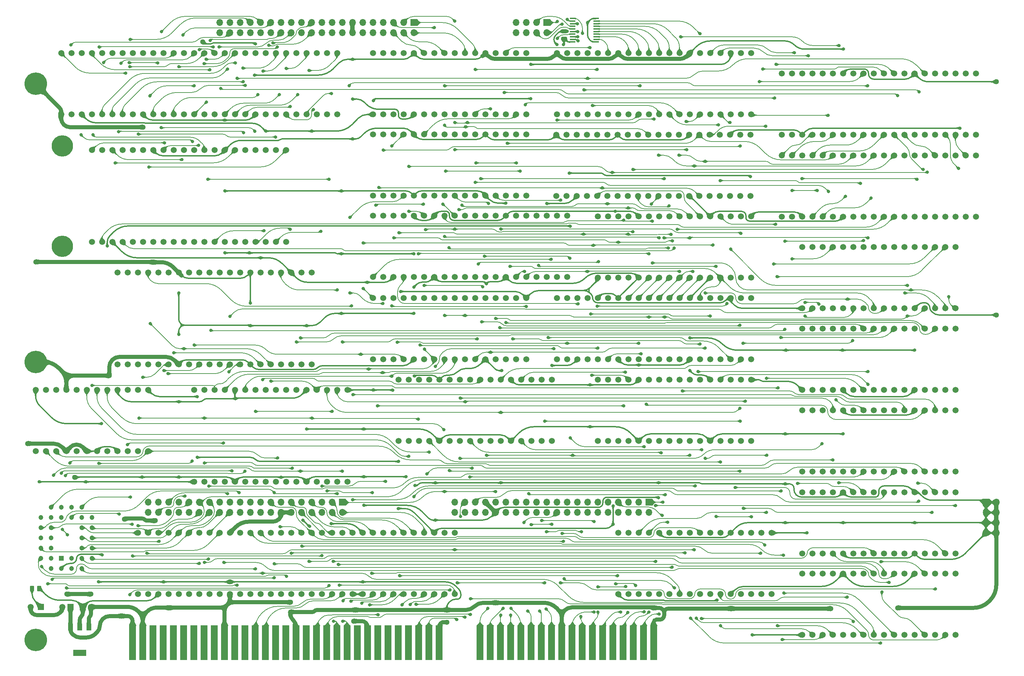
<source format=gtl>
%TF.GenerationSoftware,KiCad,Pcbnew,8.0.5*%
%TF.CreationDate,2024-09-27T10:14:41+02:00*%
%TF.ProjectId,Video Board - Signals,56696465-6f20-4426-9f61-7264202d2053,V0*%
%TF.SameCoordinates,PX18392c0PY1360f00*%
%TF.FileFunction,Copper,L1,Top*%
%TF.FilePolarity,Positive*%
%FSLAX46Y46*%
G04 Gerber Fmt 4.6, Leading zero omitted, Abs format (unit mm)*
G04 Created by KiCad (PCBNEW 8.0.5) date 2024-09-27 10:14:41*
%MOMM*%
%LPD*%
G01*
G04 APERTURE LIST*
G04 Aperture macros list*
%AMRoundRect*
0 Rectangle with rounded corners*
0 $1 Rounding radius*
0 $2 $3 $4 $5 $6 $7 $8 $9 X,Y pos of 4 corners*
0 Add a 4 corners polygon primitive as box body*
4,1,4,$2,$3,$4,$5,$6,$7,$8,$9,$2,$3,0*
0 Add four circle primitives for the rounded corners*
1,1,$1+$1,$2,$3*
1,1,$1+$1,$4,$5*
1,1,$1+$1,$6,$7*
1,1,$1+$1,$8,$9*
0 Add four rect primitives between the rounded corners*
20,1,$1+$1,$2,$3,$4,$5,0*
20,1,$1+$1,$4,$5,$6,$7,0*
20,1,$1+$1,$6,$7,$8,$9,0*
20,1,$1+$1,$8,$9,$2,$3,0*%
G04 Aperture macros list end*
%TA.AperFunction,ComponentPad*%
%ADD10C,5.600000*%
%TD*%
%TA.AperFunction,ComponentPad*%
%ADD11R,1.700000X1.700000*%
%TD*%
%TA.AperFunction,ComponentPad*%
%ADD12O,1.700000X1.700000*%
%TD*%
%TA.AperFunction,ComponentPad*%
%ADD13R,1.500000X1.500000*%
%TD*%
%TA.AperFunction,ComponentPad*%
%ADD14C,1.500000*%
%TD*%
%TA.AperFunction,SMDPad,CuDef*%
%ADD15R,1.475000X0.450000*%
%TD*%
%TA.AperFunction,ConnectorPad*%
%ADD16R,1.780000X8.620000*%
%TD*%
%TA.AperFunction,SMDPad,CuDef*%
%ADD17RoundRect,0.250000X-0.262500X-0.450000X0.262500X-0.450000X0.262500X0.450000X-0.262500X0.450000X0*%
%TD*%
%TA.AperFunction,ComponentPad*%
%ADD18R,1.200000X1.200000*%
%TD*%
%TA.AperFunction,ComponentPad*%
%ADD19C,1.200000*%
%TD*%
%TA.AperFunction,WasherPad*%
%ADD20C,5.300000*%
%TD*%
%TA.AperFunction,SMDPad,CuDef*%
%ADD21R,1.200000X1.500000*%
%TD*%
%TA.AperFunction,SMDPad,CuDef*%
%ADD22R,3.300000X1.500000*%
%TD*%
%TA.AperFunction,SMDPad,CuDef*%
%ADD23RoundRect,0.250000X-0.475000X0.250000X-0.475000X-0.250000X0.475000X-0.250000X0.475000X0.250000X0*%
%TD*%
%TA.AperFunction,ViaPad*%
%ADD24C,0.800000*%
%TD*%
%TA.AperFunction,ViaPad*%
%ADD25C,1.300000*%
%TD*%
%TA.AperFunction,Conductor*%
%ADD26C,0.380000*%
%TD*%
%TA.AperFunction,Conductor*%
%ADD27C,1.000000*%
%TD*%
%TA.AperFunction,Conductor*%
%ADD28C,0.200000*%
%TD*%
G04 APERTURE END LIST*
D10*
%TO.P,H19,1,GND*%
%TO.N,/GND*%
X0Y0D03*
%TD*%
D11*
%TO.P,J2,1,Pin_1*%
%TO.N,/A0_{M}*%
X152400000Y-104140000D03*
D12*
%TO.P,J2,2,Pin_2*%
%TO.N,/A1_{M}*%
X152400000Y-106680000D03*
%TO.P,J2,3,Pin_3*%
%TO.N,/A2_{M}*%
X149860000Y-104140000D03*
%TO.P,J2,4,Pin_4*%
%TO.N,/A3_{M}*%
X149860000Y-106680000D03*
%TO.P,J2,5,Pin_5*%
%TO.N,/A4_{M}*%
X147320000Y-104140000D03*
%TO.P,J2,6,Pin_6*%
%TO.N,/A5_{M}*%
X147320000Y-106680000D03*
%TO.P,J2,7,Pin_7*%
%TO.N,/A6_{M}*%
X144780000Y-104140000D03*
%TO.P,J2,8,Pin_8*%
%TO.N,/A7_{M}*%
X144780000Y-106680000D03*
%TO.P,J2,9,Pin_9*%
%TO.N,/A8_{M}*%
X142240000Y-104140000D03*
%TO.P,J2,10,Pin_10*%
%TO.N,/A9_{M}*%
X142240000Y-106680000D03*
%TO.P,J2,11,Pin_11*%
%TO.N,/A10_{M}*%
X139700000Y-104140000D03*
%TO.P,J2,12,Pin_12*%
%TO.N,/A11_{M}*%
X139700000Y-106680000D03*
%TO.P,J2,13,Pin_13*%
%TO.N,/A12_{M}*%
X137160000Y-104140000D03*
%TO.P,J2,14,Pin_14*%
%TO.N,/A13_{M}*%
X137160000Y-106680000D03*
%TO.P,J2,15,Pin_15*%
%TO.N,/A14_{M}*%
X134620000Y-104140000D03*
%TO.P,J2,16,Pin_16*%
%TO.N,/A15_{M}*%
X134620000Y-106680000D03*
%TO.P,J2,17,Pin_17*%
%TO.N,/A16_{M}*%
X132080000Y-104140000D03*
%TO.P,J2,18,Pin_18*%
%TO.N,/A17_{M}*%
X132080000Y-106680000D03*
%TO.P,J2,19,Pin_19*%
%TO.N,/A18_{M}*%
X129540000Y-104140000D03*
%TO.P,J2,20,Pin_20*%
%TO.N,/A19_{M}*%
X129540000Y-106680000D03*
%TO.P,J2,21,Pin_21*%
%TO.N,/A20_{M}*%
X127000000Y-104140000D03*
%TO.P,J2,22,Pin_22*%
%TO.N,/~{WD}_{M}*%
X127000000Y-106680000D03*
%TO.P,J2,23,Pin_23*%
%TO.N,/~{RD}_{M}*%
X124460000Y-104140000D03*
%TO.P,J2,24,Pin_24*%
%TO.N,/D0_{M}*%
X124460000Y-106680000D03*
%TO.P,J2,25,Pin_25*%
%TO.N,/D1_{M}*%
X121920000Y-104140000D03*
%TO.P,J2,26,Pin_26*%
%TO.N,/D2_{M}*%
X121920000Y-106680000D03*
%TO.P,J2,27,Pin_27*%
%TO.N,/D3_{M}*%
X119380000Y-104140000D03*
%TO.P,J2,28,Pin_28*%
%TO.N,/D4_{M}*%
X119380000Y-106680000D03*
%TO.P,J2,29,Pin_29*%
%TO.N,/D5_{M}*%
X116840000Y-104140000D03*
%TO.P,J2,30,Pin_30*%
%TO.N,/D6_{M}*%
X116840000Y-106680000D03*
%TO.P,J2,31,Pin_31*%
%TO.N,/D7_{M}*%
X114300000Y-104140000D03*
%TO.P,J2,32,Pin_32*%
%TO.N,/GND*%
X114300000Y-106680000D03*
%TO.P,J2,33,Pin_33*%
X111760000Y-104140000D03*
%TO.P,J2,34,Pin_34*%
%TO.N,/~{Reset}*%
X111760000Y-106680000D03*
%TO.P,J2,35,Pin_35*%
%TO.N,/Memory Frame*%
X109220000Y-104140000D03*
%TO.P,J2,36,Pin_36*%
%TO.N,/~{Memory A}*%
X109220000Y-106680000D03*
%TO.P,J2,37,Pin_37*%
%TO.N,/~{Memory B}*%
X106680000Y-104140000D03*
%TO.P,J2,38,Pin_38*%
%TO.N,/Read Address Bank*%
X106680000Y-106680000D03*
%TO.P,J2,39,Pin_39*%
%TO.N,/Read Address High*%
X104140000Y-104140000D03*
%TO.P,J2,40,Pin_40*%
%TO.N,/Read Address Low*%
X104140000Y-106680000D03*
%TD*%
D13*
%TO.P,C2,1*%
%TO.N,/5V*%
X11727400Y-130175000D03*
D14*
%TO.P,C2,2*%
%TO.N,/GND*%
X13727400Y-130175000D03*
%TD*%
D13*
%TO.P,LED1,1,K*%
%TO.N,Net-(LED1-K)*%
X1275000Y-130175000D03*
D14*
%TO.P,LED1,2,A*%
%TO.N,/GND*%
X-1265000Y-130175000D03*
%TD*%
%TO.P,B9,1,5V*%
%TO.N,/5V*%
X190500000Y-76200000D03*
%TO.P,B9,2,Y7_{R}*%
%TO.N,unconnected-(B9-Y7_{R}-Pad2)*%
X193040000Y-76200000D03*
%TO.P,B9,3,Y6_{R}*%
%TO.N,unconnected-(B9-Y6_{R}-Pad3)*%
X195580000Y-76200000D03*
%TO.P,B9,4,~{Device_Registers}*%
%TO.N,/~{Device Registers}*%
X198120000Y-76200000D03*
%TO.P,B9,5,GND*%
%TO.N,/GND*%
X200660000Y-76200000D03*
%TO.P,B9,6,Y5_{R}*%
%TO.N,/Read Vertical High*%
X203200000Y-76200000D03*
%TO.P,B9,7,Y4_{R}*%
%TO.N,/Read Vertical Low*%
X205740000Y-76200000D03*
%TO.P,B9,8,~{E2}*%
%TO.N,/~{A3}*%
X208280000Y-76200000D03*
%TO.P,B9,9,E3*%
%TO.N,/~{A4}*%
X210820000Y-76200000D03*
%TO.P,B9,10,A2*%
%TO.N,/A2*%
X213360000Y-76200000D03*
%TO.P,B9,11,A1*%
%TO.N,/A1*%
X215900000Y-76200000D03*
%TO.P,B9,12,GND*%
%TO.N,/GND*%
X218440000Y-76200000D03*
%TO.P,B9,13,A0*%
%TO.N,/A0*%
X220980000Y-76200000D03*
%TO.P,B9,14,N.C.*%
%TO.N,unconnected-(B9-N.C.-Pad14)*%
X223520000Y-76200000D03*
%TO.P,B9,15,~{RD}*%
%TO.N,/~{RD}*%
X226060000Y-76200000D03*
%TO.P,B9,16,~{WD}*%
%TO.N,/~{WD}*%
X228600000Y-76200000D03*
%TO.P,B9,17,5V*%
%TO.N,/5V*%
X228600000Y-60960000D03*
%TO.P,B9,18,N.C.*%
%TO.N,unconnected-(B9-N.C.-Pad18)*%
X226060000Y-60960000D03*
%TO.P,B9,19,Y7_{W}*%
%TO.N,/Write Vertical Sync Start High*%
X223520000Y-60960000D03*
%TO.P,B9,20,Y6_{W}*%
%TO.N,/Write Vertical Sync Start Low*%
X220980000Y-60960000D03*
%TO.P,B9,21,GND*%
%TO.N,/GND*%
X218440000Y-60960000D03*
%TO.P,B9,22,Y5_{W}*%
%TO.N,/Write Vertical Front Porch Start High*%
X215900000Y-60960000D03*
%TO.P,B9,23,Y4_{W}*%
%TO.N,/Write Vertical Front Porch Start Low*%
X213360000Y-60960000D03*
%TO.P,B9,24,Y3_{W}*%
%TO.N,/Write Horizontal Shift Pattern High*%
X210820000Y-60960000D03*
%TO.P,B9,25,Y2_{W}*%
%TO.N,/Write Horizontal Shift Pattern Low*%
X208280000Y-60960000D03*
%TO.P,B9,26,Y1_{W}*%
%TO.N,/Write Horizontal Back Porch End*%
X205740000Y-60960000D03*
%TO.P,B9,27,Y0_{W}*%
%TO.N,/Write Horizontal Back Porch Start*%
X203200000Y-60960000D03*
%TO.P,B9,28,GND*%
%TO.N,/GND*%
X200660000Y-60960000D03*
%TO.P,B9,29,Y3_{R}*%
%TO.N,unconnected-(B9-Y3_{R}-Pad29)*%
X198120000Y-60960000D03*
%TO.P,B9,30,Y2_{R}*%
%TO.N,unconnected-(B9-Y2_{R}-Pad30)*%
X195580000Y-60960000D03*
%TO.P,B9,31,Y1_{R}*%
%TO.N,unconnected-(B9-Y1_{R}-Pad31)*%
X193040000Y-60960000D03*
%TO.P,B9,32,Y0_{R}*%
%TO.N,unconnected-(B9-Y0_{R}-Pad32)*%
X190500000Y-60960000D03*
%TD*%
D15*
%TO.P,IC3,1,~{OE}*%
%TO.N,/GND*%
X139336000Y10410000D03*
%TO.P,IC3,2,D0*%
%TO.N,/D0*%
X139336000Y11060000D03*
%TO.P,IC3,3,D1*%
%TO.N,/D1*%
X139336000Y11710000D03*
%TO.P,IC3,4,D2*%
%TO.N,/D2*%
X139336000Y12360000D03*
%TO.P,IC3,5,D3*%
%TO.N,/D3*%
X139336000Y13010000D03*
%TO.P,IC3,6,D4*%
%TO.N,/D4*%
X139336000Y13660000D03*
%TO.P,IC3,7,D5*%
%TO.N,/D5*%
X139336000Y14310000D03*
%TO.P,IC3,8,D6*%
%TO.N,/D6*%
X139336000Y14960000D03*
%TO.P,IC3,9,D7*%
%TO.N,/D7*%
X139336000Y15610000D03*
%TO.P,IC3,10,GND*%
%TO.N,/GND*%
X139336000Y16260000D03*
%TO.P,IC3,11,LE*%
%TO.N,/Write Palette Byte*%
X133460000Y16260000D03*
%TO.P,IC3,12,Q7*%
%TO.N,/PL7*%
X133460000Y15610000D03*
%TO.P,IC3,13,Q6*%
%TO.N,/PL6*%
X133460000Y14960000D03*
%TO.P,IC3,14,Q5*%
%TO.N,/PL5*%
X133460000Y14310000D03*
%TO.P,IC3,15,Q4*%
%TO.N,/PL4*%
X133460000Y13660000D03*
%TO.P,IC3,16,Q3*%
%TO.N,/PL3*%
X133460000Y13010000D03*
%TO.P,IC3,17,Q2*%
%TO.N,/PL2*%
X133460000Y12360000D03*
%TO.P,IC3,18,Q1*%
%TO.N,/PL1*%
X133460000Y11710000D03*
%TO.P,IC3,19,Q0*%
%TO.N,/PL0*%
X133460000Y11060000D03*
%TO.P,IC3,20,3V*%
%TO.N,/3.3V*%
X133460000Y10410000D03*
%TD*%
D14*
%TO.P,B40,1,A0*%
%TO.N,/Vertical Blank _{CYCLE 3H}*%
X233680000Y-17814000D03*
%TO.P,B40,2,A2*%
%TO.N,/Horizontal Blank _{CYCLE 3H}*%
X231140000Y-17814000D03*
%TO.P,B40,3,5V*%
%TO.N,/5V*%
X228600000Y-17814000D03*
%TO.P,B40,4,B0*%
%TO.N,/Vertical Blank _{CYCLE 3}*%
X226060000Y-17814000D03*
%TO.P,B40,5,B2*%
%TO.N,/Horizontal Blank _{CYCLE 3}*%
X223520000Y-17814000D03*
%TO.P,B40,6,D0*%
%TO.N,/D0*%
X220980000Y-17814000D03*
%TO.P,B40,7,GND*%
%TO.N,/GND*%
X218440000Y-17814000D03*
%TO.P,B40,8,D1*%
%TO.N,/D1*%
X215900000Y-17814000D03*
%TO.P,B40,9,D2*%
%TO.N,/D2*%
X213360000Y-17814000D03*
%TO.P,B40,10,D3*%
%TO.N,/D3*%
X210820000Y-17814000D03*
%TO.P,B40,11,D4*%
%TO.N,/D4*%
X208280000Y-17814000D03*
%TO.P,B40,12,D5*%
%TO.N,/D5*%
X205740000Y-17814000D03*
%TO.P,B40,13,D6*%
%TO.N,/D6*%
X203200000Y-17814000D03*
%TO.P,B40,14,GND*%
%TO.N,/GND*%
X200660000Y-17814000D03*
%TO.P,B40,15,D7*%
%TO.N,/D7*%
X198120000Y-17814000D03*
%TO.P,B40,16,C0*%
%TO.N,/Vertical Blank _{CYCLE 4H}*%
X195580000Y-17814000D03*
%TO.P,B40,17,C2*%
%TO.N,/Horizontal Blank _{CYCLE 4H}*%
X193040000Y-17814000D03*
%TO.P,B40,18,Write_Select*%
%TO.N,/Write Video Signal Delay*%
X190500000Y-17814000D03*
%TO.P,B40,19,E0*%
%TO.N,/Vertical Blank _{CYCLE 4}*%
X187960000Y-17814000D03*
%TO.P,B40,20,E2*%
%TO.N,/Horizontal Blank _{CYCLE 4}*%
X185420000Y-17814000D03*
%TO.P,B40,21,E3*%
%TO.N,/Horizontal Sync _{CYCLE 4}*%
X185420000Y-33054000D03*
%TO.P,B40,22,E1*%
%TO.N,/Vertical Sync _{CYCLE 4}*%
X187960000Y-33054000D03*
%TO.P,B40,23,5V*%
%TO.N,/5V*%
X190500000Y-33054000D03*
%TO.P,B40,24,C3*%
%TO.N,/Horizontal Sync _{CYCLE 4H}*%
X193040000Y-33054000D03*
%TO.P,B40,25,C1*%
%TO.N,/Vertical Sync _{CYCLE 4H}*%
X195580000Y-33054000D03*
%TO.P,B40,26,N.C.*%
%TO.N,unconnected-(B40-N.C.-Pad26)*%
X198120000Y-33054000D03*
%TO.P,B40,27,GND*%
%TO.N,/GND*%
X200660000Y-33054000D03*
%TO.P,B40,28,N.C.*%
%TO.N,unconnected-(B40-N.C.-Pad28)*%
X203200000Y-33054000D03*
%TO.P,B40,29,Y3*%
%TO.N,/Vertical Blank _{FINAL}*%
X205740000Y-33054000D03*
%TO.P,B40,30,Y2*%
%TO.N,/Vertical Sync _{FINAL}*%
X208280000Y-33054000D03*
%TO.P,B40,31,Y1*%
%TO.N,/Horizontal Blank _{FINAL}*%
X210820000Y-33054000D03*
%TO.P,B40,32,Y0*%
%TO.N,/Horizontal Sync _{FINAL}*%
X213360000Y-33054000D03*
%TO.P,B40,33,N.C.*%
%TO.N,unconnected-(B40-N.C.-Pad33)*%
X215900000Y-33054000D03*
%TO.P,B40,34,GND*%
%TO.N,/GND*%
X218440000Y-33054000D03*
%TO.P,B40,35,N.C.*%
%TO.N,unconnected-(B40-N.C.-Pad35)*%
X220980000Y-33054000D03*
%TO.P,B40,36,B3*%
%TO.N,/Horizontal Sync _{CYCLE 3}*%
X223520000Y-33054000D03*
%TO.P,B40,37,B1*%
%TO.N,/Vertical Sync _{CYCLE 3}*%
X226060000Y-33054000D03*
%TO.P,B40,38,N.C.*%
%TO.N,unconnected-(B40-N.C.-Pad38)*%
X228600000Y-33054000D03*
%TO.P,B40,39,A3*%
%TO.N,/Horizontal Sync _{CYCLE 3H}*%
X231140000Y-33054000D03*
%TO.P,B40,40,A1*%
%TO.N,/Vertical Sync _{CYCLE 3H}*%
X233680000Y-33054000D03*
%TD*%
%TO.P,B16,1,A0_{IN}*%
%TO.N,/A0_{D}*%
X25400000Y-127000000D03*
%TO.P,B16,2,A1_{IN}*%
%TO.N,/A1_{D}*%
X27940000Y-127000000D03*
%TO.P,B16,3,5V*%
%TO.N,/5V*%
X30480000Y-127000000D03*
%TO.P,B16,4,A2_{IN}*%
%TO.N,/A2_{D}*%
X33020000Y-127000000D03*
%TO.P,B16,5,A3_{IN}*%
%TO.N,/A3_{D}*%
X35560000Y-127000000D03*
%TO.P,B16,6,A4_{IN}*%
%TO.N,/A4_{D}*%
X38100000Y-127000000D03*
%TO.P,B16,7,A5_{IN}*%
%TO.N,/A5_{D}*%
X40640000Y-127000000D03*
%TO.P,B16,8,A6_{IN}*%
%TO.N,/A6_{D}*%
X43180000Y-127000000D03*
%TO.P,B16,9,A7_{IN}*%
%TO.N,/A7_{D}*%
X45720000Y-127000000D03*
%TO.P,B16,10,GND*%
%TO.N,/GND*%
X48260000Y-127000000D03*
%TO.P,B16,11,A8_{IN}*%
%TO.N,/A8_{D}*%
X50800000Y-127000000D03*
%TO.P,B16,12,A9_{IN}*%
%TO.N,/A9_{D}*%
X53340000Y-127000000D03*
%TO.P,B16,13,A10_{IN}*%
%TO.N,/A10_{D}*%
X55880000Y-127000000D03*
%TO.P,B16,14,A11_{IN}*%
%TO.N,/A11_{D}*%
X58420000Y-127000000D03*
%TO.P,B16,15,A12_{IN}*%
%TO.N,/A12_{D}*%
X60960000Y-127000000D03*
%TO.P,B16,16,A13_{IN}*%
%TO.N,/A13_{D}*%
X63500000Y-127000000D03*
%TO.P,B16,17,A14_{IN}*%
%TO.N,/A14_{D}*%
X66040000Y-127000000D03*
%TO.P,B16,18,A15_{IN}*%
%TO.N,/A16_{D}*%
X68580000Y-127000000D03*
%TO.P,B16,19,A16_{IN}*%
%TO.N,/A15_{D}*%
X71120000Y-127000000D03*
%TO.P,B16,20,~{RD}_{IN}*%
%TO.N,/~{RD}_{D}*%
X73660000Y-127000000D03*
%TO.P,B16,21,~{WD}_{IN}*%
%TO.N,/~{WD}_{D}*%
X76200000Y-127000000D03*
%TO.P,B16,22,S_{IN}*%
%TO.N,/GND*%
X78740000Y-127000000D03*
%TO.P,B16,23,GND*%
X81280000Y-127000000D03*
%TO.P,B16,24,D7_{IN/OUT}*%
%TO.N,/D7_{D}*%
X83820000Y-127000000D03*
%TO.P,B16,25,D6_{IN/OUT}*%
%TO.N,/D6_{D}*%
X86360000Y-127000000D03*
%TO.P,B16,26,D5_{IN/OUT}*%
%TO.N,/D5_{D}*%
X88900000Y-127000000D03*
%TO.P,B16,27,D4_{IN/OUT}*%
%TO.N,/D4_{D}*%
X91440000Y-127000000D03*
%TO.P,B16,28,D3_{IN/OUT}*%
%TO.N,/D3_{D}*%
X93980000Y-127000000D03*
%TO.P,B16,29,D2_{IN/OUT}*%
%TO.N,/D2_{D}*%
X96520000Y-127000000D03*
%TO.P,B16,30,D1_{IN/OUT}*%
%TO.N,/D1_{D}*%
X99060000Y-127000000D03*
%TO.P,B16,31,D0_{IN/OUT}*%
%TO.N,/D0_{D}*%
X101600000Y-127000000D03*
%TO.P,B16,32,Deivce_~{CS}_{IN}*%
%TO.N,/~{Select}_{D}*%
X104140000Y-127000000D03*
%TO.P,B16,33,Deivce_~{CS}*%
%TO.N,/~{Device Select}*%
X104140000Y-111760000D03*
%TO.P,B16,34,D0*%
%TO.N,/D7*%
X101600000Y-111760000D03*
%TO.P,B16,35,5V*%
%TO.N,/5V*%
X99060000Y-111760000D03*
%TO.P,B16,36,D1*%
%TO.N,/D6*%
X96520000Y-111760000D03*
%TO.P,B16,37,D2*%
%TO.N,/D5*%
X93980000Y-111760000D03*
%TO.P,B16,38,D3*%
%TO.N,/D4*%
X91440000Y-111760000D03*
%TO.P,B16,39,D4*%
%TO.N,/D3*%
X88900000Y-111760000D03*
%TO.P,B16,40,D5*%
%TO.N,/D2*%
X86360000Y-111760000D03*
%TO.P,B16,41,D6*%
%TO.N,/D1*%
X83820000Y-111760000D03*
%TO.P,B16,42,GND*%
%TO.N,/GND*%
X81280000Y-111760000D03*
%TO.P,B16,43,D7*%
%TO.N,/D0*%
X78740000Y-111760000D03*
%TO.P,B16,44,S*%
%TO.N,unconnected-(B16-S-Pad44)*%
X76200000Y-111760000D03*
%TO.P,B16,45,~{WD}*%
%TO.N,/~{WD}*%
X73660000Y-111760000D03*
%TO.P,B16,46,~{RD}*%
%TO.N,/~{RD}*%
X71120000Y-111760000D03*
%TO.P,B16,47,A16*%
%TO.N,/A16*%
X68580000Y-111760000D03*
%TO.P,B16,48,A15*%
%TO.N,/A15*%
X66040000Y-111760000D03*
%TO.P,B16,49,A14*%
%TO.N,/A14*%
X63500000Y-111760000D03*
%TO.P,B16,50,A13*%
%TO.N,/A13*%
X60960000Y-111760000D03*
%TO.P,B16,51,A12*%
%TO.N,/A12*%
X58420000Y-111760000D03*
%TO.P,B16,52,A11*%
%TO.N,/A11*%
X55880000Y-111760000D03*
%TO.P,B16,53,A10*%
%TO.N,/A10*%
X53340000Y-111760000D03*
%TO.P,B16,54,A9*%
%TO.N,/A9*%
X50800000Y-111760000D03*
%TO.P,B16,55,GND*%
%TO.N,/GND*%
X48260000Y-111760000D03*
%TO.P,B16,56,A8*%
%TO.N,/A8*%
X45720000Y-111760000D03*
%TO.P,B16,57,A7*%
%TO.N,/A7*%
X43180000Y-111760000D03*
%TO.P,B16,58,A6*%
%TO.N,/A6*%
X40640000Y-111760000D03*
%TO.P,B16,59,A5*%
%TO.N,/A5*%
X38100000Y-111760000D03*
%TO.P,B16,60,A4*%
%TO.N,/A4*%
X35560000Y-111760000D03*
%TO.P,B16,61,A3*%
%TO.N,/A3*%
X33020000Y-111760000D03*
%TO.P,B16,62,A2*%
%TO.N,/A2*%
X30480000Y-111760000D03*
%TO.P,B16,63,A1*%
%TO.N,/A1*%
X27940000Y-111760000D03*
%TO.P,B16,64,A0*%
%TO.N,/A0*%
X25400000Y-111760000D03*
%TD*%
D16*
%TO.P,J5,B1,B1*%
%TO.N,/12V*%
X24079200Y-139065000D03*
%TO.P,J5,B2,B2*%
%TO.N,/GND*%
X26619200Y-139065000D03*
%TO.P,J5,B3,B3*%
%TO.N,unconnected-(J5-PadB3)*%
X29159200Y-139065000D03*
%TO.P,J5,B4,B4*%
%TO.N,unconnected-(J5-PadB4)*%
X31699200Y-139065000D03*
%TO.P,J5,B5,B5*%
%TO.N,unconnected-(J5-PadB5)*%
X34239200Y-139065000D03*
%TO.P,J5,B6,B6*%
%TO.N,unconnected-(J5-PadB6)*%
X36779200Y-139065000D03*
%TO.P,J5,B7,B7*%
%TO.N,unconnected-(J5-PadB7)*%
X39319200Y-139065000D03*
%TO.P,J5,B8,B8*%
%TO.N,unconnected-(J5-PadB8)*%
X41859200Y-139065000D03*
%TO.P,J5,B9,B9*%
%TO.N,unconnected-(J5-PadB9)*%
X44399200Y-139065000D03*
%TO.P,J5,B10,B10*%
%TO.N,/GND*%
X46939200Y-139065000D03*
%TO.P,J5,B11,B11*%
%TO.N,unconnected-(J5-PadB11)*%
X49479200Y-139065000D03*
%TO.P,J5,B12,B12*%
%TO.N,unconnected-(J5-PadB12)*%
X52019200Y-139065000D03*
%TO.P,J5,B13,B13*%
%TO.N,/~{RD}_{D}*%
X54559200Y-139065000D03*
%TO.P,J5,B14,B14*%
%TO.N,/~{WD}_{D}*%
X57099200Y-139065000D03*
%TO.P,J5,B15,B15*%
%TO.N,/CLK_{D}*%
X59639200Y-139065000D03*
%TO.P,J5,B16,B16*%
%TO.N,/~{CLK}_{D}*%
X62179200Y-139065000D03*
%TO.P,J5,B17,B17*%
%TO.N,/GND*%
X64719200Y-139065000D03*
%TO.P,J5,B18,B18*%
%TO.N,unconnected-(J5-PadB18)*%
X67259200Y-139065000D03*
%TO.P,J5,B19,B19*%
%TO.N,/~{Interrupt}_{D}*%
X69799200Y-139065000D03*
%TO.P,J5,B20,B20*%
%TO.N,/~{Reset}_{D}*%
X72339200Y-139065000D03*
%TO.P,J5,B21,B21*%
%TO.N,/~{Select}_{D}*%
X74879200Y-139065000D03*
%TO.P,J5,B22,B22*%
%TO.N,/~{Enable}_{D}*%
X77419200Y-139065000D03*
%TO.P,J5,B23,B23*%
%TO.N,unconnected-(J5-PadB23)*%
X79959200Y-139065000D03*
%TO.P,J5,B24,B24*%
%TO.N,/GND*%
X82499200Y-139065000D03*
%TO.P,J5,B25,B25*%
%TO.N,unconnected-(J5-PadB25)*%
X85039200Y-139065000D03*
%TO.P,J5,B26,B26*%
%TO.N,unconnected-(J5-PadB26)*%
X87579200Y-139065000D03*
%TO.P,J5,B27,B27*%
%TO.N,unconnected-(J5-PadB27)*%
X90119200Y-139065000D03*
%TO.P,J5,B28,B28*%
%TO.N,unconnected-(J5-PadB28)*%
X92659200Y-139065000D03*
%TO.P,J5,B29,B29*%
%TO.N,/~{Memory A}*%
X95199200Y-139065000D03*
%TO.P,J5,B30,B30*%
%TO.N,/~{Memory B}*%
X97739200Y-139065000D03*
%TO.P,J5,B31,B31*%
%TO.N,/GND*%
X100279200Y-139065000D03*
%TO.P,J5,D1,D1*%
%TO.N,/D7_{M}*%
X110439200Y-139065000D03*
%TO.P,J5,D2,D2*%
%TO.N,/D6_{M}*%
X112979200Y-139065000D03*
%TO.P,J5,D3,D3*%
%TO.N,/D5_{M}*%
X115519200Y-139065000D03*
%TO.P,J5,D4,D4*%
%TO.N,/D4_{M}*%
X118059200Y-139065000D03*
%TO.P,J5,D5,D5*%
%TO.N,/D3_{M}*%
X120599200Y-139065000D03*
%TO.P,J5,D6,D6*%
%TO.N,/D2_{M}*%
X123139200Y-139065000D03*
%TO.P,J5,D7,D7*%
%TO.N,/D1_{M}*%
X125679200Y-139065000D03*
%TO.P,J5,D8,D8*%
%TO.N,/D0_{M}*%
X128219200Y-139065000D03*
%TO.P,J5,D9,D9*%
%TO.N,/GND*%
X130759200Y-139065000D03*
%TO.P,J5,D10,D10*%
%TO.N,/~{RD}_{M}*%
X133299200Y-139065000D03*
%TO.P,J5,D11,D11*%
%TO.N,/~{WD}_{M}*%
X135839200Y-139065000D03*
%TO.P,J5,D12,D12*%
%TO.N,/A5_{M}*%
X138379200Y-139065000D03*
%TO.P,J5,D13,D13*%
%TO.N,/A4_{M}*%
X140919200Y-139065000D03*
%TO.P,J5,D14,D14*%
%TO.N,/A3_{M}*%
X143459200Y-139065000D03*
%TO.P,J5,D15,D15*%
%TO.N,/A2_{M}*%
X145999200Y-139065000D03*
%TO.P,J5,D16,D16*%
%TO.N,/A1_{M}*%
X148539200Y-139065000D03*
%TO.P,J5,D17,D17*%
%TO.N,/A0_{M}*%
X151079200Y-139065000D03*
%TO.P,J5,D18,D18*%
%TO.N,/GND*%
X153619200Y-139065000D03*
%TD*%
D14*
%TO.P,B26,1,5V*%
%TO.N,/5V*%
X177800000Y-73660000D03*
%TO.P,B26,2,N.C.*%
%TO.N,unconnected-(B26-N.C.-Pad2)*%
X175260000Y-73660000D03*
%TO.P,B26,3,Write_A_High*%
%TO.N,/Write Vertical Back Porch End High*%
X172720000Y-73660000D03*
%TO.P,B26,4,Write_A_Low*%
%TO.N,/Write Vertical Back Porch End Low*%
X170180000Y-73660000D03*
%TO.P,B26,5,GND*%
%TO.N,/GND*%
X167640000Y-73660000D03*
%TO.P,B26,6,C0*%
%TO.N,/Row0*%
X165100000Y-73660000D03*
%TO.P,B26,7,C1*%
%TO.N,/Row1*%
X162560000Y-73660000D03*
%TO.P,B26,8,C2*%
%TO.N,/Row2*%
X160020000Y-73660000D03*
%TO.P,B26,9,C3*%
%TO.N,/Row3*%
X157480000Y-73660000D03*
%TO.P,B26,10,C4*%
%TO.N,/Row4*%
X154940000Y-73660000D03*
%TO.P,B26,11,C5*%
%TO.N,/Row5*%
X152400000Y-73660000D03*
%TO.P,B26,12,GND*%
%TO.N,/GND*%
X149860000Y-73660000D03*
%TO.P,B26,13,C6*%
%TO.N,/Row6*%
X147320000Y-73660000D03*
%TO.P,B26,14,C7*%
%TO.N,/Row7*%
X144780000Y-73660000D03*
%TO.P,B26,15,C8*%
%TO.N,/Row8*%
X142240000Y-73660000D03*
%TO.P,B26,16,C9*%
%TO.N,/Row9*%
X139700000Y-73660000D03*
%TO.P,B26,17,5V*%
%TO.N,/5V*%
X139700000Y-88900000D03*
%TO.P,B26,18,N.C.*%
%TO.N,unconnected-(B26-N.C.-Pad18)*%
X142240000Y-88900000D03*
%TO.P,B26,19,N.C.*%
%TO.N,unconnected-(B26-N.C.-Pad19)*%
X144780000Y-88900000D03*
%TO.P,B26,20,D0*%
%TO.N,/D0*%
X147320000Y-88900000D03*
%TO.P,B26,21,GND*%
%TO.N,/GND*%
X149860000Y-88900000D03*
%TO.P,B26,22,D1*%
%TO.N,/D1*%
X152400000Y-88900000D03*
%TO.P,B26,23,D2*%
%TO.N,/D2*%
X154940000Y-88900000D03*
%TO.P,B26,24,D3*%
%TO.N,/D3*%
X157480000Y-88900000D03*
%TO.P,B26,25,D4*%
%TO.N,/D4*%
X160020000Y-88900000D03*
%TO.P,B26,26,D5*%
%TO.N,/D5*%
X162560000Y-88900000D03*
%TO.P,B26,27,D6*%
%TO.N,/D6*%
X165100000Y-88900000D03*
%TO.P,B26,28,GND*%
%TO.N,/GND*%
X167640000Y-88900000D03*
%TO.P,B26,29,D7*%
%TO.N,/D7*%
X170180000Y-88900000D03*
%TO.P,B26,30,N.C.*%
%TO.N,unconnected-(B26-N.C.-Pad30)*%
X172720000Y-88900000D03*
%TO.P,B26,31,~{C=A}*%
%TO.N,/~{Vertical Back Porch End} _{CMP}*%
X175260000Y-88900000D03*
%TO.P,B26,32,N.C.*%
%TO.N,unconnected-(B26-N.C.-Pad32)*%
X177800000Y-88900000D03*
%TD*%
%TO.P,B10,1,5V*%
%TO.N,/5V*%
X0Y-91440000D03*
%TO.P,B10,2,~{Device_RAM}*%
%TO.N,/~{Device RAM}*%
X2540000Y-91440000D03*
%TO.P,B10,3,~{Device_Registers}*%
%TO.N,/~{Device Registers}*%
X5080000Y-91440000D03*
%TO.P,B10,4,GND*%
%TO.N,/GND*%
X7620000Y-91440000D03*
%TO.P,B10,5,~{Device_ROM}*%
%TO.N,/~{Device ROM}*%
X10160000Y-91440000D03*
%TO.P,B10,6,H2_{REG}*%
%TO.N,/GND*%
X12700000Y-91440000D03*
%TO.P,B10,7,H1_{REG}*%
X15240000Y-91440000D03*
%TO.P,B10,8,H0_{REG}*%
%TO.N,/3.3V*%
X17780000Y-91440000D03*
%TO.P,B10,9,GND*%
%TO.N,/GND*%
X20320000Y-91440000D03*
%TO.P,B10,10,~{RD}*%
%TO.N,/~{RD}*%
X22860000Y-91440000D03*
%TO.P,B10,11,~{Device_Select}*%
%TO.N,/~{Device Select}*%
X25400000Y-91440000D03*
%TO.P,B10,12,~{WD}*%
%TO.N,/~{WD}*%
X27940000Y-91440000D03*
%TO.P,B10,13,5V*%
%TO.N,/5V*%
X27940000Y-76200000D03*
%TO.P,B10,14,N.C.*%
%TO.N,unconnected-(B10-N.C.-Pad14)*%
X25400000Y-76200000D03*
%TO.P,B10,15,N.C.*%
%TO.N,unconnected-(B10-N.C.-Pad15)*%
X22860000Y-76200000D03*
%TO.P,B10,16,GND*%
%TO.N,/GND*%
X20320000Y-76200000D03*
%TO.P,B10,17,H0_{OUT}*%
%TO.N,/H0_{D}*%
X17780000Y-76200000D03*
%TO.P,B10,18,H1_{OUT}*%
%TO.N,/H1_{D}*%
X15240000Y-76200000D03*
%TO.P,B10,19,H2_{OUT}*%
%TO.N,/H2_{D}*%
X12700000Y-76200000D03*
%TO.P,B10,20,N.C.*%
%TO.N,unconnected-(B10-N.C.-Pad20)*%
X10160000Y-76200000D03*
%TO.P,B10,21,GND*%
%TO.N,/GND*%
X7620000Y-76200000D03*
%TO.P,B10,22,N.C.*%
%TO.N,unconnected-(B10-N.C.-Pad22)*%
X5080000Y-76200000D03*
%TO.P,B10,23,N.C.*%
%TO.N,unconnected-(B10-N.C.-Pad23)*%
X2540000Y-76200000D03*
%TO.P,B10,24,3.3V*%
%TO.N,/3.3V*%
X0Y-76200000D03*
%TD*%
%TO.P,B12,1,N.C.*%
%TO.N,unconnected-(B12-N.C.-Pad1)*%
X132080000Y-32850000D03*
%TO.P,B12,2,N.C.*%
%TO.N,unconnected-(B12-N.C.-Pad2)*%
X129540000Y-32850000D03*
%TO.P,B12,3,5V*%
%TO.N,/5V*%
X127000000Y-32850000D03*
%TO.P,B12,4,N.C.*%
%TO.N,unconnected-(B12-N.C.-Pad4)*%
X124460000Y-32850000D03*
%TO.P,B12,5,N.C.*%
%TO.N,unconnected-(B12-N.C.-Pad5)*%
X121920000Y-32850000D03*
%TO.P,B12,6,D7*%
%TO.N,/D7*%
X119380000Y-32850000D03*
%TO.P,B12,7,GND*%
%TO.N,/GND*%
X116840000Y-32850000D03*
%TO.P,B12,8,D6*%
%TO.N,/D6*%
X114300000Y-32850000D03*
%TO.P,B12,9,D5*%
%TO.N,/D5*%
X111760000Y-32850000D03*
%TO.P,B12,10,D4*%
%TO.N,/D4*%
X109220000Y-32850000D03*
%TO.P,B12,11,D3*%
%TO.N,/D3*%
X106680000Y-32850000D03*
%TO.P,B12,12,D2*%
%TO.N,/D2*%
X104140000Y-32850000D03*
%TO.P,B12,13,D1*%
%TO.N,/D1*%
X101600000Y-32850000D03*
%TO.P,B12,14,GND*%
%TO.N,/GND*%
X99060000Y-32850000D03*
%TO.P,B12,15,D0*%
%TO.N,/D0*%
X96520000Y-32850000D03*
%TO.P,B12,16,~{OE}*%
%TO.N,/GND*%
X93980000Y-32850000D03*
%TO.P,B12,17,N.C.*%
%TO.N,unconnected-(B12-N.C.-Pad17)*%
X91440000Y-32850000D03*
%TO.P,B12,18,N.C.*%
%TO.N,unconnected-(B12-N.C.-Pad18)*%
X88900000Y-32850000D03*
%TO.P,B12,19,N.C.*%
%TO.N,unconnected-(B12-N.C.-Pad19)*%
X86360000Y-32850000D03*
%TO.P,B12,20,N.C.*%
%TO.N,unconnected-(B12-N.C.-Pad20)*%
X83820000Y-32850000D03*
%TO.P,B12,21,C0*%
%TO.N,/H3*%
X83820000Y-48090000D03*
%TO.P,B12,22,C1*%
%TO.N,/H4*%
X86360000Y-48090000D03*
%TO.P,B12,23,5V*%
%TO.N,/5V*%
X88900000Y-48090000D03*
%TO.P,B12,24,C2*%
%TO.N,/H5*%
X91440000Y-48090000D03*
%TO.P,B12,25,C3*%
%TO.N,/H6*%
X93980000Y-48090000D03*
%TO.P,B12,26,Write_A*%
%TO.N,/Write Horizontal Back Porch Start*%
X96520000Y-48090000D03*
%TO.P,B12,27,GND*%
%TO.N,/GND*%
X99060000Y-48090000D03*
%TO.P,B12,28,~{A=C}*%
%TO.N,/~{Horizontal Back Porch Start} _{CMP}*%
X101600000Y-48090000D03*
%TO.P,B12,29,N.C.*%
%TO.N,unconnected-(B12-N.C.-Pad29)*%
X104140000Y-48090000D03*
%TO.P,B12,30,N.C.*%
%TO.N,unconnected-(B12-N.C.-Pad30)*%
X106680000Y-48090000D03*
%TO.P,B12,31,N.C.*%
%TO.N,unconnected-(B12-N.C.-Pad31)*%
X109220000Y-48090000D03*
%TO.P,B12,32,N.C.*%
%TO.N,unconnected-(B12-N.C.-Pad32)*%
X111760000Y-48090000D03*
%TO.P,B12,33,Write_B*%
%TO.N,/Write Horizontal Back Porch End*%
X114300000Y-48090000D03*
%TO.P,B12,34,GND*%
%TO.N,/GND*%
X116840000Y-48090000D03*
%TO.P,B12,35,C4*%
%TO.N,/H7*%
X119380000Y-48090000D03*
%TO.P,B12,36,C5*%
%TO.N,/H8*%
X121920000Y-48090000D03*
%TO.P,B12,37,C6*%
%TO.N,/H9*%
X124460000Y-48090000D03*
%TO.P,B12,38,C7*%
%TO.N,/H10*%
X127000000Y-48090000D03*
%TO.P,B12,39,~{B=C}*%
%TO.N,/~{Horizontal Back Porch End} _{CMP}*%
X129540000Y-48090000D03*
%TO.P,B12,40,N.C.*%
%TO.N,unconnected-(B12-N.C.-Pad40)*%
X132080000Y-48090000D03*
%TD*%
D11*
%TO.P,J3,1,Pin_1*%
%TO.N,/Row0*%
X93980000Y15240000D03*
D12*
%TO.P,J3,2,Pin_2*%
%TO.N,/Row1*%
X93980000Y12700000D03*
%TO.P,J3,3,Pin_3*%
%TO.N,/Row2*%
X91440000Y15240000D03*
%TO.P,J3,4,Pin_4*%
%TO.N,/Row3*%
X91440000Y12700000D03*
%TO.P,J3,5,Pin_5*%
%TO.N,/Row4*%
X88900000Y15240000D03*
%TO.P,J3,6,Pin_6*%
%TO.N,/Row5*%
X88900000Y12700000D03*
%TO.P,J3,7,Pin_7*%
%TO.N,/Row6*%
X86360000Y15240000D03*
%TO.P,J3,8,Pin_8*%
%TO.N,/Row7*%
X86360000Y12700000D03*
%TO.P,J3,9,Pin_9*%
%TO.N,/Row8*%
X83820000Y15240000D03*
%TO.P,J3,10,Pin_10*%
%TO.N,/Row9*%
X83820000Y12700000D03*
%TO.P,J3,11,Pin_11*%
%TO.N,/Advance Pixel*%
X81280000Y15240000D03*
%TO.P,J3,12,Pin_12*%
%TO.N,/Last Pixel+1 _{HALF CYCLE}*%
X81280000Y12700000D03*
%TO.P,J3,13,Pin_13*%
%TO.N,/GND*%
X78740000Y15240000D03*
%TO.P,J3,14,Pin_14*%
X78740000Y12700000D03*
%TO.P,J3,15,Pin_15*%
%TO.N,/Blue0*%
X76200000Y15240000D03*
%TO.P,J3,16,Pin_16*%
%TO.N,/Blue1*%
X76200000Y12700000D03*
%TO.P,J3,17,Pin_17*%
%TO.N,/Blue2*%
X73660000Y15240000D03*
%TO.P,J3,18,Pin_18*%
%TO.N,/Blue3*%
X73660000Y12700000D03*
%TO.P,J3,19,Pin_19*%
%TO.N,/Blue4*%
X71120000Y15240000D03*
%TO.P,J3,20,Pin_20*%
%TO.N,/Blue5*%
X71120000Y12700000D03*
%TO.P,J3,21,Pin_21*%
%TO.N,/Blue6*%
X68580000Y15240000D03*
%TO.P,J3,22,Pin_22*%
%TO.N,/Blue7*%
X68580000Y12700000D03*
%TO.P,J3,23,Pin_23*%
%TO.N,/Green0*%
X66040000Y15240000D03*
%TO.P,J3,24,Pin_24*%
%TO.N,/Green1*%
X66040000Y12700000D03*
%TO.P,J3,25,Pin_25*%
%TO.N,/Green2*%
X63500000Y15240000D03*
%TO.P,J3,26,Pin_26*%
%TO.N,/Green3*%
X63500000Y12700000D03*
%TO.P,J3,27,Pin_27*%
%TO.N,/Green4*%
X60960000Y15240000D03*
%TO.P,J3,28,Pin_28*%
%TO.N,/Green5*%
X60960000Y12700000D03*
%TO.P,J3,29,Pin_29*%
%TO.N,/Green6*%
X58420000Y15240000D03*
%TO.P,J3,30,Pin_30*%
%TO.N,/Green7*%
X58420000Y12700000D03*
%TO.P,J3,31,Pin_31*%
%TO.N,/Red0*%
X55880000Y15240000D03*
%TO.P,J3,32,Pin_32*%
%TO.N,/Red1*%
X55880000Y12700000D03*
%TO.P,J3,33,Pin_33*%
%TO.N,/Red2*%
X53340000Y15240000D03*
%TO.P,J3,34,Pin_34*%
%TO.N,/Red3*%
X53340000Y12700000D03*
%TO.P,J3,35,Pin_35*%
%TO.N,/Red4*%
X50800000Y15240000D03*
%TO.P,J3,36,Pin_36*%
%TO.N,/Red5*%
X50800000Y12700000D03*
%TO.P,J3,37,Pin_37*%
%TO.N,/Red6*%
X48260000Y15240000D03*
%TO.P,J3,38,Pin_38*%
%TO.N,/Red7*%
X48260000Y12700000D03*
%TO.P,J3,39,Pin_39*%
%TO.N,/GND*%
X45720000Y15240000D03*
%TO.P,J3,40,Pin_40*%
%TO.N,/Palette Write*%
X45720000Y12700000D03*
%TD*%
D17*
%TO.P,R3,1*%
%TO.N,Net-(LED1-K)*%
X-912500Y-125593000D03*
%TO.P,R3,2*%
%TO.N,/5V*%
X912500Y-125593000D03*
%TD*%
D14*
%TO.P,B6,1,5V*%
%TO.N,/5V*%
X177800000Y-33020000D03*
%TO.P,B6,2,N.C.*%
%TO.N,unconnected-(B6-N.C.-Pad2)*%
X175260000Y-33020000D03*
%TO.P,B6,3,Write_A_High*%
%TO.N,/Write Vertical Front Porch Start High*%
X172720000Y-33020000D03*
%TO.P,B6,4,Write_A_Low*%
%TO.N,/Write Vertical Front Porch Start Low*%
X170180000Y-33020000D03*
%TO.P,B6,5,GND*%
%TO.N,/GND*%
X167640000Y-33020000D03*
%TO.P,B6,6,C0*%
%TO.N,/Row0*%
X165100000Y-33020000D03*
%TO.P,B6,7,C1*%
%TO.N,/Row1*%
X162560000Y-33020000D03*
%TO.P,B6,8,C2*%
%TO.N,/Row2*%
X160020000Y-33020000D03*
%TO.P,B6,9,C3*%
%TO.N,/Row3*%
X157480000Y-33020000D03*
%TO.P,B6,10,C4*%
%TO.N,/Row4*%
X154940000Y-33020000D03*
%TO.P,B6,11,C5*%
%TO.N,/Row5*%
X152400000Y-33020000D03*
%TO.P,B6,12,GND*%
%TO.N,/GND*%
X149860000Y-33020000D03*
%TO.P,B6,13,C6*%
%TO.N,/Row6*%
X147320000Y-33020000D03*
%TO.P,B6,14,C7*%
%TO.N,/Row7*%
X144780000Y-33020000D03*
%TO.P,B6,15,C8*%
%TO.N,/Row8*%
X142240000Y-33020000D03*
%TO.P,B6,16,C9*%
%TO.N,/Row9*%
X139700000Y-33020000D03*
%TO.P,B6,17,5V*%
%TO.N,/5V*%
X139700000Y-48260000D03*
%TO.P,B6,18,N.C.*%
%TO.N,unconnected-(B6-N.C.-Pad18)*%
X142240000Y-48260000D03*
%TO.P,B6,19,N.C.*%
%TO.N,unconnected-(B6-N.C.-Pad19)*%
X144780000Y-48260000D03*
%TO.P,B6,20,D0*%
%TO.N,/D0*%
X147320000Y-48260000D03*
%TO.P,B6,21,GND*%
%TO.N,/GND*%
X149860000Y-48260000D03*
%TO.P,B6,22,D1*%
%TO.N,/D1*%
X152400000Y-48260000D03*
%TO.P,B6,23,D2*%
%TO.N,/D2*%
X154940000Y-48260000D03*
%TO.P,B6,24,D3*%
%TO.N,/D3*%
X157480000Y-48260000D03*
%TO.P,B6,25,D4*%
%TO.N,/D4*%
X160020000Y-48260000D03*
%TO.P,B6,26,D5*%
%TO.N,/D5*%
X162560000Y-48260000D03*
%TO.P,B6,27,D6*%
%TO.N,/D6*%
X165100000Y-48260000D03*
%TO.P,B6,28,GND*%
%TO.N,/GND*%
X167640000Y-48260000D03*
%TO.P,B6,29,D7*%
%TO.N,/D7*%
X170180000Y-48260000D03*
%TO.P,B6,30,N.C.*%
%TO.N,unconnected-(B6-N.C.-Pad30)*%
X172720000Y-48260000D03*
%TO.P,B6,31,~{C=A}*%
%TO.N,/~{Vertical Front Porch Start} _{CMP}*%
X175260000Y-48260000D03*
%TO.P,B6,32,N.C.*%
%TO.N,unconnected-(B6-N.C.-Pad32)*%
X177800000Y-48260000D03*
%TD*%
D13*
%TO.P,C1,1*%
%TO.N,/12V*%
X8636000Y-130175000D03*
D14*
%TO.P,C1,2*%
%TO.N,/GND*%
X6636000Y-130175000D03*
%TD*%
%TO.P,B8,1,5V*%
%TO.N,/5V*%
X190500000Y-55880000D03*
%TO.P,B8,2,Interrupt_CLK*%
%TO.N,/~{Pixel CLK}_{1}*%
X193040000Y-55880000D03*
%TO.P,B8,3,Write_Clear_Interrupt*%
%TO.N,/Write Clear Interrupt*%
X195580000Y-55880000D03*
%TO.P,B8,4,~{Set_Interrupt_on_CLK}*%
%TO.N,/~{Vertical Blank}*%
X198120000Y-55880000D03*
%TO.P,B8,5,GND*%
%TO.N,/GND*%
X200660000Y-55880000D03*
%TO.P,B8,6,Read_Flags*%
%TO.N,/Read Flags*%
X203200000Y-55880000D03*
%TO.P,B8,7,Write_Flags*%
%TO.N,/Write Flags*%
X205740000Y-55880000D03*
%TO.P,B8,8,D7*%
%TO.N,/D7*%
X208280000Y-55880000D03*
%TO.P,B8,9,D6*%
%TO.N,/D6*%
X210820000Y-55880000D03*
%TO.P,B8,10,D5*%
%TO.N,/D5*%
X213360000Y-55880000D03*
%TO.P,B8,11,D4*%
%TO.N,/D4*%
X215900000Y-55880000D03*
%TO.P,B8,12,GND*%
%TO.N,/GND*%
X218440000Y-55880000D03*
%TO.P,B8,13,D3*%
%TO.N,/D3*%
X220980000Y-55880000D03*
%TO.P,B8,14,D2*%
%TO.N,/D2*%
X223520000Y-55880000D03*
%TO.P,B8,15,D1*%
%TO.N,/D1*%
X226060000Y-55880000D03*
%TO.P,B8,16,D0*%
%TO.N,/D0*%
X228600000Y-55880000D03*
%TO.P,B8,17,5V*%
%TO.N,/5V*%
X228600000Y-40640000D03*
%TO.P,B8,18,F0*%
%TO.N,/Vertical Sync Polarity*%
X226060000Y-40640000D03*
%TO.P,B8,19,F1*%
%TO.N,/Horizontal Sync Polarity*%
X223520000Y-40640000D03*
%TO.P,B8,20,F2*%
%TO.N,/Memory Frame*%
X220980000Y-40640000D03*
%TO.P,B8,21,GND*%
%TO.N,/GND*%
X218440000Y-40640000D03*
%TO.P,B8,22,F3*%
%TO.N,/Palette Write*%
X215900000Y-40640000D03*
%TO.P,B8,23,F4*%
%TO.N,unconnected-(B8-F4-Pad23)*%
X213360000Y-40640000D03*
%TO.P,B8,24,F5*%
%TO.N,unconnected-(B8-F5-Pad24)*%
X210820000Y-40640000D03*
%TO.P,B8,25,N.C.*%
%TO.N,unconnected-(B8-N.C.-Pad25)*%
X208280000Y-40640000D03*
%TO.P,B8,26,~{Enable}*%
%TO.N,/~{Enable}_{D}*%
X205740000Y-40640000D03*
%TO.P,B8,27,Enable*%
%TO.N,unconnected-(B8-Enable-Pad27)*%
X203200000Y-40640000D03*
%TO.P,B8,28,GND*%
%TO.N,/GND*%
X200660000Y-40640000D03*
%TO.P,B8,29,~{INT}*%
%TO.N,/~{Interrupt}_{D}*%
X198120000Y-40640000D03*
%TO.P,B8,30,INT*%
%TO.N,unconnected-(B8-INT-Pad30)*%
X195580000Y-40640000D03*
%TO.P,B8,31,N.C.*%
%TO.N,unconnected-(B8-N.C.-Pad31)*%
X193040000Y-40640000D03*
%TO.P,B8,32,N.C.*%
%TO.N,unconnected-(B8-N.C.-Pad32)*%
X190500000Y-40640000D03*
%TD*%
%TO.P,B7,1,5V*%
%TO.N,/5V*%
X121920000Y-12564000D03*
%TO.P,B7,2,N.C.*%
%TO.N,unconnected-(B7-N.C.-Pad2)*%
X119380000Y-12564000D03*
%TO.P,B7,3,N.C.*%
%TO.N,unconnected-(B7-N.C.-Pad3)*%
X116840000Y-12564000D03*
%TO.P,B7,4,~{Front_Porch_Start}*%
%TO.N,/~{Vertical Front Porch Start} _{CMP}*%
X114300000Y-12564000D03*
%TO.P,B7,5,GND*%
%TO.N,/GND*%
X111760000Y-12564000D03*
%TO.P,B7,6,~{Sync_Start}*%
%TO.N,/~{Vertical Sync Start} _{CMP}*%
X109220000Y-12564000D03*
%TO.P,B7,7,N.C.*%
%TO.N,unconnected-(B7-N.C.-Pad7)*%
X106680000Y-12564000D03*
%TO.P,B7,8,~{CLK}*%
%TO.N,/First Pixel _{HALF CYCLE}*%
X104140000Y-12564000D03*
%TO.P,B7,9,N.C.*%
%TO.N,unconnected-(B7-N.C.-Pad9)*%
X101600000Y-12564000D03*
%TO.P,B7,10,N.C.*%
%TO.N,unconnected-(B7-N.C.-Pad10)*%
X99060000Y-12564000D03*
%TO.P,B7,11,~{Back_Porch_Start}*%
%TO.N,/~{Vertical Back Porch Start} _{CMP}*%
X96520000Y-12564000D03*
%TO.P,B7,12,GND*%
%TO.N,/GND*%
X93980000Y-12564000D03*
%TO.P,B7,13,~{Back_Porch_End}*%
%TO.N,/~{Vertical Back Porch End} _{CMP}*%
X91440000Y-12564000D03*
%TO.P,B7,14,N.C.*%
%TO.N,unconnected-(B7-N.C.-Pad14)*%
X88900000Y-12564000D03*
%TO.P,B7,15,N.C.*%
%TO.N,unconnected-(B7-N.C.-Pad15)*%
X86360000Y-12564000D03*
%TO.P,B7,16,N.C.*%
%TO.N,unconnected-(B7-N.C.-Pad16)*%
X83820000Y-12564000D03*
%TO.P,B7,17,5V*%
%TO.N,/5V*%
X83820000Y-27804000D03*
%TO.P,B7,18,~{Back_Porch_End}*%
%TO.N,/~{Vertical Back Porch End}*%
X86360000Y-27804000D03*
%TO.P,B7,19,N.C.*%
%TO.N,unconnected-(B7-N.C.-Pad19)*%
X88900000Y-27804000D03*
%TO.P,B7,20,~{Sync}*%
%TO.N,/~{Vertical Sync}*%
X91440000Y-27804000D03*
%TO.P,B7,21,GND*%
%TO.N,/GND*%
X93980000Y-27804000D03*
%TO.P,B7,22,Sync*%
%TO.N,/Vertical Sync*%
X96520000Y-27804000D03*
%TO.P,B7,23,N.C.*%
%TO.N,unconnected-(B7-N.C.-Pad23)*%
X99060000Y-27804000D03*
%TO.P,B7,24,Last+1*%
%TO.N,/Last Row+1*%
X101600000Y-27804000D03*
%TO.P,B7,25,First*%
%TO.N,/First Row*%
X104140000Y-27804000D03*
%TO.P,B7,26,N.C.*%
%TO.N,unconnected-(B7-N.C.-Pad26)*%
X106680000Y-27804000D03*
%TO.P,B7,27,~{Blank}*%
%TO.N,/~{Vertical Blank}*%
X109220000Y-27804000D03*
%TO.P,B7,28,GND*%
%TO.N,/GND*%
X111760000Y-27804000D03*
%TO.P,B7,29,Blank*%
%TO.N,/Vertical Blank*%
X114300000Y-27804000D03*
%TO.P,B7,30,N.C.*%
%TO.N,unconnected-(B7-N.C.-Pad30)*%
X116840000Y-27804000D03*
%TO.P,B7,31,~{Front_Porch_Start}*%
%TO.N,unconnected-(B7-~{Front_Porch_Start}-Pad31)*%
X119380000Y-27804000D03*
%TO.P,B7,32,N.C.*%
%TO.N,unconnected-(B7-N.C.-Pad32)*%
X121920000Y-27804000D03*
%TD*%
D18*
%TO.P,IC2,1,N.C.*%
%TO.N,unconnected-(IC2-N.C.-Pad1)*%
X6350000Y-118110000D03*
D19*
%TO.P,IC2,2,A16*%
%TO.N,/GND*%
X8890000Y-120650000D03*
%TO.P,IC2,3,A15*%
X8890000Y-118110000D03*
%TO.P,IC2,4,A12*%
%TO.N,/A12*%
X11430000Y-120650000D03*
%TO.P,IC2,5,A7*%
%TO.N,/A7*%
X13970000Y-118110000D03*
%TO.P,IC2,6,A6*%
%TO.N,/A6*%
X11430000Y-118110000D03*
%TO.P,IC2,7,A5*%
%TO.N,/A5*%
X13970000Y-115570000D03*
%TO.P,IC2,8,A4*%
%TO.N,/A4*%
X11430000Y-115570000D03*
%TO.P,IC2,9,A3*%
%TO.N,/A3*%
X13970000Y-113030000D03*
%TO.P,IC2,10,A2*%
%TO.N,/A2*%
X11430000Y-113030000D03*
%TO.P,IC2,11,A1*%
%TO.N,/A1*%
X13970000Y-110490000D03*
%TO.P,IC2,12,A0*%
%TO.N,/A0*%
X11430000Y-110490000D03*
%TO.P,IC2,13,DQ0*%
%TO.N,/D0*%
X13970000Y-107950000D03*
%TO.P,IC2,14,DQ1*%
%TO.N,/D1*%
X11430000Y-105410000D03*
%TO.P,IC2,15,DQ2*%
%TO.N,/D2*%
X11430000Y-107950000D03*
%TO.P,IC2,16,GND*%
%TO.N,/GND*%
X8890000Y-105410000D03*
%TO.P,IC2,17,DQ3*%
%TO.N,/D3*%
X8890000Y-107950000D03*
%TO.P,IC2,18,DQ4*%
%TO.N,/D4*%
X6350000Y-105410000D03*
%TO.P,IC2,19,DQ5*%
%TO.N,/D5*%
X6350000Y-107950000D03*
%TO.P,IC2,20,DQ6*%
%TO.N,/D6*%
X3810000Y-105410000D03*
%TO.P,IC2,21,DQ7*%
%TO.N,/D7*%
X1270000Y-107950000D03*
%TO.P,IC2,22,~{CE}*%
%TO.N,/~{Device ROM}*%
X3810000Y-107950000D03*
%TO.P,IC2,23,A10*%
%TO.N,/A10*%
X1270000Y-110490000D03*
%TO.P,IC2,24,~{OE}*%
%TO.N,/~{RD}*%
X3810000Y-110490000D03*
%TO.P,IC2,25,A11*%
%TO.N,/A11*%
X1270000Y-113030000D03*
%TO.P,IC2,26,A9*%
%TO.N,/A9*%
X3810000Y-113030000D03*
%TO.P,IC2,27,A8*%
%TO.N,/A8*%
X1270000Y-115570000D03*
%TO.P,IC2,28,A13*%
%TO.N,/A13*%
X3810000Y-115570000D03*
%TO.P,IC2,29,A14*%
%TO.N,/A14*%
X1270000Y-118110000D03*
%TO.P,IC2,30,N.C.*%
%TO.N,unconnected-(IC2-N.C.-Pad30)*%
X3810000Y-120650000D03*
%TO.P,IC2,31,~{WE}*%
%TO.N,/~{WD}*%
X3810000Y-118110000D03*
%TO.P,IC2,32,3V*%
%TO.N,/3.3V*%
X6350000Y-120650000D03*
%TD*%
D10*
%TO.P,H1,1,GND*%
%TO.N,/GND*%
X0Y-69215000D03*
%TD*%
D20*
%TO.P,B36,*%
%TO.N,*%
X6604000Y-40440001D03*
X6604000Y-15440001D03*
D14*
%TO.P,B36,1,N.C.*%
%TO.N,unconnected-(B36-N.C.-Pad1)*%
X13970000Y-39370000D03*
%TO.P,B36,2,Horizontal_Blank*%
%TO.N,/Horizontal Blank _{FINAL}*%
X16510000Y-39370000D03*
%TO.P,B36,3,5V*%
%TO.N,/5V*%
X19050000Y-39370000D03*
%TO.P,B36,4,Horizontal_Sync*%
%TO.N,/Horizontal Sync _{FINAL}*%
X21590000Y-39370000D03*
%TO.P,B36,5,N.C.*%
%TO.N,unconnected-(B36-N.C.-Pad5)*%
X24130000Y-39370000D03*
%TO.P,B36,6,~{CLK}*%
%TO.N,/Pixel CLK_{0}*%
X26670000Y-39370000D03*
%TO.P,B36,7,GND*%
%TO.N,/GND*%
X29210000Y-39370000D03*
%TO.P,B36,8,CLK*%
%TO.N,/~{Pixel CLK}_{0}*%
X31750000Y-39370000D03*
%TO.P,B36,9,N.C.*%
%TO.N,unconnected-(B36-N.C.-Pad9)*%
X34290000Y-39370000D03*
%TO.P,B36,10,Vertical_Blank*%
%TO.N,/Vertical Blank _{FINAL}*%
X36830000Y-39370000D03*
%TO.P,B36,11,Vertical_Sync*%
%TO.N,/Vertical Sync _{FINAL}*%
X39370000Y-39370000D03*
%TO.P,B36,12,Blue7*%
%TO.N,/Blue7 _{HALF CYCLE}*%
X41910000Y-39370000D03*
%TO.P,B36,13,Blue6*%
%TO.N,/Blue6 _{HALF CYCLE}*%
X44450000Y-39370000D03*
%TO.P,B36,14,GND*%
%TO.N,/GND*%
X46990000Y-39370000D03*
%TO.P,B36,15,Blue5*%
%TO.N,/Blue5 _{HALF CYCLE}*%
X49530000Y-39370000D03*
%TO.P,B36,16,Blue4*%
%TO.N,/Blue4 _{HALF CYCLE}*%
X52070000Y-39370000D03*
%TO.P,B36,17,Blue3*%
%TO.N,/Blue3 _{HALF CYCLE}*%
X54610000Y-39370000D03*
%TO.P,B36,18,Blue2*%
%TO.N,/Blue2 _{HALF CYCLE}*%
X57150000Y-39370000D03*
%TO.P,B36,19,Blue1*%
%TO.N,/Blue1 _{HALF CYCLE}*%
X59690000Y-39370000D03*
%TO.P,B36,20,Blue0*%
%TO.N,/Blue0 _{HALF CYCLE}*%
X62230000Y-39370000D03*
%TO.P,B36,21,Red0*%
%TO.N,/Red0 _{HALF CYCLE}*%
X62230000Y-16510000D03*
%TO.P,B36,22,Red1*%
%TO.N,/Red1 _{HALF CYCLE}*%
X59690000Y-16510000D03*
%TO.P,B36,23,5V*%
%TO.N,/5V*%
X57150000Y-16510000D03*
%TO.P,B36,24,Red2*%
%TO.N,/Red2 _{HALF CYCLE}*%
X54610000Y-16510000D03*
%TO.P,B36,25,Red3*%
%TO.N,/Red3 _{HALF CYCLE}*%
X52070000Y-16510000D03*
%TO.P,B36,26,Red4*%
%TO.N,/Red4 _{HALF CYCLE}*%
X49530000Y-16510000D03*
%TO.P,B36,27,GND*%
%TO.N,/GND*%
X46990000Y-16510000D03*
%TO.P,B36,28,Red5*%
%TO.N,/Red5 _{HALF CYCLE}*%
X44450000Y-16510000D03*
%TO.P,B36,29,Red6*%
%TO.N,/Red6 _{HALF CYCLE}*%
X41910000Y-16510000D03*
%TO.P,B36,30,Red7*%
%TO.N,/Red7 _{HALF CYCLE}*%
X39370000Y-16510000D03*
%TO.P,B36,31,N.C.*%
%TO.N,unconnected-(B36-N.C.-Pad31)*%
X36830000Y-16510000D03*
%TO.P,B36,32,Green0*%
%TO.N,/Green0 _{HALF CYCLE}*%
X34290000Y-16510000D03*
%TO.P,B36,33,Green1*%
%TO.N,/Green1 _{HALF CYCLE}*%
X31750000Y-16510000D03*
%TO.P,B36,34,GND*%
%TO.N,/GND*%
X29210000Y-16510000D03*
%TO.P,B36,35,Green2*%
%TO.N,/Green2 _{HALF CYCLE}*%
X26670000Y-16510000D03*
%TO.P,B36,36,Green3*%
%TO.N,/Green3 _{HALF CYCLE}*%
X24130000Y-16510000D03*
%TO.P,B36,37,Green4*%
%TO.N,/Green4 _{HALF CYCLE}*%
X21590000Y-16510000D03*
%TO.P,B36,38,Green5*%
%TO.N,/Green5 _{HALF CYCLE}*%
X19050000Y-16510000D03*
%TO.P,B36,39,Green6*%
%TO.N,/Green6 _{HALF CYCLE}*%
X16510000Y-16510000D03*
%TO.P,B36,40,Green7*%
%TO.N,/Green7 _{HALF CYCLE}*%
X13970000Y-16510000D03*
%TD*%
%TO.P,B3,1,N.C.*%
%TO.N,unconnected-(B3-N.C.-Pad1)*%
X177800000Y-53340000D03*
%TO.P,B3,2,N.C.*%
%TO.N,unconnected-(B3-N.C.-Pad2)*%
X175260000Y-53340000D03*
%TO.P,B3,3,5V*%
%TO.N,/5V*%
X172720000Y-53340000D03*
%TO.P,B3,4,N.C.*%
%TO.N,unconnected-(B3-N.C.-Pad4)*%
X170180000Y-53340000D03*
%TO.P,B3,5,N.C.*%
%TO.N,unconnected-(B3-N.C.-Pad5)*%
X167640000Y-53340000D03*
%TO.P,B3,6,D7*%
%TO.N,/D7*%
X165100000Y-53340000D03*
%TO.P,B3,7,GND*%
%TO.N,/GND*%
X162560000Y-53340000D03*
%TO.P,B3,8,D6*%
%TO.N,/D6*%
X160020000Y-53340000D03*
%TO.P,B3,9,D5*%
%TO.N,/D5*%
X157480000Y-53340000D03*
%TO.P,B3,10,D4*%
%TO.N,/D4*%
X154940000Y-53340000D03*
%TO.P,B3,11,D3*%
%TO.N,/D3*%
X152400000Y-53340000D03*
%TO.P,B3,12,D2*%
%TO.N,/D2*%
X149860000Y-53340000D03*
%TO.P,B3,13,D1*%
%TO.N,/D1*%
X147320000Y-53340000D03*
%TO.P,B3,14,GND*%
%TO.N,/GND*%
X144780000Y-53340000D03*
%TO.P,B3,15,D0*%
%TO.N,/D0*%
X142240000Y-53340000D03*
%TO.P,B3,16,~{OE}*%
%TO.N,/GND*%
X139700000Y-53340000D03*
%TO.P,B3,17,N.C.*%
%TO.N,unconnected-(B3-N.C.-Pad17)*%
X137160000Y-53340000D03*
%TO.P,B3,18,N.C.*%
%TO.N,unconnected-(B3-N.C.-Pad18)*%
X134620000Y-53340000D03*
%TO.P,B3,19,N.C.*%
%TO.N,unconnected-(B3-N.C.-Pad19)*%
X132080000Y-53340000D03*
%TO.P,B3,20,N.C.*%
%TO.N,unconnected-(B3-N.C.-Pad20)*%
X129540000Y-53340000D03*
%TO.P,B3,21,C0*%
%TO.N,/H3*%
X129540000Y-68580000D03*
%TO.P,B3,22,C1*%
%TO.N,/H4*%
X132080000Y-68580000D03*
%TO.P,B3,23,5V*%
%TO.N,/5V*%
X134620000Y-68580000D03*
%TO.P,B3,24,C2*%
%TO.N,/H5*%
X137160000Y-68580000D03*
%TO.P,B3,25,C3*%
%TO.N,/H6*%
X139700000Y-68580000D03*
%TO.P,B3,26,Write_A*%
%TO.N,/Write Horizontal Front Porch Start*%
X142240000Y-68580000D03*
%TO.P,B3,27,GND*%
%TO.N,/GND*%
X144780000Y-68580000D03*
%TO.P,B3,28,~{A=C}*%
%TO.N,/~{Horizontal Front Porch Start} _{CMP}*%
X147320000Y-68580000D03*
%TO.P,B3,29,N.C.*%
%TO.N,unconnected-(B3-N.C.-Pad29)*%
X149860000Y-68580000D03*
%TO.P,B3,30,N.C.*%
%TO.N,unconnected-(B3-N.C.-Pad30)*%
X152400000Y-68580000D03*
%TO.P,B3,31,N.C.*%
%TO.N,unconnected-(B3-N.C.-Pad31)*%
X154940000Y-68580000D03*
%TO.P,B3,32,N.C.*%
%TO.N,unconnected-(B3-N.C.-Pad32)*%
X157480000Y-68580000D03*
%TO.P,B3,33,Write_B*%
%TO.N,/Write Horiztonal Sync Start*%
X160020000Y-68580000D03*
%TO.P,B3,34,GND*%
%TO.N,/GND*%
X162560000Y-68580000D03*
%TO.P,B3,35,C4*%
%TO.N,/H7*%
X165100000Y-68580000D03*
%TO.P,B3,36,C5*%
%TO.N,/H8*%
X167640000Y-68580000D03*
%TO.P,B3,37,C6*%
%TO.N,/H9*%
X170180000Y-68580000D03*
%TO.P,B3,38,C7*%
%TO.N,/H10*%
X172720000Y-68580000D03*
%TO.P,B3,39,~{B=C}*%
%TO.N,/~{Horizontal Sync Start} _{CMP}*%
X175260000Y-68580000D03*
%TO.P,B3,40,N.C.*%
%TO.N,unconnected-(B3-N.C.-Pad40)*%
X177800000Y-68580000D03*
%TD*%
%TO.P,B15,1,5V*%
%TO.N,/5V*%
X190500000Y-96520000D03*
%TO.P,B15,2,Y7_{R}*%
%TO.N,/Read Horizontal High*%
X193040000Y-96520000D03*
%TO.P,B15,3,Y6_{R}*%
%TO.N,/Read Horizontal Low*%
X195580000Y-96520000D03*
%TO.P,B15,4,~{Device_Registers}*%
%TO.N,/~{Device Registers}*%
X198120000Y-96520000D03*
%TO.P,B15,5,GND*%
%TO.N,/GND*%
X200660000Y-96520000D03*
%TO.P,B15,6,Y5_{R}*%
%TO.N,unconnected-(B15-Y5_{R}-Pad6)*%
X203200000Y-96520000D03*
%TO.P,B15,7,Y4_{R}*%
%TO.N,/Read Address Bank*%
X205740000Y-96520000D03*
%TO.P,B15,8,~{E2}*%
%TO.N,/A3*%
X208280000Y-96520000D03*
%TO.P,B15,9,E3*%
%TO.N,/~{A4}*%
X210820000Y-96520000D03*
%TO.P,B15,10,A2*%
%TO.N,/A2*%
X213360000Y-96520000D03*
%TO.P,B15,11,A1*%
%TO.N,/A1*%
X215900000Y-96520000D03*
%TO.P,B15,12,GND*%
%TO.N,/GND*%
X218440000Y-96520000D03*
%TO.P,B15,13,A0*%
%TO.N,/A0*%
X220980000Y-96520000D03*
%TO.P,B15,14,N.C.*%
%TO.N,unconnected-(B15-N.C.-Pad14)*%
X223520000Y-96520000D03*
%TO.P,B15,15,~{RD}*%
%TO.N,/~{RD}*%
X226060000Y-96520000D03*
%TO.P,B15,16,~{WD}*%
%TO.N,/~{WD}*%
X228600000Y-96520000D03*
%TO.P,B15,17,5V*%
%TO.N,/5V*%
X228600000Y-81280000D03*
%TO.P,B15,18,N.C.*%
%TO.N,unconnected-(B15-N.C.-Pad18)*%
X226060000Y-81280000D03*
%TO.P,B15,19,Y7_{W}*%
%TO.N,/Write Horiztonal Sync Start*%
X223520000Y-81280000D03*
%TO.P,B15,20,Y6_{W}*%
%TO.N,/Write Horizontal Front Porch Start*%
X220980000Y-81280000D03*
%TO.P,B15,21,GND*%
%TO.N,/GND*%
X218440000Y-81280000D03*
%TO.P,B15,22,Y5_{W}*%
%TO.N,/Write Clock Select*%
X215900000Y-81280000D03*
%TO.P,B15,23,Y4_{W}*%
%TO.N,unconnected-(B15-Y4_{W}-Pad23)*%
X213360000Y-81280000D03*
%TO.P,B15,24,Y3_{W}*%
%TO.N,unconnected-(B15-Y3_{W}-Pad24)*%
X210820000Y-81280000D03*
%TO.P,B15,25,Y2_{W}*%
%TO.N,unconnected-(B15-Y2_{W}-Pad25)*%
X208280000Y-81280000D03*
%TO.P,B15,26,Y1_{W}*%
%TO.N,/Write Clear Interrupt*%
X205740000Y-81280000D03*
%TO.P,B15,27,Y0_{W}*%
%TO.N,/Write Flags*%
X203200000Y-81280000D03*
%TO.P,B15,28,GND*%
%TO.N,/GND*%
X200660000Y-81280000D03*
%TO.P,B15,29,Y3_{R}*%
%TO.N,/Read Address High*%
X198120000Y-81280000D03*
%TO.P,B15,30,Y2_{R}*%
%TO.N,/Read Address Low*%
X195580000Y-81280000D03*
%TO.P,B15,31,Y1_{R}*%
%TO.N,unconnected-(B15-Y1_{R}-Pad31)*%
X193040000Y-81280000D03*
%TO.P,B15,32,Y0_{R}*%
%TO.N,/Read Flags*%
X190500000Y-81280000D03*
%TD*%
%TO.P,B2,1,~{Reset}*%
%TO.N,/~{Reset}*%
X177800000Y7620000D03*
%TO.P,B2,2,~{Load}*%
%TO.N,/~{Horizontal Blank}*%
X175260000Y7620000D03*
%TO.P,B2,3,5V*%
%TO.N,/5V*%
X172720000Y7620000D03*
%TO.P,B2,4,Read_Count_High*%
%TO.N,/Read Horizontal High*%
X170180000Y7620000D03*
%TO.P,B2,5,Read_Count_Low*%
%TO.N,/Read Horizontal Low*%
X167640000Y7620000D03*
%TO.P,B2,6,D7*%
%TO.N,/D7*%
X165100000Y7620000D03*
%TO.P,B2,7,GND*%
%TO.N,/GND*%
X162560000Y7620000D03*
%TO.P,B2,8,D6*%
%TO.N,/D6*%
X160020000Y7620000D03*
%TO.P,B2,9,D5*%
%TO.N,/D5*%
X157480000Y7620000D03*
%TO.P,B2,10,D4*%
%TO.N,/D4*%
X154940000Y7620000D03*
%TO.P,B2,11,D3*%
%TO.N,/D3*%
X152400000Y7620000D03*
%TO.P,B2,12,D2*%
%TO.N,/D2*%
X149860000Y7620000D03*
%TO.P,B2,13,D1*%
%TO.N,/D1*%
X147320000Y7620000D03*
%TO.P,B2,14,GND*%
%TO.N,/GND*%
X144780000Y7620000D03*
%TO.P,B2,15,D0*%
%TO.N,/D0*%
X142240000Y7620000D03*
%TO.P,B2,16,N.C.*%
%TO.N,unconnected-(B2-N.C.-Pad16)*%
X139700000Y7620000D03*
%TO.P,B2,17,CLK*%
%TO.N,/Pixel CLK_{1}*%
X137160000Y7620000D03*
%TO.P,B2,18,N.C.*%
%TO.N,unconnected-(B2-N.C.-Pad18)*%
X134620000Y7620000D03*
%TO.P,B2,19,IR0*%
%TO.N,/3.3V*%
X132080000Y7620000D03*
%TO.P,B2,20,IR1*%
%TO.N,/GND*%
X129540000Y7620000D03*
%TO.P,B2,21,TC_{8..11}*%
%TO.N,unconnected-(B2-TC_{8..11}-Pad21)*%
X129540000Y-7620000D03*
%TO.P,B2,22,TC_{4..7}*%
%TO.N,unconnected-(B2-TC_{4..7}-Pad22)*%
X132080000Y-7620000D03*
%TO.P,B2,23,5V*%
%TO.N,/5V*%
X134620000Y-7620000D03*
%TO.P,B2,24,TC_{0..3}*%
%TO.N,unconnected-(B2-TC_{0..3}-Pad24)*%
X137160000Y-7620000D03*
%TO.P,B2,25,R0*%
%TO.N,unconnected-(B2-R0-Pad25)*%
X139700000Y-7620000D03*
%TO.P,B2,26,R1*%
%TO.N,unconnected-(B2-R1-Pad26)*%
X142240000Y-7620000D03*
%TO.P,B2,27,GND*%
%TO.N,/GND*%
X144780000Y-7620000D03*
%TO.P,B2,28,R2*%
%TO.N,unconnected-(B2-R2-Pad28)*%
X147320000Y-7620000D03*
%TO.P,B2,29,R3*%
%TO.N,/H3*%
X149860000Y-7620000D03*
%TO.P,B2,30,R4*%
%TO.N,/H4*%
X152400000Y-7620000D03*
%TO.P,B2,31,R5*%
%TO.N,/H5*%
X154940000Y-7620000D03*
%TO.P,B2,32,R6*%
%TO.N,/H6*%
X157480000Y-7620000D03*
%TO.P,B2,33,R7*%
%TO.N,/H7*%
X160020000Y-7620000D03*
%TO.P,B2,34,GND*%
%TO.N,/GND*%
X162560000Y-7620000D03*
%TO.P,B2,35,R8*%
%TO.N,/H8*%
X165100000Y-7620000D03*
%TO.P,B2,36,R9*%
%TO.N,/H9*%
X167640000Y-7620000D03*
%TO.P,B2,37,R10*%
%TO.N,/H10*%
X170180000Y-7620000D03*
%TO.P,B2,38,R11*%
%TO.N,unconnected-(B2-R11-Pad38)*%
X172720000Y-7620000D03*
%TO.P,B2,39,N.C.*%
%TO.N,unconnected-(B2-N.C.-Pad39)*%
X175260000Y-7620000D03*
%TO.P,B2,40,~{CLK}*%
%TO.N,/~{Pixel CLK}_{1}*%
X177800000Y-7620000D03*
%TD*%
%TO.P,B11,1,5V*%
%TO.N,/5V*%
X190500000Y-137160000D03*
%TO.P,B11,2,~{Device_Select}*%
%TO.N,/~{Device Select}*%
X193040000Y-137160000D03*
%TO.P,B11,3,A16*%
%TO.N,/A16*%
X195580000Y-137160000D03*
%TO.P,B11,4,A15*%
%TO.N,/A15*%
X198120000Y-137160000D03*
%TO.P,B11,5,GND*%
%TO.N,/GND*%
X200660000Y-137160000D03*
%TO.P,B11,6,A14*%
%TO.N,/A14*%
X203200000Y-137160000D03*
%TO.P,B11,7,A13*%
%TO.N,/A13*%
X205740000Y-137160000D03*
%TO.P,B11,8,A12*%
%TO.N,/A12*%
X208280000Y-137160000D03*
%TO.P,B11,9,A11*%
%TO.N,/A11*%
X210820000Y-137160000D03*
%TO.P,B11,10,A10*%
%TO.N,/A10*%
X213360000Y-137160000D03*
%TO.P,B11,11,A4*%
%TO.N,/A4*%
X215900000Y-137160000D03*
%TO.P,B11,12,GND*%
%TO.N,/GND*%
X218440000Y-137160000D03*
%TO.P,B11,13,A3*%
%TO.N,/A3*%
X220980000Y-137160000D03*
%TO.P,B11,14,~{Reset}_{IN2}*%
%TO.N,/~{Reset}_{System}*%
X223520000Y-137160000D03*
%TO.P,B11,15,~{Reset}_{IN1}*%
%TO.N,/~{Reset}_{D}*%
X226060000Y-137160000D03*
%TO.P,B11,16,N.C.*%
%TO.N,unconnected-(B11-N.C.-Pad16)*%
X228600000Y-137160000D03*
%TO.P,B11,17,5V*%
%TO.N,/5V*%
X228600000Y-121920000D03*
%TO.P,B11,18,Reset_{OUT}*%
%TO.N,unconnected-(B11-Reset_{OUT}-Pad18)*%
X226060000Y-121920000D03*
%TO.P,B11,19,~{Reset}_{OUT}*%
%TO.N,/~{Reset}*%
X223520000Y-121920000D03*
%TO.P,B11,20,~{A3}*%
%TO.N,/~{A3}*%
X220980000Y-121920000D03*
%TO.P,B11,21,GND*%
%TO.N,/GND*%
X218440000Y-121920000D03*
%TO.P,B11,22,~{A4}*%
%TO.N,/~{A4}*%
X215900000Y-121920000D03*
%TO.P,B11,23,~{Device_RAM}*%
%TO.N,/~{Device RAM}*%
X213360000Y-121920000D03*
%TO.P,B11,24,~{Device_Registers}*%
%TO.N,/~{Device Registers}*%
X210820000Y-121920000D03*
%TO.P,B11,25,~{Device_ROM}*%
%TO.N,/~{Device ROM}*%
X208280000Y-121920000D03*
%TO.P,B11,26,N.C.*%
%TO.N,unconnected-(B11-N.C.-Pad26)*%
X205740000Y-121920000D03*
%TO.P,B11,27,N.C.*%
%TO.N,unconnected-(B11-N.C.-Pad27)*%
X203200000Y-121920000D03*
%TO.P,B11,28,GND*%
%TO.N,/GND*%
X200660000Y-121920000D03*
%TO.P,B11,29,N.C.*%
%TO.N,unconnected-(B11-N.C.-Pad29)*%
X198120000Y-121920000D03*
%TO.P,B11,30,N.C.*%
%TO.N,unconnected-(B11-N.C.-Pad30)*%
X195580000Y-121920000D03*
%TO.P,B11,31,N.C.*%
%TO.N,unconnected-(B11-N.C.-Pad31)*%
X193040000Y-121920000D03*
%TO.P,B11,32,N.C.*%
%TO.N,unconnected-(B11-N.C.-Pad32)*%
X190500000Y-121920000D03*
%TD*%
D11*
%TO.P,J1,1,Pin_1*%
%TO.N,/PL7*%
X127000000Y15240000D03*
D12*
%TO.P,J1,2,Pin_2*%
%TO.N,/PL6*%
X127000000Y12700000D03*
%TO.P,J1,3,Pin_3*%
%TO.N,/PL5*%
X124460000Y15240000D03*
%TO.P,J1,4,Pin_4*%
%TO.N,/PL4*%
X124460000Y12700000D03*
%TO.P,J1,5,Pin_5*%
%TO.N,/PL3*%
X121920000Y15240000D03*
%TO.P,J1,6,Pin_6*%
%TO.N,/PL2*%
X121920000Y12700000D03*
%TO.P,J1,7,Pin_7*%
%TO.N,/PL1*%
X119380000Y15240000D03*
%TO.P,J1,8,Pin_8*%
%TO.N,/PL0*%
X119380000Y12700000D03*
%TD*%
D11*
%TO.P,J4,1,Pin_1*%
%TO.N,/D7*%
X76200000Y-104140000D03*
D12*
%TO.P,J4,2,Pin_2*%
%TO.N,/D6*%
X76200000Y-106680000D03*
%TO.P,J4,3,Pin_3*%
%TO.N,/D5*%
X73660000Y-104140000D03*
%TO.P,J4,4,Pin_4*%
%TO.N,/D4*%
X73660000Y-106680000D03*
%TO.P,J4,5,Pin_5*%
%TO.N,/D3*%
X71120000Y-104140000D03*
%TO.P,J4,6,Pin_6*%
%TO.N,/D2*%
X71120000Y-106680000D03*
%TO.P,J4,7,Pin_7*%
%TO.N,/D1*%
X68580000Y-104140000D03*
%TO.P,J4,8,Pin_8*%
%TO.N,/D0*%
X68580000Y-106680000D03*
%TO.P,J4,9,Pin_9*%
%TO.N,/~{Device RAM}*%
X66040000Y-104140000D03*
%TO.P,J4,10,Pin_10*%
%TO.N,/~{RD}*%
X66040000Y-106680000D03*
%TO.P,J4,11,Pin_11*%
%TO.N,/~{WD}*%
X63500000Y-104140000D03*
%TO.P,J4,12,Pin_12*%
%TO.N,/GND*%
X63500000Y-106680000D03*
%TO.P,J4,13,Pin_13*%
X60960000Y-104140000D03*
%TO.P,J4,14,Pin_14*%
X60960000Y-106680000D03*
%TO.P,J4,15,Pin_15*%
%TO.N,/A16*%
X58420000Y-104140000D03*
%TO.P,J4,16,Pin_16*%
%TO.N,/A15*%
X58420000Y-106680000D03*
%TO.P,J4,17,Pin_17*%
%TO.N,/A14*%
X55880000Y-104140000D03*
%TO.P,J4,18,Pin_18*%
%TO.N,/A13*%
X55880000Y-106680000D03*
%TO.P,J4,19,Pin_19*%
%TO.N,/A12*%
X53340000Y-104140000D03*
%TO.P,J4,20,Pin_20*%
%TO.N,/A11*%
X53340000Y-106680000D03*
%TO.P,J4,21,Pin_21*%
%TO.N,/A10*%
X50800000Y-104140000D03*
%TO.P,J4,22,Pin_22*%
%TO.N,/A9*%
X50800000Y-106680000D03*
%TO.P,J4,23,Pin_23*%
%TO.N,/A8*%
X48260000Y-104140000D03*
%TO.P,J4,24,Pin_24*%
%TO.N,/A7*%
X48260000Y-106680000D03*
%TO.P,J4,25,Pin_25*%
%TO.N,/A6*%
X45720000Y-104140000D03*
%TO.P,J4,26,Pin_26*%
%TO.N,/A5*%
X45720000Y-106680000D03*
%TO.P,J4,27,Pin_27*%
%TO.N,/A4*%
X43180000Y-104140000D03*
%TO.P,J4,28,Pin_28*%
%TO.N,/A3*%
X43180000Y-106680000D03*
%TO.P,J4,29,Pin_29*%
%TO.N,/A2*%
X40640000Y-104140000D03*
%TO.P,J4,30,Pin_30*%
%TO.N,/A1*%
X40640000Y-106680000D03*
%TO.P,J4,31,Pin_31*%
%TO.N,/A0*%
X38100000Y-104140000D03*
%TO.P,J4,32,Pin_32*%
%TO.N,/12V*%
X38100000Y-106680000D03*
%TO.P,J4,33,Pin_33*%
%TO.N,/Pixel CLK_{0}*%
X35560000Y-104140000D03*
%TO.P,J4,34,Pin_34*%
%TO.N,/~{Pixel CLK}_{0}*%
X35560000Y-106680000D03*
%TO.P,J4,35,Pin_35*%
%TO.N,/Pixel CLK_{1}*%
X33020000Y-104140000D03*
%TO.P,J4,36,Pin_36*%
%TO.N,/~{Pixel CLK}_{1}*%
X33020000Y-106680000D03*
%TO.P,J4,37,Pin_37*%
%TO.N,/Pixel CLK_{2}*%
X30480000Y-104140000D03*
%TO.P,J4,38,Pin_38*%
%TO.N,/~{Pixel CLK}_{2}*%
X30480000Y-106680000D03*
%TO.P,J4,39,Pin_39*%
%TO.N,/Pixel CLK_{3}*%
X27940000Y-104140000D03*
%TO.P,J4,40,Pin_40*%
%TO.N,/~{Pixel CLK}_{3}*%
X27940000Y-106680000D03*
%TD*%
D14*
%TO.P,B23,1,5V*%
%TO.N,/5V*%
X190500000Y-116874000D03*
%TO.P,B23,2,Y7_{R}*%
%TO.N,unconnected-(B23-Y7_{R}-Pad2)*%
X193040000Y-116874000D03*
%TO.P,B23,3,Y6_{R}*%
%TO.N,unconnected-(B23-Y6_{R}-Pad3)*%
X195580000Y-116874000D03*
%TO.P,B23,4,~{Device_Registers}*%
%TO.N,/~{Device Registers}*%
X198120000Y-116874000D03*
%TO.P,B23,5,GND*%
%TO.N,/GND*%
X200660000Y-116874000D03*
%TO.P,B23,6,Y5_{R}*%
%TO.N,unconnected-(B23-Y5_{R}-Pad6)*%
X203200000Y-116874000D03*
%TO.P,B23,7,Y4_{R}*%
%TO.N,unconnected-(B23-Y4_{R}-Pad7)*%
X205740000Y-116874000D03*
%TO.P,B23,8,~{E2}*%
%TO.N,/A3*%
X208280000Y-116874000D03*
%TO.P,B23,9,E3*%
%TO.N,/A4*%
X210820000Y-116874000D03*
%TO.P,B23,10,A2*%
%TO.N,/A2*%
X213360000Y-116874000D03*
%TO.P,B23,11,A1*%
%TO.N,/A1*%
X215900000Y-116874000D03*
%TO.P,B23,12,GND*%
%TO.N,/GND*%
X218440000Y-116874000D03*
%TO.P,B23,13,A0*%
%TO.N,/A0*%
X220980000Y-116874000D03*
%TO.P,B23,14,N.C.*%
%TO.N,unconnected-(B23-N.C.-Pad14)*%
X223520000Y-116874000D03*
%TO.P,B23,15,~{RD}*%
%TO.N,/~{RD}*%
X226060000Y-116874000D03*
%TO.P,B23,16,~{WD}*%
%TO.N,/~{WD}*%
X228600000Y-116874000D03*
%TO.P,B23,17,5V*%
%TO.N,/5V*%
X228600000Y-101634000D03*
%TO.P,B23,18,N.C.*%
%TO.N,unconnected-(B23-N.C.-Pad18)*%
X226060000Y-101634000D03*
%TO.P,B23,19,Y7_{W}*%
%TO.N,/Write Video Signal Delay*%
X223520000Y-101634000D03*
%TO.P,B23,20,Y6_{W}*%
%TO.N,/Write Palette Byte*%
X220980000Y-101634000D03*
%TO.P,B23,21,GND*%
%TO.N,/GND*%
X218440000Y-101634000D03*
%TO.P,B23,22,Y5_{W}*%
%TO.N,unconnected-(B23-Y5_{W}-Pad22)*%
X215900000Y-101634000D03*
%TO.P,B23,23,Y4_{W}*%
%TO.N,unconnected-(B23-Y4_{W}-Pad23)*%
X213360000Y-101634000D03*
%TO.P,B23,24,Y3_{W}*%
%TO.N,/Write Vertical Back Porch End High*%
X210820000Y-101634000D03*
%TO.P,B23,25,Y2_{W}*%
%TO.N,/Write Vertical Back Porch End Low*%
X208280000Y-101634000D03*
%TO.P,B23,26,Y1_{W}*%
%TO.N,/Write Vertical Back Porch Start High*%
X205740000Y-101634000D03*
%TO.P,B23,27,Y0_{W}*%
%TO.N,/Write Vertical Back Porch Start Low*%
X203200000Y-101634000D03*
%TO.P,B23,28,GND*%
%TO.N,/GND*%
X200660000Y-101634000D03*
%TO.P,B23,29,Y3_{R}*%
%TO.N,unconnected-(B23-Y3_{R}-Pad29)*%
X198120000Y-101634000D03*
%TO.P,B23,30,Y2_{R}*%
%TO.N,unconnected-(B23-Y2_{R}-Pad30)*%
X195580000Y-101634000D03*
%TO.P,B23,31,Y1_{R}*%
%TO.N,unconnected-(B23-Y1_{R}-Pad31)*%
X193040000Y-101634000D03*
%TO.P,B23,32,Y0_{R}*%
%TO.N,unconnected-(B23-Y0_{R}-Pad32)*%
X190500000Y-101634000D03*
%TD*%
D21*
%TO.P,IC1,1,GND*%
%TO.N,/GND*%
X13236000Y-135255000D03*
%TO.P,IC1,2,5.0VOut*%
%TO.N,/5V*%
X10936000Y-135255000D03*
%TO.P,IC1,3,15VIn*%
%TO.N,/12V*%
X8636000Y-135255000D03*
D22*
%TO.P,IC1,4,N.C*%
%TO.N,unconnected-(IC1-N.C-Pad4)*%
X10936000Y-141655000D03*
%TD*%
D14*
%TO.P,B13,1,5V*%
%TO.N,/5V*%
X121920000Y-53306000D03*
%TO.P,B13,2,N.C.*%
%TO.N,unconnected-(B13-N.C.-Pad2)*%
X119380000Y-53306000D03*
%TO.P,B13,3,Write_A_High*%
%TO.N,/Write Vertical Sync Start High*%
X116840000Y-53306000D03*
%TO.P,B13,4,Write_A_Low*%
%TO.N,/Write Vertical Sync Start Low*%
X114300000Y-53306000D03*
%TO.P,B13,5,GND*%
%TO.N,/GND*%
X111760000Y-53306000D03*
%TO.P,B13,6,C0*%
%TO.N,/Row0*%
X109220000Y-53306000D03*
%TO.P,B13,7,C1*%
%TO.N,/Row1*%
X106680000Y-53306000D03*
%TO.P,B13,8,C2*%
%TO.N,/Row2*%
X104140000Y-53306000D03*
%TO.P,B13,9,C3*%
%TO.N,/Row3*%
X101600000Y-53306000D03*
%TO.P,B13,10,C4*%
%TO.N,/Row4*%
X99060000Y-53306000D03*
%TO.P,B13,11,C5*%
%TO.N,/Row5*%
X96520000Y-53306000D03*
%TO.P,B13,12,GND*%
%TO.N,/GND*%
X93980000Y-53306000D03*
%TO.P,B13,13,C6*%
%TO.N,/Row6*%
X91440000Y-53306000D03*
%TO.P,B13,14,C7*%
%TO.N,/Row7*%
X88900000Y-53306000D03*
%TO.P,B13,15,C8*%
%TO.N,/Row8*%
X86360000Y-53306000D03*
%TO.P,B13,16,C9*%
%TO.N,/Row9*%
X83820000Y-53306000D03*
%TO.P,B13,17,5V*%
%TO.N,/5V*%
X83820000Y-68546000D03*
%TO.P,B13,18,N.C.*%
%TO.N,unconnected-(B13-N.C.-Pad18)*%
X86360000Y-68546000D03*
%TO.P,B13,19,N.C.*%
%TO.N,unconnected-(B13-N.C.-Pad19)*%
X88900000Y-68546000D03*
%TO.P,B13,20,D0*%
%TO.N,/D0*%
X91440000Y-68546000D03*
%TO.P,B13,21,GND*%
%TO.N,/GND*%
X93980000Y-68546000D03*
%TO.P,B13,22,D1*%
%TO.N,/D1*%
X96520000Y-68546000D03*
%TO.P,B13,23,D2*%
%TO.N,/D2*%
X99060000Y-68546000D03*
%TO.P,B13,24,D3*%
%TO.N,/D3*%
X101600000Y-68546000D03*
%TO.P,B13,25,D4*%
%TO.N,/D4*%
X104140000Y-68546000D03*
%TO.P,B13,26,D5*%
%TO.N,/D5*%
X106680000Y-68546000D03*
%TO.P,B13,27,D6*%
%TO.N,/D6*%
X109220000Y-68546000D03*
%TO.P,B13,28,GND*%
%TO.N,/GND*%
X111760000Y-68546000D03*
%TO.P,B13,29,D7*%
%TO.N,/D7*%
X114300000Y-68546000D03*
%TO.P,B13,30,N.C.*%
%TO.N,unconnected-(B13-N.C.-Pad30)*%
X116840000Y-68546000D03*
%TO.P,B13,31,~{C=A}*%
%TO.N,/~{Vertical Sync Start} _{CMP}*%
X119380000Y-68546000D03*
%TO.P,B13,32,N.C.*%
%TO.N,unconnected-(B13-N.C.-Pad32)*%
X121920000Y-68546000D03*
%TD*%
%TO.P,B5,1,~{Reset}*%
%TO.N,/~{Reset}*%
X177673000Y-12700000D03*
%TO.P,B5,2,~{Load}*%
%TO.N,/~{Vertical Back Porch End}*%
X175133000Y-12700000D03*
%TO.P,B5,3,5V*%
%TO.N,/5V*%
X172593000Y-12700000D03*
%TO.P,B5,4,Read_Count_High*%
%TO.N,/Read Vertical High*%
X170053000Y-12700000D03*
%TO.P,B5,5,Read_Count_Low*%
%TO.N,/Read Vertical Low*%
X167513000Y-12700000D03*
%TO.P,B5,6,D7*%
%TO.N,/D7*%
X164973000Y-12700000D03*
%TO.P,B5,7,GND*%
%TO.N,/GND*%
X162433000Y-12700000D03*
%TO.P,B5,8,D6*%
%TO.N,/D6*%
X159893000Y-12700000D03*
%TO.P,B5,9,D5*%
%TO.N,/D5*%
X157353000Y-12700000D03*
%TO.P,B5,10,D4*%
%TO.N,/D4*%
X154813000Y-12700000D03*
%TO.P,B5,11,D3*%
%TO.N,/D3*%
X152273000Y-12700000D03*
%TO.P,B5,12,D2*%
%TO.N,/D2*%
X149733000Y-12700000D03*
%TO.P,B5,13,D1*%
%TO.N,/D1*%
X147193000Y-12700000D03*
%TO.P,B5,14,GND*%
%TO.N,/GND*%
X144653000Y-12700000D03*
%TO.P,B5,15,D0*%
%TO.N,/D0*%
X142113000Y-12700000D03*
%TO.P,B5,16,N.C.*%
%TO.N,unconnected-(B5-N.C.-Pad16)*%
X139573000Y-12700000D03*
%TO.P,B5,17,CLK*%
%TO.N,/First Pixel*%
X137033000Y-12700000D03*
%TO.P,B5,18,N.C.*%
%TO.N,unconnected-(B5-N.C.-Pad18)*%
X134493000Y-12700000D03*
%TO.P,B5,19,IR0*%
%TO.N,/3.3V*%
X131953000Y-12700000D03*
%TO.P,B5,20,IR1*%
%TO.N,/GND*%
X129413000Y-12700000D03*
%TO.P,B5,21,TC_{8..11}*%
%TO.N,unconnected-(B5-TC_{8..11}-Pad21)*%
X129413000Y-27940000D03*
%TO.P,B5,22,TC_{4..7}*%
%TO.N,unconnected-(B5-TC_{4..7}-Pad22)*%
X131953000Y-27940000D03*
%TO.P,B5,23,5V*%
%TO.N,/5V*%
X134493000Y-27940000D03*
%TO.P,B5,24,TC_{0..3}*%
%TO.N,unconnected-(B5-TC_{0..3}-Pad24)*%
X137033000Y-27940000D03*
%TO.P,B5,25,R0*%
%TO.N,/Row0*%
X139573000Y-27940000D03*
%TO.P,B5,26,R1*%
%TO.N,/Row1*%
X142113000Y-27940000D03*
%TO.P,B5,27,GND*%
%TO.N,/GND*%
X144653000Y-27940000D03*
%TO.P,B5,28,R2*%
%TO.N,/Row2*%
X147193000Y-27940000D03*
%TO.P,B5,29,R3*%
%TO.N,/Row3*%
X149733000Y-27940000D03*
%TO.P,B5,30,R4*%
%TO.N,/Row4*%
X152273000Y-27940000D03*
%TO.P,B5,31,R5*%
%TO.N,/Row5*%
X154813000Y-27940000D03*
%TO.P,B5,32,R6*%
%TO.N,/Row6*%
X157353000Y-27940000D03*
%TO.P,B5,33,R7*%
%TO.N,/Row7*%
X159893000Y-27940000D03*
%TO.P,B5,34,GND*%
%TO.N,/GND*%
X162433000Y-27940000D03*
%TO.P,B5,35,R8*%
%TO.N,/Row8*%
X164973000Y-27940000D03*
%TO.P,B5,36,R9*%
%TO.N,/Row9*%
X167513000Y-27940000D03*
%TO.P,B5,37,R10*%
%TO.N,unconnected-(B5-R10-Pad37)*%
X170053000Y-27940000D03*
%TO.P,B5,38,R11*%
%TO.N,unconnected-(B5-R11-Pad38)*%
X172593000Y-27940000D03*
%TO.P,B5,39,N.C.*%
%TO.N,unconnected-(B5-N.C.-Pad39)*%
X175133000Y-27940000D03*
%TO.P,B5,40,~{CLK}*%
%TO.N,/3.3V*%
X177673000Y-27940000D03*
%TD*%
%TO.P,B1,1,5V*%
%TO.N,/5V*%
X77470000Y-76200000D03*
%TO.P,B1,2,~{Reset}*%
%TO.N,/~{Reset}*%
X74930000Y-76200000D03*
%TO.P,B1,3,Enable_Pattern*%
%TO.N,/~{Horizontal Blank}*%
X72390000Y-76200000D03*
%TO.P,B1,4,CLK*%
%TO.N,/Pixel CLK_{0}*%
X69850000Y-76200000D03*
%TO.P,B1,5,GND*%
%TO.N,/GND*%
X67310000Y-76200000D03*
%TO.P,B1,6,Write_Pattern_Low*%
%TO.N,/Write Horizontal Shift Pattern Low*%
X64770000Y-76200000D03*
%TO.P,B1,7,Write_Pattern_High*%
%TO.N,/Write Horizontal Shift Pattern High*%
X62230000Y-76200000D03*
%TO.P,B1,8,D7*%
%TO.N,/D7*%
X59690000Y-76200000D03*
%TO.P,B1,9,D6*%
%TO.N,/D6*%
X57150000Y-76200000D03*
%TO.P,B1,10,D5*%
%TO.N,/D5*%
X54610000Y-76200000D03*
%TO.P,B1,11,D4*%
%TO.N,/D4*%
X52070000Y-76200000D03*
%TO.P,B1,12,GND*%
%TO.N,/GND*%
X49530000Y-76200000D03*
%TO.P,B1,13,D3*%
%TO.N,/D3*%
X46990000Y-76200000D03*
%TO.P,B1,14,D2*%
%TO.N,/D2*%
X44450000Y-76200000D03*
%TO.P,B1,15,D1*%
%TO.N,/D1*%
X41910000Y-76200000D03*
%TO.P,B1,16,D0*%
%TO.N,/D0*%
X39370000Y-76200000D03*
%TO.P,B1,17,5V*%
%TO.N,/5V*%
X39370000Y-99060000D03*
%TO.P,B1,18,N.C.*%
%TO.N,unconnected-(B1-N.C.-Pad18)*%
X41910000Y-99060000D03*
%TO.P,B1,19,N.C.*%
%TO.N,unconnected-(B1-N.C.-Pad19)*%
X44450000Y-99060000D03*
%TO.P,B1,20,N.C.*%
%TO.N,unconnected-(B1-N.C.-Pad20)*%
X46990000Y-99060000D03*
%TO.P,B1,21,GND*%
%TO.N,/GND*%
X49530000Y-99060000D03*
%TO.P,B1,22,N.C.*%
%TO.N,unconnected-(B1-N.C.-Pad22)*%
X52070000Y-99060000D03*
%TO.P,B1,23,N.C.*%
%TO.N,unconnected-(B1-N.C.-Pad23)*%
X54610000Y-99060000D03*
%TO.P,B1,24,N.C.*%
%TO.N,unconnected-(B1-N.C.-Pad24)*%
X57150000Y-99060000D03*
%TO.P,B1,25,N.C.*%
%TO.N,unconnected-(B1-N.C.-Pad25)*%
X59690000Y-99060000D03*
%TO.P,B1,26,N.C.*%
%TO.N,unconnected-(B1-N.C.-Pad26)*%
X62230000Y-99060000D03*
%TO.P,B1,27,N.C.*%
%TO.N,unconnected-(B1-N.C.-Pad27)*%
X64770000Y-99060000D03*
%TO.P,B1,28,GND*%
%TO.N,/GND*%
X67310000Y-99060000D03*
%TO.P,B1,29,N.C.*%
%TO.N,unconnected-(B1-N.C.-Pad29)*%
X69850000Y-99060000D03*
%TO.P,B1,30,TC*%
%TO.N,unconnected-(B1-TC-Pad30)*%
X72390000Y-99060000D03*
%TO.P,B1,31,Selected_Pattern*%
%TO.N,/Advance Pixel*%
X74930000Y-99060000D03*
%TO.P,B1,32,CEP*%
%TO.N,unconnected-(B1-CEP-Pad32)*%
X77470000Y-99060000D03*
%TD*%
%TO.P,B20,1,5V*%
%TO.N,/5V*%
X182880000Y-111760000D03*
%TO.P,B20,2,~{Pixel_CLK}*%
%TO.N,/Pixel CLK_{0}*%
X180340000Y-111760000D03*
%TO.P,B20,3,Horizontal_Sync_Polarity*%
%TO.N,/Horizontal Sync Polarity*%
X177800000Y-111760000D03*
%TO.P,B20,4,Horizontal_Sync*%
%TO.N,/Horizontal Sync*%
X175260000Y-111760000D03*
%TO.P,B20,5,GND*%
%TO.N,/GND*%
X172720000Y-111760000D03*
%TO.P,B20,6,~{Horizontal_Sync}*%
%TO.N,/~{Horizontal Sync}*%
X170180000Y-111760000D03*
%TO.P,B20,7,Horizontal_Blank*%
%TO.N,/Horizontal Blank*%
X167640000Y-111760000D03*
%TO.P,B20,8,Vertical_Blank*%
%TO.N,/Vertical Blank*%
X165100000Y-111760000D03*
%TO.P,B20,9,First_Pixel*%
%TO.N,/First Pixel*%
X162560000Y-111760000D03*
%TO.P,B20,10,Last_Pixel+1*%
%TO.N,/Last Pixel+1*%
X160020000Y-111760000D03*
%TO.P,B20,11,First_Row*%
%TO.N,/First Row*%
X157480000Y-111760000D03*
%TO.P,B20,12,GND*%
%TO.N,/GND*%
X154940000Y-111760000D03*
%TO.P,B20,13,Last_Row+1*%
%TO.N,/Last Row+1*%
X152400000Y-111760000D03*
%TO.P,B20,14,Vertical_Sync_Polarity*%
%TO.N,/Vertical Sync Polarity*%
X149860000Y-111760000D03*
%TO.P,B20,15,Vertical_Sync*%
%TO.N,/Vertical Sync*%
X147320000Y-111760000D03*
%TO.P,B20,16,~{Vertical_Sync}*%
%TO.N,/~{Vertical Sync}*%
X144780000Y-111760000D03*
%TO.P,B20,17,5V*%
%TO.N,/5V*%
X144780000Y-127000000D03*
%TO.P,B20,18,N.C.*%
%TO.N,unconnected-(B20-N.C.-Pad18)*%
X147320000Y-127000000D03*
%TO.P,B20,19,N.C.*%
%TO.N,unconnected-(B20-N.C.-Pad19)*%
X149860000Y-127000000D03*
%TO.P,B20,20,Last_Row+1_{OUT}*%
%TO.N,unconnected-(B20-Last_Row+1_{OUT}-Pad20)*%
X152400000Y-127000000D03*
%TO.P,B20,21,GND*%
%TO.N,/GND*%
X154940000Y-127000000D03*
%TO.P,B20,22,First_Row_{OUT}*%
%TO.N,unconnected-(B20-First_Row_{OUT}-Pad22)*%
X157480000Y-127000000D03*
%TO.P,B20,23,Last_Pixel+1_{OUT}*%
%TO.N,/Last Pixel+1 _{HALF CYCLE}*%
X160020000Y-127000000D03*
%TO.P,B20,24,First_Pixel_{OUT}*%
%TO.N,/First Pixel _{HALF CYCLE}*%
X162560000Y-127000000D03*
%TO.P,B20,25,Vertical_Blank_{OUT}*%
%TO.N,/Vertical Blank _{HALF CYCLE}*%
X165100000Y-127000000D03*
%TO.P,B20,26,Vertical_Sync_{OUT}*%
%TO.N,/Vertical Sync _{HALF CYCLE}*%
X167640000Y-127000000D03*
%TO.P,B20,27,Horizontal_Blank_{OUT}*%
%TO.N,/Horizontal Blank _{HALF CYCLE}*%
X170180000Y-127000000D03*
%TO.P,B20,28,GND*%
%TO.N,/GND*%
X172720000Y-127000000D03*
%TO.P,B20,29,Horizontal_Sync_{OUT}*%
%TO.N,/Horizontal Sync _{HALF CYCLE}*%
X175260000Y-127000000D03*
%TO.P,B20,30,N.C.*%
%TO.N,unconnected-(B20-N.C.-Pad30)*%
X177800000Y-127000000D03*
%TO.P,B20,31,N.C.*%
%TO.N,unconnected-(B20-N.C.-Pad31)*%
X180340000Y-127000000D03*
%TO.P,B20,32,N.C.*%
%TO.N,unconnected-(B20-N.C.-Pad32)*%
X182880000Y-127000000D03*
%TD*%
%TO.P,B38,1,~{OE}*%
%TO.N,/GND*%
X6350000Y-7620000D03*
%TO.P,B38,2,IN23*%
%TO.N,/Red7*%
X8890000Y-7620000D03*
%TO.P,B38,3,5V*%
%TO.N,/5V*%
X11430000Y-7620000D03*
%TO.P,B38,4,IN22*%
%TO.N,/Red6*%
X13970000Y-7620000D03*
%TO.P,B38,5,IN21*%
%TO.N,/Red5*%
X16510000Y-7620000D03*
%TO.P,B38,6,IN20*%
%TO.N,/Red4*%
X19050000Y-7620000D03*
%TO.P,B38,7,IN19*%
%TO.N,/Red3*%
X21590000Y-7620000D03*
%TO.P,B38,8,IN18*%
%TO.N,/Red2*%
X24130000Y-7620000D03*
%TO.P,B38,9,GND*%
%TO.N,/GND*%
X26670000Y-7620000D03*
%TO.P,B38,10,IN17*%
%TO.N,/Red1*%
X29210000Y-7620000D03*
%TO.P,B38,11,IN16*%
%TO.N,/Red0*%
X31750000Y-7620000D03*
%TO.P,B38,12,IN15*%
%TO.N,/Green7*%
X34290000Y-7620000D03*
%TO.P,B38,13,IN14*%
%TO.N,/Green6*%
X36830000Y-7620000D03*
%TO.P,B38,14,IN13*%
%TO.N,/Green5*%
X39370000Y-7620000D03*
%TO.P,B38,15,IN12*%
%TO.N,/Green4*%
X41910000Y-7620000D03*
%TO.P,B38,16,IN11*%
%TO.N,/Green3*%
X44450000Y-7620000D03*
%TO.P,B38,17,IN10*%
%TO.N,/Green2*%
X46990000Y-7620000D03*
%TO.P,B38,18,IN9*%
%TO.N,/Green1*%
X49530000Y-7620000D03*
%TO.P,B38,19,IN8*%
%TO.N,/Green0*%
X52070000Y-7620000D03*
%TO.P,B38,20,GND*%
%TO.N,/GND*%
X54610000Y-7620000D03*
%TO.P,B38,21,IN7*%
%TO.N,/Blue7*%
X57150000Y-7620000D03*
%TO.P,B38,22,IN6*%
%TO.N,/Blue6*%
X59690000Y-7620000D03*
%TO.P,B38,23,IN5*%
%TO.N,/Blue5*%
X62230000Y-7620000D03*
%TO.P,B38,24,IN4*%
%TO.N,/Blue4*%
X64770000Y-7620000D03*
%TO.P,B38,25,IN3*%
%TO.N,/Blue3*%
X67310000Y-7620000D03*
%TO.P,B38,26,IN2*%
%TO.N,/Blue2*%
X69850000Y-7620000D03*
%TO.P,B38,27,IN1*%
%TO.N,/Blue1*%
X72390000Y-7620000D03*
%TO.P,B38,28,IN0*%
%TO.N,/Blue0*%
X74930000Y-7620000D03*
%TO.P,B38,29,OUT0*%
%TO.N,/Blue0 _{HALF CYCLE}*%
X74930000Y7620000D03*
%TO.P,B38,30,OUT1*%
%TO.N,/Blue1 _{HALF CYCLE}*%
X72390000Y7620000D03*
%TO.P,B38,31,5V*%
%TO.N,/5V*%
X69850000Y7620000D03*
%TO.P,B38,32,OUT2*%
%TO.N,/Blue2 _{HALF CYCLE}*%
X67310000Y7620000D03*
%TO.P,B38,33,OUT3*%
%TO.N,/Blue3 _{HALF CYCLE}*%
X64770000Y7620000D03*
%TO.P,B38,34,OUT4*%
%TO.N,/Blue4 _{HALF CYCLE}*%
X62230000Y7620000D03*
%TO.P,B38,35,OUT5*%
%TO.N,/Blue5 _{HALF CYCLE}*%
X59690000Y7620000D03*
%TO.P,B38,36,OUT6*%
%TO.N,/Blue6 _{HALF CYCLE}*%
X57150000Y7620000D03*
%TO.P,B38,37,GND*%
%TO.N,/GND*%
X54610000Y7620000D03*
%TO.P,B38,38,OUT7*%
%TO.N,/Blue7 _{HALF CYCLE}*%
X52070000Y7620000D03*
%TO.P,B38,39,OUT8*%
%TO.N,/Green0 _{HALF CYCLE}*%
X49530000Y7620000D03*
%TO.P,B38,40,OUT9*%
%TO.N,/Green1 _{HALF CYCLE}*%
X46990000Y7620000D03*
%TO.P,B38,41,OUT10*%
%TO.N,/Green2 _{HALF CYCLE}*%
X44450000Y7620000D03*
%TO.P,B38,42,OUT11*%
%TO.N,/Green3 _{HALF CYCLE}*%
X41910000Y7620000D03*
%TO.P,B38,43,OUT12*%
%TO.N,/Green4 _{HALF CYCLE}*%
X39370000Y7620000D03*
%TO.P,B38,44,OUT13*%
%TO.N,/Green5 _{HALF CYCLE}*%
X36830000Y7620000D03*
%TO.P,B38,45,OUT14*%
%TO.N,/Green6 _{HALF CYCLE}*%
X34290000Y7620000D03*
%TO.P,B38,46,OUT15*%
%TO.N,/Green7 _{HALF CYCLE}*%
X31750000Y7620000D03*
%TO.P,B38,47,OUT16*%
%TO.N,/Red0 _{HALF CYCLE}*%
X29210000Y7620000D03*
%TO.P,B38,48,GND*%
%TO.N,/GND*%
X26670000Y7620000D03*
%TO.P,B38,49,OUT17*%
%TO.N,/Red1 _{HALF CYCLE}*%
X24130000Y7620000D03*
%TO.P,B38,50,OUT18*%
%TO.N,/Red2 _{HALF CYCLE}*%
X21590000Y7620000D03*
%TO.P,B38,51,OUT19*%
%TO.N,/Red3 _{HALF CYCLE}*%
X19050000Y7620000D03*
%TO.P,B38,52,OUT20*%
%TO.N,/Red4 _{HALF CYCLE}*%
X16510000Y7620000D03*
%TO.P,B38,53,OUT21*%
%TO.N,/Red5 _{HALF CYCLE}*%
X13970000Y7620000D03*
%TO.P,B38,54,OUT22*%
%TO.N,/Red6 _{HALF CYCLE}*%
X11430000Y7620000D03*
%TO.P,B38,55,OUT23*%
%TO.N,/Red7 _{HALF CYCLE}*%
X8890000Y7620000D03*
%TO.P,B38,56,CLK*%
%TO.N,/Pixel CLK_{0}*%
X6350000Y7620000D03*
%TD*%
D11*
%TO.P,J6,1,Pin_1*%
%TO.N,/GND*%
X236220000Y-104140000D03*
D12*
%TO.P,J6,2,Pin_2*%
X238760000Y-104140000D03*
%TO.P,J6,3,Pin_3*%
X236220000Y-106680000D03*
%TO.P,J6,4,Pin_4*%
X238760000Y-106680000D03*
%TO.P,J6,5,Pin_5*%
X236220000Y-109220000D03*
%TO.P,J6,6,Pin_6*%
X238760000Y-109220000D03*
%TO.P,J6,7,Pin_7*%
X236220000Y-111760000D03*
%TO.P,J6,8,Pin_8*%
X238760000Y-111760000D03*
%TD*%
D14*
%TO.P,B21,1,5V*%
%TO.N,/5V*%
X121920000Y7620000D03*
%TO.P,B21,2,N.C.*%
%TO.N,unconnected-(B21-N.C.-Pad2)*%
X119380000Y7620000D03*
%TO.P,B21,3,Write_A_High*%
%TO.N,/Write Vertical Back Porch Start High*%
X116840000Y7620000D03*
%TO.P,B21,4,Write_A_Low*%
%TO.N,/Write Vertical Back Porch Start Low*%
X114300000Y7620000D03*
%TO.P,B21,5,GND*%
%TO.N,/GND*%
X111760000Y7620000D03*
%TO.P,B21,6,C0*%
%TO.N,/Row0*%
X109220000Y7620000D03*
%TO.P,B21,7,C1*%
%TO.N,/Row1*%
X106680000Y7620000D03*
%TO.P,B21,8,C2*%
%TO.N,/Row2*%
X104140000Y7620000D03*
%TO.P,B21,9,C3*%
%TO.N,/Row3*%
X101600000Y7620000D03*
%TO.P,B21,10,C4*%
%TO.N,/Row4*%
X99060000Y7620000D03*
%TO.P,B21,11,C5*%
%TO.N,/Row5*%
X96520000Y7620000D03*
%TO.P,B21,12,GND*%
%TO.N,/GND*%
X93980000Y7620000D03*
%TO.P,B21,13,C6*%
%TO.N,/Row6*%
X91440000Y7620000D03*
%TO.P,B21,14,C7*%
%TO.N,/Row7*%
X88900000Y7620000D03*
%TO.P,B21,15,C8*%
%TO.N,/Row8*%
X86360000Y7620000D03*
%TO.P,B21,16,C9*%
%TO.N,/Row9*%
X83820000Y7620000D03*
%TO.P,B21,17,5V*%
%TO.N,/5V*%
X83820000Y-7620000D03*
%TO.P,B21,18,N.C.*%
%TO.N,unconnected-(B21-N.C.-Pad18)*%
X86360000Y-7620000D03*
%TO.P,B21,19,N.C.*%
%TO.N,unconnected-(B21-N.C.-Pad19)*%
X88900000Y-7620000D03*
%TO.P,B21,20,D0*%
%TO.N,/D0*%
X91440000Y-7620000D03*
%TO.P,B21,21,GND*%
%TO.N,/GND*%
X93980000Y-7620000D03*
%TO.P,B21,22,D1*%
%TO.N,/D1*%
X96520000Y-7620000D03*
%TO.P,B21,23,D2*%
%TO.N,/D2*%
X99060000Y-7620000D03*
%TO.P,B21,24,D3*%
%TO.N,/D3*%
X101600000Y-7620000D03*
%TO.P,B21,25,D4*%
%TO.N,/D4*%
X104140000Y-7620000D03*
%TO.P,B21,26,D5*%
%TO.N,/D5*%
X106680000Y-7620000D03*
%TO.P,B21,27,D6*%
%TO.N,/D6*%
X109220000Y-7620000D03*
%TO.P,B21,28,GND*%
%TO.N,/GND*%
X111760000Y-7620000D03*
%TO.P,B21,29,D7*%
%TO.N,/D7*%
X114300000Y-7620000D03*
%TO.P,B21,30,N.C.*%
%TO.N,unconnected-(B21-N.C.-Pad30)*%
X116840000Y-7620000D03*
%TO.P,B21,31,~{C=A}*%
%TO.N,/~{Vertical Back Porch Start} _{CMP}*%
X119380000Y-7620000D03*
%TO.P,B21,32,N.C.*%
%TO.N,unconnected-(B21-N.C.-Pad32)*%
X121920000Y-7620000D03*
%TD*%
%TO.P,B37,1,N.C.*%
%TO.N,unconnected-(B37-N.C.-Pad1)*%
X68580000Y-46990000D03*
%TO.P,B37,2,N.C.*%
%TO.N,unconnected-(B37-N.C.-Pad2)*%
X66040000Y-46990000D03*
%TO.P,B37,3,5V*%
%TO.N,/5V*%
X63500000Y-46990000D03*
%TO.P,B37,4,~{Reset}*%
%TO.N,/~{Reset}*%
X60960000Y-46990000D03*
%TO.P,B37,5,N.C.*%
%TO.N,unconnected-(B37-N.C.-Pad5)*%
X58420000Y-46990000D03*
%TO.P,B37,6,D7*%
%TO.N,/D7*%
X55880000Y-46990000D03*
%TO.P,B37,7,GND*%
%TO.N,/GND*%
X53340000Y-46990000D03*
%TO.P,B37,8,D6*%
%TO.N,/D6*%
X50800000Y-46990000D03*
%TO.P,B37,9,D5*%
%TO.N,/D5*%
X48260000Y-46990000D03*
%TO.P,B37,10,D4*%
%TO.N,/D4*%
X45720000Y-46990000D03*
%TO.P,B37,11,D3*%
%TO.N,/D3*%
X43180000Y-46990000D03*
%TO.P,B37,12,D2*%
%TO.N,/D2*%
X40640000Y-46990000D03*
%TO.P,B37,13,D1*%
%TO.N,/D1*%
X38100000Y-46990000D03*
%TO.P,B37,14,GND*%
%TO.N,/GND*%
X35560000Y-46990000D03*
%TO.P,B37,15,D0*%
%TO.N,/D0*%
X33020000Y-46990000D03*
%TO.P,B37,16,N.C.*%
%TO.N,unconnected-(B37-N.C.-Pad16)*%
X30480000Y-46990000D03*
%TO.P,B37,17,Write_Clock_Select*%
%TO.N,/Write Clock Select*%
X27940000Y-46990000D03*
%TO.P,B37,18,N.C.*%
%TO.N,unconnected-(B37-N.C.-Pad18)*%
X25400000Y-46990000D03*
%TO.P,B37,19,N.C.*%
%TO.N,unconnected-(B37-N.C.-Pad19)*%
X22860000Y-46990000D03*
%TO.P,B37,20,N.C.*%
%TO.N,unconnected-(B37-N.C.-Pad20)*%
X20320000Y-46990000D03*
%TO.P,B37,21,N.C.*%
%TO.N,unconnected-(B37-N.C.-Pad21)*%
X20320000Y-69850000D03*
%TO.P,B37,22,N.C.*%
%TO.N,unconnected-(B37-N.C.-Pad22)*%
X22860000Y-69850000D03*
%TO.P,B37,23,5V*%
%TO.N,/5V*%
X25400000Y-69850000D03*
%TO.P,B37,24,N.C.*%
%TO.N,unconnected-(B37-N.C.-Pad24)*%
X27940000Y-69850000D03*
%TO.P,B37,25,~{Pixel_CLK}_{3}*%
%TO.N,/~{Pixel CLK}_{3}*%
X30480000Y-69850000D03*
%TO.P,B37,26,Pixel_CLK_{3}*%
%TO.N,/Pixel CLK_{3}*%
X33020000Y-69850000D03*
%TO.P,B37,27,GND*%
%TO.N,/GND*%
X35560000Y-69850000D03*
%TO.P,B37,28,~{Pixel_CLK}_{2}*%
%TO.N,/~{Pixel CLK}_{2}*%
X38100000Y-69850000D03*
%TO.P,B37,29,Pixel_CLK_{2}*%
%TO.N,/Pixel CLK_{2}*%
X40640000Y-69850000D03*
%TO.P,B37,30,N.C.*%
%TO.N,unconnected-(B37-N.C.-Pad30)*%
X43180000Y-69850000D03*
%TO.P,B37,31,N.C.*%
%TO.N,unconnected-(B37-N.C.-Pad31)*%
X45720000Y-69850000D03*
%TO.P,B37,32,~{Pixel_CLK}_{1}*%
%TO.N,/~{Pixel CLK}_{1}*%
X48260000Y-69850000D03*
%TO.P,B37,33,Pixel_CLK_{1}*%
%TO.N,/Pixel CLK_{1}*%
X50800000Y-69850000D03*
%TO.P,B37,34,GND*%
%TO.N,/GND*%
X53340000Y-69850000D03*
%TO.P,B37,35,~{Pixel_CLK}_{0}*%
%TO.N,/~{Pixel CLK}_{0}*%
X55880000Y-69850000D03*
%TO.P,B37,36,Pixel_CLK_{0}*%
%TO.N,/Pixel CLK_{0}*%
X58420000Y-69850000D03*
%TO.P,B37,37,N.C.*%
%TO.N,unconnected-(B37-N.C.-Pad37)*%
X60960000Y-69850000D03*
%TO.P,B37,38,N.C.*%
%TO.N,unconnected-(B37-N.C.-Pad38)*%
X63500000Y-69850000D03*
%TO.P,B37,39,N.C.*%
%TO.N,unconnected-(B37-N.C.-Pad39)*%
X66040000Y-69850000D03*
%TO.P,B37,40,N.C.*%
%TO.N,unconnected-(B37-N.C.-Pad40)*%
X68580000Y-69850000D03*
%TD*%
%TO.P,B14,1,5V*%
%TO.N,/5V*%
X128270000Y-73660000D03*
%TO.P,B14,2,N.C.*%
%TO.N,unconnected-(B14-N.C.-Pad2)*%
X125730000Y-73660000D03*
%TO.P,B14,3,N.C.*%
%TO.N,unconnected-(B14-N.C.-Pad3)*%
X123190000Y-73660000D03*
%TO.P,B14,4,~{Front_Porch_Start}*%
%TO.N,/~{Horizontal Front Porch Start} _{CMP}*%
X120650000Y-73660000D03*
%TO.P,B14,5,GND*%
%TO.N,/GND*%
X118110000Y-73660000D03*
%TO.P,B14,6,~{Sync_Start}*%
%TO.N,/~{Horizontal Sync Start} _{CMP}*%
X115570000Y-73660000D03*
%TO.P,B14,7,N.C.*%
%TO.N,unconnected-(B14-N.C.-Pad7)*%
X113030000Y-73660000D03*
%TO.P,B14,8,~{CLK}*%
%TO.N,/~{Pixel CLK}_{0}*%
X110490000Y-73660000D03*
%TO.P,B14,9,N.C.*%
%TO.N,unconnected-(B14-N.C.-Pad9)*%
X107950000Y-73660000D03*
%TO.P,B14,10,N.C.*%
%TO.N,unconnected-(B14-N.C.-Pad10)*%
X105410000Y-73660000D03*
%TO.P,B14,11,~{Back_Porch_Start}*%
%TO.N,/~{Horizontal Back Porch Start} _{CMP}*%
X102870000Y-73660000D03*
%TO.P,B14,12,GND*%
%TO.N,/GND*%
X100330000Y-73660000D03*
%TO.P,B14,13,~{Back_Porch_End}*%
%TO.N,/~{Horizontal Back Porch End} _{CMP}*%
X97790000Y-73660000D03*
%TO.P,B14,14,N.C.*%
%TO.N,unconnected-(B14-N.C.-Pad14)*%
X95250000Y-73660000D03*
%TO.P,B14,15,N.C.*%
%TO.N,unconnected-(B14-N.C.-Pad15)*%
X92710000Y-73660000D03*
%TO.P,B14,16,N.C.*%
%TO.N,unconnected-(B14-N.C.-Pad16)*%
X90170000Y-73660000D03*
%TO.P,B14,17,5V*%
%TO.N,/5V*%
X90170000Y-88900000D03*
%TO.P,B14,18,~{Back_Porch_End}*%
%TO.N,unconnected-(B14-~{Back_Porch_End}-Pad18)*%
X92710000Y-88900000D03*
%TO.P,B14,19,N.C.*%
%TO.N,unconnected-(B14-N.C.-Pad19)*%
X95250000Y-88900000D03*
%TO.P,B14,20,~{Sync}*%
%TO.N,/~{Horizontal Sync}*%
X97790000Y-88900000D03*
%TO.P,B14,21,GND*%
%TO.N,/GND*%
X100330000Y-88900000D03*
%TO.P,B14,22,Sync*%
%TO.N,/Horizontal Sync*%
X102870000Y-88900000D03*
%TO.P,B14,23,N.C.*%
%TO.N,unconnected-(B14-N.C.-Pad23)*%
X105410000Y-88900000D03*
%TO.P,B14,24,Last+1*%
%TO.N,/Last Pixel+1*%
X107950000Y-88900000D03*
%TO.P,B14,25,First*%
%TO.N,/First Pixel*%
X110490000Y-88900000D03*
%TO.P,B14,26,N.C.*%
%TO.N,unconnected-(B14-N.C.-Pad26)*%
X113030000Y-88900000D03*
%TO.P,B14,27,~{Blank}*%
%TO.N,/~{Horizontal Blank}*%
X115570000Y-88900000D03*
%TO.P,B14,28,GND*%
%TO.N,/GND*%
X118110000Y-88900000D03*
%TO.P,B14,29,Blank*%
%TO.N,/Horizontal Blank*%
X120650000Y-88900000D03*
%TO.P,B14,30,N.C.*%
%TO.N,unconnected-(B14-N.C.-Pad30)*%
X123190000Y-88900000D03*
%TO.P,B14,31,~{Front_Porch_Start}*%
%TO.N,unconnected-(B14-~{Front_Porch_Start}-Pad31)*%
X125730000Y-88900000D03*
%TO.P,B14,32,N.C.*%
%TO.N,unconnected-(B14-N.C.-Pad32)*%
X128270000Y-88900000D03*
%TD*%
D10*
%TO.P,H9,1,GND*%
%TO.N,/GND*%
X0Y-138430000D03*
%TD*%
D23*
%TO.P,C3,1*%
%TO.N,/GND*%
X131318000Y13081000D03*
%TO.P,C3,2*%
%TO.N,/3.3V*%
X131318000Y11181000D03*
%TD*%
D14*
%TO.P,B39,1,N.C.*%
%TO.N,unconnected-(B39-N.C.-Pad1)*%
X233680000Y2540000D03*
%TO.P,B39,2,N.C.*%
%TO.N,unconnected-(B39-N.C.-Pad2)*%
X231140000Y2540000D03*
%TO.P,B39,3,5V*%
%TO.N,/5V*%
X228600000Y2540000D03*
%TO.P,B39,4,N.C.*%
%TO.N,unconnected-(B39-N.C.-Pad4)*%
X226060000Y2540000D03*
%TO.P,B39,5,N.C.*%
%TO.N,unconnected-(B39-N.C.-Pad5)*%
X223520000Y2540000D03*
%TO.P,B39,6,Pixel_CLK*%
%TO.N,/Pixel CLK_{1}*%
X220980000Y2540000D03*
%TO.P,B39,7,GND*%
%TO.N,/GND*%
X218440000Y2540000D03*
%TO.P,B39,8,N.C.*%
%TO.N,unconnected-(B39-N.C.-Pad8)*%
X215900000Y2540000D03*
%TO.P,B39,9,Vertical_Blank__{HALF_CYCLE}*%
%TO.N,/Vertical Blank _{HALF CYCLE}*%
X213360000Y2540000D03*
%TO.P,B39,10,Vertical_Sync__{HALF_CYCLE}*%
%TO.N,/Vertical Sync _{HALF CYCLE}*%
X210820000Y2540000D03*
%TO.P,B39,11,Horizontal_Blank__{HALF_CYCLE}*%
%TO.N,/Horizontal Blank _{HALF CYCLE}*%
X208280000Y2540000D03*
%TO.P,B39,12,Horizontal_Sync__{HALF_CYCLE}*%
%TO.N,/Horizontal Sync _{HALF CYCLE}*%
X205740000Y2540000D03*
%TO.P,B39,13,N.C.*%
%TO.N,unconnected-(B39-N.C.-Pad13)*%
X203200000Y2540000D03*
%TO.P,B39,14,GND*%
%TO.N,/GND*%
X200660000Y2540000D03*
%TO.P,B39,15,~{Pixel_CLK}*%
%TO.N,/~{Pixel CLK}_{1}*%
X198120000Y2540000D03*
%TO.P,B39,16,N.C.*%
%TO.N,unconnected-(B39-N.C.-Pad16)*%
X195580000Y2540000D03*
%TO.P,B39,17,N.C.*%
%TO.N,unconnected-(B39-N.C.-Pad17)*%
X193040000Y2540000D03*
%TO.P,B39,18,N.C.*%
%TO.N,unconnected-(B39-N.C.-Pad18)*%
X190500000Y2540000D03*
%TO.P,B39,19,N.C.*%
%TO.N,unconnected-(B39-N.C.-Pad19)*%
X187960000Y2540000D03*
%TO.P,B39,20,N.C.*%
%TO.N,unconnected-(B39-N.C.-Pad20)*%
X185420000Y2540000D03*
%TO.P,B39,21,N.C.*%
%TO.N,unconnected-(B39-N.C.-Pad21)*%
X185420000Y-12700000D03*
%TO.P,B39,22,Horizontal_Sync__{CYCLE_4}*%
%TO.N,/Horizontal Sync _{CYCLE 4}*%
X187960000Y-12700000D03*
%TO.P,B39,23,5V*%
%TO.N,/5V*%
X190500000Y-12700000D03*
%TO.P,B39,24,Horizontal_Blank__{CYCLE_4}*%
%TO.N,/Horizontal Blank _{CYCLE 4}*%
X193040000Y-12700000D03*
%TO.P,B39,25,Vertical_Sync__{CYCLE_4}*%
%TO.N,/Vertical Sync _{CYCLE 4}*%
X195580000Y-12700000D03*
%TO.P,B39,26,Vertical_Blank__{CYCLE_4}*%
%TO.N,/Vertical Blank _{CYCLE 4}*%
X198120000Y-12700000D03*
%TO.P,B39,27,GND*%
%TO.N,/GND*%
X200660000Y-12700000D03*
%TO.P,B39,28,Horizontal_Sync__{CYCLE_4H}*%
%TO.N,/Horizontal Sync _{CYCLE 4H}*%
X203200000Y-12700000D03*
%TO.P,B39,29,Horizontal_Blank__{CYCLE_4H}*%
%TO.N,/Horizontal Blank _{CYCLE 4H}*%
X205740000Y-12700000D03*
%TO.P,B39,30,Vertical_Sync__{CYCLE_4H}*%
%TO.N,/Vertical Sync _{CYCLE 4H}*%
X208280000Y-12700000D03*
%TO.P,B39,31,Vertical_Blank__{CYCLE_4H}*%
%TO.N,/Vertical Blank _{CYCLE 4H}*%
X210820000Y-12700000D03*
%TO.P,B39,32,Horizontal_Sync__{CYCLE_3}*%
%TO.N,/Horizontal Sync _{CYCLE 3}*%
X213360000Y-12700000D03*
%TO.P,B39,33,Horizontal_Blank__{CYCLE_3}*%
%TO.N,/Horizontal Blank _{CYCLE 3}*%
X215900000Y-12700000D03*
%TO.P,B39,34,GND*%
%TO.N,/GND*%
X218440000Y-12700000D03*
%TO.P,B39,35,Vertical_Sync__{CYCLE_3}*%
%TO.N,/Vertical Sync _{CYCLE 3}*%
X220980000Y-12700000D03*
%TO.P,B39,36,Vertical_Blank__{CYCLE_3}*%
%TO.N,/Vertical Blank _{CYCLE 3}*%
X223520000Y-12700000D03*
%TO.P,B39,37,Horizontal_Sync__{CYCLE_3H}*%
%TO.N,/Horizontal Sync _{CYCLE 3H}*%
X226060000Y-12700000D03*
%TO.P,B39,38,Horizontal_Blank__{CYCLE_3H}*%
%TO.N,/Horizontal Blank _{CYCLE 3H}*%
X228600000Y-12700000D03*
%TO.P,B39,39,Vertical_Sync__{CYCLE_3H}*%
%TO.N,/Vertical Sync _{CYCLE 3H}*%
X231140000Y-12700000D03*
%TO.P,B39,40,Vertical_Blank__{CYCLE_3H}*%
%TO.N,/Vertical Blank _{CYCLE 3H}*%
X233680000Y-12700000D03*
%TD*%
D24*
%TO.N,/Write Vertical Sync Start High*%
X116840000Y-59436000D03*
%TO.N,/3.3V*%
X16383000Y-84582000D03*
%TO.N,/Row7*%
X89027000Y-38337741D03*
%TO.N,/D3*%
X86983100Y-98933000D03*
X86233000Y-71882000D03*
%TO.N,/5V*%
X90700000Y-51689000D03*
%TO.N,/Read Horizontal High*%
X192024000Y6985000D03*
%TO.N,/Read Horizontal Low*%
X191238000Y-54377800D03*
X194659700Y-54810700D03*
X188595000Y7747000D03*
%TO.N,/5V*%
X126999995Y-29810500D03*
X191691100Y-111760000D03*
X55880004Y-43307000D03*
X906746Y-99042246D03*
X143509900Y-105029000D03*
X40132000Y-92964000D03*
X123061898Y4816656D03*
X229705300Y-11039100D03*
X83947000Y-4191000D03*
X88788769Y-76260431D03*
X90155633Y-105692000D03*
X12445997Y-99060003D03*
X82417200Y-49403000D03*
X123063000Y-3683000D03*
X178054004Y-137160000D03*
X128270000Y-70104006D03*
X40131996Y-77851000D03*
X169348500Y-128466500D03*
X83965795Y-76200001D03*
X57150000Y-11775900D03*
X143510000Y-109601000D03*
X90170000Y-93979988D03*
X68580000Y-11775900D03*
D25*
%TO.N,/GND*%
X9675550Y-97940550D03*
D24*
X129540000Y9791000D03*
X81280000Y-123952000D03*
D25*
X78994000Y-133731000D03*
D24*
X132122498Y13081000D03*
X186309000Y-87122004D03*
X67310000Y-85912900D03*
X92075000Y-97790000D03*
X99314000Y-99314000D03*
X154831100Y-102997000D03*
X115824000Y-71374000D03*
D25*
X79502000Y-130937000D03*
D24*
X112014000Y-49784000D03*
X144018000Y-31710000D03*
D25*
X238760000Y-57531000D03*
X33147000Y-130429000D03*
X0Y-44323000D03*
D24*
X31750000Y-123952002D03*
X94037400Y-50566300D03*
X94234000Y-99949000D03*
D25*
X238760000Y508000D03*
X18288000Y-72644000D03*
D24*
X53340000Y-54610000D03*
X15620999Y-123952001D03*
X53134984Y-42085984D03*
X46997500Y-9037200D03*
D25*
X-2015000Y-89535000D03*
D24*
X35560000Y-79121000D03*
X162607598Y-71374000D03*
X137795000Y-85344000D03*
X162560000Y-63246000D03*
X116840000Y-29718000D03*
X81522000Y-85912900D03*
X46990000Y-26670000D03*
X93980000Y-42291000D03*
X35560000Y-52070000D03*
X46990000Y-42086000D03*
X53340000Y-60198000D03*
X186309000Y-99568000D03*
X137160003Y15239988D03*
D25*
X214248988Y-130429000D03*
D24*
X78740000Y6095992D03*
D25*
X63373000Y-129032006D03*
D24*
X54356000Y2159000D03*
X99314000Y-108585000D03*
X137795000Y-74942000D03*
X75946000Y-57150000D03*
X78739993Y-3809993D03*
X94107000Y-72727001D03*
X149860000Y-69977000D03*
X218439998Y-109219999D03*
D25*
X63373000Y-131445000D03*
D24*
X68072000Y-110109000D03*
X54610000Y9906000D03*
X75946000Y-42291000D03*
X186309000Y-109220000D03*
X218440000Y-66294000D03*
D25*
X7747000Y-127000000D03*
D24*
X93980000Y-57150000D03*
X200787000Y8636000D03*
D25*
X114300000Y-129159000D03*
X172847000Y-130616500D03*
X29210000Y-44397000D03*
D24*
X35560000Y-62357000D03*
X49657000Y-78359000D03*
X81522000Y-97790000D03*
D25*
X48260000Y-123948000D03*
D24*
X35560000Y-97887200D03*
X200660000Y-87122000D03*
X186436003Y-66293997D03*
X78739993Y-13716000D03*
D25*
X102234992Y-133969000D03*
D24*
X81522000Y-104902000D03*
X66421000Y-108585000D03*
X60960000Y-97917000D03*
D25*
X26670000Y-10795000D03*
D24*
X200533000Y-66294000D03*
X200660000Y-109220000D03*
D25*
X102234992Y-130953000D03*
D24*
X67309996Y-60198000D03*
X73406000Y-109473990D03*
D25*
X197612000Y-130616500D03*
X153617614Y-130426992D03*
D24*
X115600000Y-99280400D03*
X75946000Y-26670000D03*
D25*
X13727400Y-127000002D03*
D24*
X26416000Y-97887200D03*
D25*
X41529000Y10414000D03*
D24*
%TO.N,/D7*%
X117890004Y-45431996D03*
X65786000Y-96393000D03*
X117221000Y-14810000D03*
X165100000Y12446000D03*
X114300000Y-101473000D03*
X101600000Y-101473000D03*
X76200000Y-96393000D03*
X4445000Y-97409000D03*
%TO.N,/D6*%
X97254400Y-97086900D03*
X166370000Y-52070000D03*
X113030000Y-6223000D03*
X201802998Y-53594000D03*
X166370000Y-19304000D03*
X113029996Y-66802000D03*
X74921901Y-101987201D03*
X59300900Y-101788200D03*
X159893000Y-17780000D03*
X108458000Y-95693000D03*
X166370000Y-65786000D03*
%TO.N,/Memory Frame*%
X219456000Y-103886000D03*
%TO.N,/D5*%
X73660000Y-81534000D03*
X110616992Y-23622000D03*
X206872100Y-38354000D03*
X156175112Y-38354000D03*
X156210000Y-23622000D03*
X52020400Y-96377900D03*
X109728000Y-63488000D03*
X7366000Y-97536000D03*
X76200002Y-64262000D03*
X162560006Y-38354002D03*
X54610000Y-81534002D03*
%TO.N,/D4*%
X48785500Y-96289300D03*
X6349988Y-96901000D03*
X153670000Y-8763000D03*
X163703020Y-20447000D03*
X154813004Y-17780000D03*
X107315000Y-9652000D03*
X163310000Y-46674000D03*
X104140000Y-9652000D03*
X88519000Y-72771000D03*
%TO.N,/D3*%
X71120000Y-100112500D03*
X101600000Y-57658000D03*
X46708200Y-89420000D03*
X20812145Y-107100000D03*
X106679998Y-57658000D03*
X156337000Y-58039000D03*
X22827900Y-89787400D03*
X101599994Y-10287000D03*
X106889366Y-10705195D03*
X152400005Y-58039005D03*
X216640000Y-57785000D03*
%TO.N,/D2*%
X82776014Y-70975000D03*
X83718100Y-101740800D03*
X72390000Y-101285300D03*
X104139997Y-36170803D03*
X101219000Y-29972000D03*
X96901000Y-36322000D03*
X148463000Y-36836006D03*
X148463000Y-21336004D03*
X13970000Y-75057000D03*
X96647000Y-66040000D03*
X216027000Y-52068900D03*
%TO.N,/D1*%
X153289008Y-34163000D03*
X25654000Y-83185000D03*
X41910004Y-83185000D03*
X146177000Y-33961000D03*
X217551000Y-51318900D03*
X95123000Y-83439000D03*
X153289000Y-44577000D03*
X68707000Y-83185000D03*
X23591700Y-102844800D03*
%TO.N,/D0*%
X80772000Y-67310000D03*
X143311592Y-22034300D03*
X226949000Y-52959000D03*
X92710004Y-20574000D03*
X38931300Y-93861800D03*
X92710004Y-31750000D03*
X39370000Y-65024000D03*
X221615000Y-21971000D03*
X15721000Y-94481600D03*
%TO.N,/3.3V*%
X17780000Y-40386000D03*
X132842000Y-35436000D03*
X132588000Y-22225000D03*
X16510000Y-117221000D03*
X177673000Y-23081800D03*
X131190994Y9791000D03*
%TO.N,/H10*%
X127390000Y-63181000D03*
X172593000Y-9652000D03*
%TO.N,/H9*%
X124968000Y-45212000D03*
X169100500Y-45402500D03*
%TO.N,/H8*%
X167640000Y-57785000D03*
X137910000Y-57276996D03*
X160020000Y-46674000D03*
X137087315Y-46707456D03*
X161671000Y-9398000D03*
%TO.N,/H7*%
X118590000Y-63488966D03*
X165100000Y-64770000D03*
X121539000Y-46674000D03*
X121666000Y-5207000D03*
%TO.N,/Write Horizontal Shift Pattern Low*%
X65786000Y-63246000D03*
%TO.N,/Last Pixel+1*%
X155448000Y-91817800D03*
%TO.N,/A11*%
X209966500Y-139180000D03*
X158750004Y-125476000D03*
X54610000Y-120721100D03*
X162785937Y-132997063D03*
X131165100Y-113884000D03*
X1462000Y-120142000D03*
X131318000Y-123190000D03*
%TO.N,/A10*%
X185848100Y-117288600D03*
X50546000Y-101788200D03*
X185928000Y-126746000D03*
%TO.N,/A9*%
X2984500Y-124396500D03*
X50038000Y-124792000D03*
%TO.N,/A7*%
X42977522Y-118286992D03*
%TO.N,/A6*%
X40640000Y-119380008D03*
%TO.N,/A4*%
X46735992Y-119126000D03*
X212090000Y-124079000D03*
%TO.N,/A3*%
X41910000Y-119092300D03*
X210312006Y-126492000D03*
%TO.N,/A2*%
X30645700Y-113849000D03*
%TO.N,/A1*%
X43015300Y-100114100D03*
%TO.N,/A0*%
X25400010Y-109982000D03*
X41910000Y-94361000D03*
%TO.N,/~{Reset}*%
X222806500Y-106679100D03*
X106756100Y-79109000D03*
X74930000Y-51318900D03*
X176402998Y-78999000D03*
X175895000Y-105664000D03*
%TO.N,/~{Horizontal Blank}*%
X115570000Y-81788000D03*
X175029400Y-80710000D03*
%TO.N,/H6*%
X139700000Y-65786000D03*
X171821400Y-54679100D03*
X169672000Y-10223496D03*
X95519800Y-64962000D03*
X139542100Y-55312100D03*
%TO.N,/H5*%
X134814700Y-54799100D03*
X138392900Y-5425200D03*
%TO.N,/H4*%
X132080000Y-64581000D03*
X149918400Y-64581000D03*
X89832200Y-64282500D03*
%TO.N,/~{WD}*%
X228600000Y-104980000D03*
X154152300Y-118871800D03*
X154041100Y-104946900D03*
X8509000Y-94361000D03*
X60128406Y-93148406D03*
X73930700Y-118838200D03*
%TO.N,/Write Horizontal Shift Pattern High*%
X64770000Y-64262000D03*
%TO.N,/~{Horizontal Front Porch Start} _{CMP}*%
X146558000Y-71755000D03*
%TO.N,/~{Horizontal Back Porch End} _{CMP}*%
X128840000Y-65913000D03*
X99314000Y-70358000D03*
%TO.N,/~{Horizontal Sync}*%
X170180000Y-94106996D03*
%TO.N,/Horizontal Sync*%
X175052239Y-96381000D03*
X102814200Y-96281000D03*
%TO.N,/A14*%
X63500002Y-116837000D03*
X203214416Y-133843584D03*
X161417000Y-116713000D03*
X165481000Y-133096000D03*
X62357000Y-122555000D03*
%TO.N,/A13*%
X158167500Y-120331000D03*
X4063996Y-123317000D03*
X59302500Y-119482300D03*
X59309000Y-122936000D03*
X164190830Y-132989184D03*
%TO.N,/A12*%
X56388000Y-121793000D03*
%TO.N,/Row0*%
X139870400Y-44239400D03*
X139573000Y3555990D03*
X109982000Y-44831000D03*
X109220000Y3556000D03*
%TO.N,/First Pixel*%
X112014000Y-92468000D03*
X133477000Y-92468000D03*
X162560000Y-92468000D03*
%TO.N,/Horizontal Blank*%
X165585000Y-91067800D03*
%TO.N,/H3*%
X129600000Y-9016200D03*
X128143000Y-43686700D03*
%TO.N,/Write Clear Interrupt*%
X198908100Y-78617971D03*
%TO.N,/Read Flags*%
X191238000Y-57785000D03*
%TO.N,/~{Enable}_{D}*%
X78788600Y-103486900D03*
X206883000Y-71628006D03*
X163957000Y-100076000D03*
X76327000Y-133731000D03*
X164592000Y-71628000D03*
%TO.N,/~{Interrupt}_{D}*%
X185293000Y-101346000D03*
X85090008Y-132104000D03*
X187960000Y-43561000D03*
X93980000Y-102743002D03*
%TO.N,/A16*%
X181229000Y-114808000D03*
X185547000Y-138302994D03*
%TO.N,/~{RD}*%
X24002997Y-109601003D03*
X24049408Y-117536992D03*
X71164700Y-117408400D03*
%TO.N,/A15*%
X66138300Y-115077500D03*
X60706000Y-110236000D03*
X184340007Y-134874000D03*
X180213000Y-116840000D03*
%TO.N,/~{Device RAM}*%
X63754008Y-95693000D03*
X67945000Y-118872000D03*
%TO.N,/~{Device Select}*%
X27664100Y-116837000D03*
X104139998Y-115951000D03*
X163702994Y-115951000D03*
X170180000Y-134824100D03*
%TO.N,/H0_{D}*%
X101473000Y-86106000D03*
%TO.N,/H1_{D}*%
X97857000Y-91647700D03*
%TO.N,/H2_{D}*%
X92709998Y-92710000D03*
%TO.N,/~{Reset}_{D}*%
X108077000Y-128143000D03*
X108077000Y-132080004D03*
%TO.N,/Write Clock Select*%
X78503300Y-55273200D03*
X78867000Y-77343000D03*
%TO.N,/~{Device ROM}*%
X7620000Y-125476000D03*
X7873998Y-112267996D03*
X72898000Y-124841000D03*
X6604000Y-110871000D03*
X75184000Y-119634000D03*
%TO.N,/~{Device Registers}*%
X198120000Y-93599000D03*
D25*
%TO.N,/12V*%
X22036425Y-108320200D03*
X21336000Y-132461000D03*
X29718000Y-108732000D03*
D24*
%TO.N,/D7_{D}*%
X76360600Y-128650992D03*
%TO.N,/D6_{D}*%
X78352000Y-128778000D03*
%TO.N,/D5_{D}*%
X81026000Y-129286000D03*
%TO.N,/D4_{D}*%
X83028500Y-129667000D03*
%TO.N,/D2_{D}*%
X91059002Y-129667002D03*
%TO.N,/D1_{D}*%
X93107734Y-129604432D03*
%TO.N,/D0_{D}*%
X94488000Y-129540000D03*
%TO.N,/~{Select}_{D}*%
X75428300Y-124763000D03*
X74041000Y-133731000D03*
%TO.N,/~{Reset}_{System}*%
X223647000Y-125730000D03*
X102996998Y-125984000D03*
X126492000Y-124206000D03*
X130429000Y-124206000D03*
X23368000Y-127127000D03*
X104775000Y-124206000D03*
%TO.N,/Write Horizontal Front Porch Start*%
X150495000Y-67183004D03*
X151765000Y-79756000D03*
%TO.N,/Write Horiztonal Sync Start*%
X160760000Y-76454000D03*
%TO.N,/Write Horizontal Back Porch Start*%
X203073000Y-63881000D03*
X96520000Y-50164990D03*
X175023700Y-60078900D03*
X175830000Y-64551600D03*
X110854500Y-59227500D03*
X111125000Y-50546000D03*
%TO.N,/Write Horizontal Back Porch End*%
X115316000Y-60718000D03*
%TO.N,/~{A3}*%
X210098500Y-118918800D03*
%TO.N,/Write Vertical Front Porch Start High*%
X216662000Y-50165000D03*
X172720000Y-41148000D03*
%TO.N,/Write Vertical Front Porch Start Low*%
X185166000Y-63136800D03*
X183896000Y-34968000D03*
%TO.N,/~{Vertical Front Porch Start} _{CMP}*%
X175260004Y-37211000D03*
X115570000Y-36160022D03*
%TO.N,/Vertical Sync Polarity*%
X184277000Y-48006000D03*
X181610000Y-106679100D03*
%TO.N,/Horizontal Sync Polarity*%
X183388000Y-44831000D03*
%TO.N,/Read Vertical High*%
X204978000Y-24765000D03*
X170158100Y-24094400D03*
%TO.N,/Read Vertical Low*%
X181598000Y-73268800D03*
X181483800Y-10552400D03*
%TO.N,/Write Vertical Sync Start Low*%
X114300000Y-58408000D03*
%TO.N,/Write Vertical Back Porch End High*%
X173863000Y-100457000D03*
%TO.N,/Write Vertical Back Porch End Low*%
X206882996Y-74803000D03*
%TO.N,/~{Vertical Back Porch End} _{CMP}*%
X88518998Y-15494000D03*
X126492000Y-83947000D03*
X88519000Y-55245000D03*
X121979500Y-55401200D03*
X175133000Y-83947000D03*
%TO.N,/~{Vertical Sync Start} _{CMP}*%
X109455800Y-19682900D03*
X119507000Y-19684500D03*
%TO.N,/Write Vertical Back Porch Start High*%
X160274000Y11684000D03*
X199610000Y-99280400D03*
X199644000Y9525000D03*
X137795000Y9017000D03*
%TO.N,/Write Vertical Back Porch Start Low*%
X116459000Y-2147000D03*
X189357000Y-99441000D03*
X183642000Y-3556000D03*
%TO.N,/Read Address Bank*%
X107875500Y-97813200D03*
%TO.N,/Read Address High*%
X105537000Y-78232000D03*
%TO.N,/Read Address Low*%
X105410000Y-93218000D03*
X195453000Y-89535000D03*
%TO.N,/First Pixel _{HALF CYCLE}*%
X104140000Y-16383000D03*
X161785743Y-16402666D03*
%TO.N,/~{Vertical Back Porch End}*%
X86359996Y-16510000D03*
X175133000Y-15494000D03*
%TO.N,/~{Vertical Sync}*%
X90424000Y-122428000D03*
X144664998Y-122427998D03*
X78124900Y-52070000D03*
X86267900Y-54678600D03*
X78124900Y-33274000D03*
%TO.N,/Vertical Sync*%
X84554700Y-30226000D03*
X146176998Y-80137000D03*
X84962996Y-80137000D03*
X96393000Y-29972000D03*
%TO.N,/Row1*%
X105918000Y-30210500D03*
X142113000Y-29844998D03*
%TO.N,/First Row*%
X132747100Y-43423100D03*
X151257000Y-90308900D03*
X111539000Y-42898900D03*
X132847100Y-88096200D03*
X112567530Y-29799470D03*
%TO.N,/~{Vertical Blank}*%
X197059500Y-26797000D03*
X109220000Y-24511000D03*
%TO.N,/Vertical Blank*%
X130810000Y-111899000D03*
X130518300Y-28965400D03*
%TO.N,/Write Video Signal Delay*%
X190476900Y-23578400D03*
X219046100Y-23802000D03*
X219228100Y-99402200D03*
%TO.N,/~{Memory A}*%
X106680000Y-132715000D03*
%TO.N,/~{Memory B}*%
X104648000Y-133338000D03*
X105596700Y-107712330D03*
%TO.N,/A19_{M}*%
X121344100Y-109160700D03*
%TO.N,/A18_{M}*%
X128270004Y-109601000D03*
X123139200Y-109728000D03*
%TO.N,/A7_{M}*%
X144145000Y-124460000D03*
X149110006Y-124841000D03*
%TO.N,/A6_{M}*%
X155702000Y-107442000D03*
%TO.N,/D7_{M}*%
X112395000Y-130556000D03*
%TO.N,/D6_{M}*%
X116155906Y-130556000D03*
%TO.N,/D5_{M}*%
X115566066Y-132206501D03*
%TO.N,/D4_{M}*%
X118059200Y-132207000D03*
%TO.N,/D3_{M}*%
X118110005Y-130512030D03*
%TO.N,/D2_{M}*%
X122301000Y-131191000D03*
%TO.N,/D1_{M}*%
X125222000Y-131191000D03*
%TO.N,/D0_{M}*%
X126873000Y-130683000D03*
%TO.N,/~{RD}_{M}*%
X125730000Y-108650000D03*
X138811000Y-108966000D03*
X138762026Y-131444166D03*
%TO.N,/~{WD}_{M}*%
X126946696Y-111457000D03*
X135666638Y-111441818D03*
X135509000Y-132588004D03*
%TO.N,/A5_{M}*%
X146685000Y-125095000D03*
X139762000Y-131451679D03*
X139763500Y-125200000D03*
%TO.N,/A4_{M}*%
X145415000Y-131452000D03*
%TO.N,/A3_{M}*%
X147193000Y-131572000D03*
%TO.N,/A2_{M}*%
X151273061Y-131414878D03*
%TO.N,/A1_{M}*%
X152400000Y-131452000D03*
%TO.N,/A0_{M}*%
X154940000Y-131953000D03*
X155868300Y-104100700D03*
%TO.N,/Horizontal Sync _{HALF CYCLE}*%
X179832000Y567000D03*
%TO.N,/Horizontal Blank _{HALF CYCLE}*%
X201676000Y-127761998D03*
%TO.N,/Vertical Sync _{HALF CYCLE}*%
X169066200Y-107696000D03*
X177927000Y-107717700D03*
X180721000Y3683000D03*
%TO.N,/Vertical Blank _{HALF CYCLE}*%
X184023000Y4826000D03*
X181736992Y-92450000D03*
X166370000Y-93217994D03*
%TO.N,/Row2*%
X104140000Y15621000D03*
X105150600Y-31314400D03*
X147270500Y-30910500D03*
%TO.N,/Row3*%
X102711200Y-40767000D03*
X157226000Y-40832000D03*
X157441500Y-30401600D03*
X101600000Y-508000D03*
X150241000Y-508000D03*
%TO.N,/Row4*%
X101600004Y-37973000D03*
X154940000Y-38354000D03*
X99059994Y13970000D03*
%TO.N,/Row5*%
X152400000Y-42305429D03*
X95123000Y-42291000D03*
X152999000Y-29935900D03*
%TO.N,/Row6*%
X157920727Y-37449392D03*
X138210000Y-72517000D03*
X147241500Y-37416000D03*
X136144000Y-37416000D03*
X90297000Y-37084000D03*
%TO.N,/Row7*%
X144780000Y-39431992D03*
X158242000Y-39054000D03*
%TO.N,/Row8*%
X140843002Y-25908000D03*
X85282000Y-25824000D03*
%TO.N,/Row9*%
X138610003Y-40206003D03*
X81415000Y-50926998D03*
X168380000Y-40132000D03*
X81415000Y-39624000D03*
%TO.N,/Write Palette Byte*%
X219583000Y-2032000D03*
X136271000Y-1524000D03*
X135889997Y12573000D03*
%TO.N,/Last Row+1*%
X101854000Y-21717000D03*
X120391450Y-21721550D03*
X122554998Y-101993000D03*
X157110004Y-109093000D03*
X156451000Y-102274400D03*
%TO.N,/Last Pixel+1 _{HALF CYCLE}*%
X83520500Y-121829000D03*
%TO.N,/Blue3*%
X73533000Y-2413000D03*
%TO.N,/Blue5*%
X69021100Y-6391300D03*
%TO.N,/Blue6*%
X58972700Y10141800D03*
%TO.N,/Blue7*%
X57908200Y9574000D03*
%TO.N,/Green0*%
X63240822Y-5637839D03*
%TO.N,/Green1*%
X65151000Y-2667000D03*
%TO.N,/Green2*%
X60579000Y-2666992D03*
%TO.N,/Green3*%
X45605000Y9187353D03*
%TO.N,/Green4*%
X41881900Y5022900D03*
X60023700Y9128700D03*
%TO.N,/Green5*%
X43365379Y10756653D03*
X42418000Y-4571990D03*
%TO.N,/Green6*%
X36590200Y12158500D03*
%TO.N,/Green7*%
X55245000Y-2667000D03*
%TO.N,/Red0*%
X31242007Y12953993D03*
%TO.N,/Red1*%
X52070000Y-381000D03*
%TO.N,/Red2*%
X23495000Y11049000D03*
%TO.N,/Red3*%
X51586579Y494391D03*
%TO.N,/Red4*%
X47661100Y3683000D03*
%TO.N,/Red5*%
X49657000Y5207008D03*
%TO.N,/Red6*%
X15748000Y9144000D03*
X44106935Y9174583D03*
%TO.N,/Red7*%
X8763000Y9652000D03*
%TO.N,/Horizontal Sync _{FINAL}*%
X158715763Y-40885813D03*
X159420727Y-36200667D03*
%TO.N,/Vertical Blank _{FINAL}*%
X43561000Y-61341000D03*
X186182004Y-39152796D03*
X205728000Y-38966796D03*
X186182000Y-61087000D03*
%TO.N,/Vertical Sync _{FINAL}*%
X72898014Y-23749000D03*
X77900000Y-469700D03*
X206756000Y-508000D03*
X42799000Y-23749000D03*
%TO.N,/Vertical Sync _{CYCLE 4}*%
X194213679Y-26543000D03*
X187960000Y-26543004D03*
%TO.N,/Horizontal Sync _{CYCLE 3}*%
X220599000Y-21336000D03*
%TO.N,/Horizontal Sync _{CYCLE 4H}*%
X201244600Y-28007100D03*
%TO.N,/Vertical Sync _{CYCLE 4H}*%
X207645000Y-28448000D03*
%TO.N,/Horizontal Sync _{CYCLE 3H}*%
X229362000Y-21082000D03*
%TO.N,/Blue6 _{HALF CYCLE}*%
X56720004Y-36576000D03*
%TO.N,/Blue5 _{HALF CYCLE}*%
X51539500Y3891800D03*
%TO.N,/Blue4 _{HALF CYCLE}*%
X56515000Y3175000D03*
%TO.N,/Blue3 _{HALF CYCLE}*%
X63255500Y-36210000D03*
%TO.N,/Blue2 _{HALF CYCLE}*%
X62230000Y3810000D03*
%TO.N,/Blue1 _{HALF CYCLE}*%
X70866000Y-36703000D03*
%TO.N,/Blue0 _{HALF CYCLE}*%
X67945000Y3302000D03*
%TO.N,/Red0 _{HALF CYCLE}*%
X28120001Y-20705001D03*
%TO.N,/Red1 _{HALF CYCLE}*%
X59665500Y-13232500D03*
X25486700Y-12545000D03*
%TO.N,/Red2 _{HALF CYCLE}*%
X23232475Y5250000D03*
X31208900Y-10938600D03*
X54483000Y-11811000D03*
X30360000Y5201965D03*
%TO.N,/Red3 _{HALF CYCLE}*%
X51689000Y-12192000D03*
X20574000Y-11938000D03*
%TO.N,/Red4 _{HALF CYCLE}*%
X19754900Y-19684500D03*
%TO.N,/Red5 _{HALF CYCLE}*%
X43307000Y3483900D03*
%TO.N,/Red6 _{HALF CYCLE}*%
X14224000Y-12700000D03*
%TO.N,/Red7 _{HALF CYCLE}*%
X38989000Y-14351000D03*
X11303000Y-12700000D03*
%TO.N,/Green0 _{HALF CYCLE}*%
X35573300Y4249600D03*
%TO.N,/Green1 _{HALF CYCLE}*%
X42358500Y6096100D03*
X40521800Y-15303500D03*
%TO.N,/Green2 _{HALF CYCLE}*%
X40640000Y8509000D03*
X28384496Y-2984504D03*
X39370000Y-508000D03*
%TO.N,/Green3 _{HALF CYCLE}*%
X23357332Y4257823D03*
%TO.N,/Green4 _{HALF CYCLE}*%
X21209000Y5080000D03*
%TO.N,/Green5 _{HALF CYCLE}*%
X36322000Y-18868000D03*
%TO.N,/Green6 _{HALF CYCLE}*%
X16901300Y5305500D03*
%TO.N,/Green7 _{HALF CYCLE}*%
X32004000Y-14670700D03*
%TO.N,/Pixel CLK_{3}*%
X26608000Y-73025000D03*
%TO.N,/~{Pixel CLK}_{2}*%
X37084000Y-102616014D03*
%TO.N,/Pixel CLK_{2}*%
X31877000Y-71374000D03*
%TO.N,/~{Pixel CLK}_{1}*%
X48260000Y-57912000D03*
X32893000Y-72136000D03*
X196977002Y-7874000D03*
%TO.N,/Pixel CLK_{1}*%
X137160010Y1335000D03*
X48001900Y-71681900D03*
X50038000Y1335000D03*
X47707300Y-102019200D03*
%TO.N,/~{Pixel CLK}_{0}*%
X34290000Y-66929000D03*
X56388000Y-73598000D03*
%TO.N,/Pixel CLK_{0}*%
X184519000Y-75692000D03*
X58420000Y-73998000D03*
X28511500Y-59690000D03*
X22354400Y2651300D03*
X36830000Y-65913000D03*
%TO.N,/Palette Write*%
X45974000Y-1143000D03*
X214249003Y-2921003D03*
%TO.N,/PL3*%
X134746992Y13010008D03*
%TO.N,/PL6*%
X134661030Y14944970D03*
X130810000Y14847000D03*
%TO.N,/PL1*%
X134723007Y11710002D03*
%TO.N,/PL2*%
X129667000Y11302986D03*
%TO.N,/PL7*%
X129667000Y15494000D03*
X132123724Y15996669D03*
%TO.N,/PL0*%
X134792486Y10712417D03*
%TO.N,/GND*%
X154831100Y-99280400D03*
%TD*%
D26*
%TO.N,/3.3V*%
X141176600Y-22526400D02*
G75*
G03*
X141904243Y-22827782I727600J727600D01*
G01*
X10470450Y-117418550D02*
G75*
G03*
X10160018Y-118168042I749450J-749450D01*
G01*
X132809000Y-35403000D02*
G75*
G03*
X132729330Y-35369987I-79700J-79700D01*
G01*
X131703500Y10795500D02*
G75*
G03*
X131317950Y10635821I-159700J-159700D01*
G01*
X8509000Y-119380000D02*
G75*
G03*
X6991390Y-120008625I0J-2146200D01*
G01*
X18453519Y-37807480D02*
G75*
G03*
X17779988Y-39433500I1625981J-1626020D01*
G01*
X131318000Y10007813D02*
G75*
G02*
X131254501Y9854499I-216800J-13D01*
G01*
X11219942Y-117108100D02*
G75*
G03*
X10470438Y-117418538I-42J-1059900D01*
G01*
X0Y-77660500D02*
G75*
G03*
X1032720Y-80153738I3526000J0D01*
G01*
X9778999Y-118998999D02*
G75*
G02*
X8859184Y-119379992I-919799J919799D01*
G01*
X141176600Y-22526400D02*
G75*
G03*
X140448956Y-22225018I-727600J-727600D01*
G01*
X131703500Y10795500D02*
G75*
G03*
X132634179Y10409991I930700J930700D01*
G01*
X16453550Y-117164550D02*
G75*
G03*
X16317267Y-117108113I-136250J-136250D01*
G01*
X10160000Y-118173500D02*
G75*
G02*
X9845688Y-118932305I-1073100J0D01*
G01*
X23090809Y-35370000D02*
G75*
G03*
X19335497Y-36925497I-9J-5310800D01*
G01*
X177546000Y-22954800D02*
G75*
G03*
X177239394Y-22827802I-306600J-306600D01*
G01*
X3867207Y-82988207D02*
G75*
G03*
X7714963Y-84582011I3847793J3847807D01*
G01*
%TO.N,/GND*%
X89916007Y-6604007D02*
G75*
G03*
X89302813Y-6350004I-613207J-613193D01*
G01*
X117623500Y-48873500D02*
G75*
G03*
X119515036Y-49656985I1891500J1891500D01*
G01*
X90170000Y-7841924D02*
G75*
G03*
X90438905Y-8491095I918100J24D01*
G01*
X104347448Y-128270000D02*
G75*
G03*
X102965256Y-128842481I-48J-1954700D01*
G01*
D27*
X145505000Y6895000D02*
G75*
G03*
X144055000Y6895000I-725000J-724999D01*
G01*
X11677617Y-90417617D02*
G75*
G03*
X10160000Y-89788989I-1517617J-1517583D01*
G01*
D26*
X37526245Y-68698200D02*
G75*
G03*
X36135887Y-69274087I-45J-1966200D01*
G01*
X221869000Y-54864000D02*
G75*
G03*
X220949184Y-54483006I-919800J-919800D01*
G01*
X46291500Y-17208500D02*
G75*
G02*
X44605171Y-17906988I-1686300J1686300D01*
G01*
X94619500Y-13203500D02*
G75*
G03*
X96163389Y-13843004I1543900J1543900D01*
G01*
X111190000Y-27234000D02*
G75*
G03*
X109813898Y-26664001I-1376100J-1376100D01*
G01*
D27*
X144055000Y6895000D02*
G75*
G02*
X142304695Y6170002I-1750300J1750300D01*
G01*
X53029656Y-108966000D02*
G75*
G03*
X49657033Y-110363033I44J-4769600D01*
G01*
D26*
X74700492Y-42188492D02*
G75*
G03*
X74947968Y-42291018I247508J247492D01*
G01*
X96071076Y-49375000D02*
G75*
G03*
X94633057Y-49970657I24J-2033700D01*
G01*
X149288500Y-47688500D02*
G75*
G02*
X149288500Y-48831500I-571500J-571500D01*
G01*
X155526900Y-112346900D02*
G75*
G03*
X156943801Y-112933799I1416900J1416900D01*
G01*
X201230000Y-81850000D02*
G75*
G03*
X202606101Y-82419999I1376100J1376100D01*
G01*
X43834992Y10038327D02*
G75*
G02*
X43541246Y9916629I-293792J293773D01*
G01*
X201485500Y-77025500D02*
G75*
G03*
X203478433Y-77850986I1992900J1992900D01*
G01*
X145478500Y-69278500D02*
G75*
G03*
X147164828Y-69976988I1686300J1686300D01*
G01*
X231209792Y-116770207D02*
G75*
G02*
X227362036Y-118364010I-3847792J3847807D01*
G01*
D27*
X79494000Y-130945000D02*
G75*
G02*
X79474686Y-130952994I-19300J19300D01*
G01*
D26*
X161798000Y-13335000D02*
G75*
G02*
X160264974Y-13969989I-1533000J1533000D01*
G01*
X51532094Y-97887200D02*
G75*
G03*
X50116402Y-98473602I6J-2002100D01*
G01*
X188595000Y9652000D02*
G75*
G03*
X186142159Y10667983I-2452800J-2452800D01*
G01*
X90438898Y-8491102D02*
G75*
G03*
X91088075Y-8760010I649202J649202D01*
G01*
X105124795Y-125698795D02*
G75*
G02*
X105664023Y-127000550I-1301795J-1301805D01*
G01*
X54483000Y10033000D02*
G75*
G03*
X54176394Y10159998I-306600J-306600D01*
G01*
D27*
X60960000Y-107251500D02*
G75*
G02*
X60555884Y-108227107I-1379700J0D01*
G01*
D26*
X114151008Y-70937008D02*
G75*
G03*
X115206000Y-71373995I1054992J1055008D01*
G01*
D27*
X34607500Y-68897500D02*
G75*
G03*
X32307961Y-67945016I-2299500J-2299500D01*
G01*
D26*
X49873802Y-78232000D02*
G75*
G03*
X49720499Y-78295499I-2J-216800D01*
G01*
X136525000Y-48387000D02*
G75*
G02*
X133458948Y-49657020I-3066100J3066100D01*
G01*
X176212500Y-32067500D02*
G75*
G02*
X176529995Y-32834012I-766500J-766500D01*
G01*
X60778500Y-13897500D02*
G75*
G02*
X60340320Y-14079008I-438200J438200D01*
G01*
X93410000Y-27234000D02*
G75*
G03*
X92033898Y-26664001I-1376100J-1376100D01*
G01*
X177056051Y-109220000D02*
G75*
G03*
X173989985Y-110489985I-51J-4336000D01*
G01*
X20320000Y-76644500D02*
G75*
G03*
X20634312Y-77403304I1073100J0D01*
G01*
X137823404Y10805096D02*
G75*
G03*
X138777250Y10409982I953896J953904D01*
G01*
D27*
X112485000Y6895000D02*
G75*
G03*
X111035000Y6895000I-725000J-724999D01*
G01*
X79510000Y-130945000D02*
G75*
G03*
X79529313Y-130952994I19300J19300D01*
G01*
D26*
X19748500Y-90868500D02*
G75*
G03*
X18368776Y-90297010I-1379700J-1379700D01*
G01*
D27*
X69927896Y-130953000D02*
G75*
G03*
X69334001Y-131199001I4J-839900D01*
G01*
D26*
X75956242Y-26664000D02*
G75*
G03*
X75948987Y-26666987I-42J-10200D01*
G01*
X217741500Y1841500D02*
G75*
G02*
X216055171Y1143012I-1686300J1686300D01*
G01*
X201278000Y-102252000D02*
G75*
G03*
X202769983Y-102870007I1492000J1492000D01*
G01*
X21336000Y-78105000D02*
G75*
G03*
X23788840Y-79120983I2452800J2452800D01*
G01*
D27*
X29173000Y-44360000D02*
G75*
G03*
X29083674Y-44323011I-89300J-89300D01*
G01*
D26*
X41777673Y10165327D02*
G75*
G03*
X42378024Y9916677I600327J600373D01*
G01*
X110601750Y-69704250D02*
G75*
G02*
X107805487Y-70862495I-2796250J2796250D01*
G01*
X149205000Y-32365000D02*
G75*
G03*
X147623690Y-31710004I-1581300J-1581300D01*
G01*
D27*
X25501600Y-131292600D02*
G75*
G03*
X22803474Y-130175010I-2698100J-2698100D01*
G01*
D26*
X66723600Y-98473600D02*
G75*
G03*
X65307905Y-97887198I-1415700J-1415700D01*
G01*
X167763261Y10668000D02*
G75*
G03*
X164084011Y9143989I39J-5203300D01*
G01*
X128778000Y-13335000D02*
G75*
G02*
X127244974Y-13969989I-1533000J1533000D01*
G01*
X29908500Y-17208500D02*
G75*
G03*
X31594828Y-17906988I1686300J1686300D01*
G01*
X99760000Y-73090000D02*
G75*
G03*
X98383898Y-72520001I-1376100J-1376100D01*
G01*
X98490000Y-33420000D02*
G75*
G02*
X97113898Y-33989999I-1376100J1376100D01*
G01*
X222250000Y-55733602D02*
G75*
G03*
X222595492Y-56567698I1179600J2D01*
G01*
X94318681Y-72520000D02*
G75*
G03*
X94169005Y-72582005I19J-211700D01*
G01*
X49530000Y-78142197D02*
G75*
G03*
X49593499Y-78295501I216800J-3D01*
G01*
X112399500Y-13203500D02*
G75*
G03*
X111120500Y-13203500I-639500J-639499D01*
G01*
X101006101Y-31710000D02*
G75*
G03*
X99629999Y-32279999I-1J-1946100D01*
G01*
X99650450Y-48680450D02*
G75*
G03*
X101075922Y-49270891I1425450J1425450D01*
G01*
X141272500Y-103202500D02*
G75*
G03*
X140970000Y-103932799I730300J-730300D01*
G01*
X53134976Y-42085992D02*
X53134968Y-42085998D01*
X53134959Y-42086004D01*
X53134958Y-42086004D01*
X93410000Y-8190000D02*
G75*
G02*
X92033898Y-8759999I-1376100J1376100D01*
G01*
X9766624Y-97887200D02*
G75*
G03*
X9702208Y-97913858I-24J-91100D01*
G01*
X51139976Y-14079000D02*
G75*
G03*
X48205507Y-15294507I24J-4150000D01*
G01*
X97766888Y-108180888D02*
G75*
G03*
X98742500Y-108585007I975612J975588D01*
G01*
X48943600Y-98473600D02*
G75*
G03*
X47527905Y-97887198I-1415700J-1415700D01*
G01*
D27*
X5900987Y-5900987D02*
G75*
G02*
X6350008Y-6985000I-1083987J-1084013D01*
G01*
X161835000Y6895000D02*
G75*
G02*
X160084695Y6170002I-1750300J1750300D01*
G01*
D26*
X116468025Y-105410000D02*
G75*
G03*
X114934992Y-106044992I-25J-2168000D01*
G01*
X222904398Y-56876602D02*
G75*
G03*
X224484254Y-57531019I1579902J1579902D01*
G01*
D27*
X6350000Y-8626974D02*
G75*
G03*
X6984992Y-10160008I2168000J-26D01*
G01*
X129451100Y-130467100D02*
G75*
G03*
X126293067Y-129159014I-3158000J-3158000D01*
G01*
D26*
X187477466Y-34177000D02*
G75*
G03*
X187436424Y-34159971I-41066J-41000D01*
G01*
X217661000Y-100855000D02*
G75*
G03*
X215780327Y-100075989I-1880700J-1880700D01*
G01*
X170675229Y-87122004D02*
G75*
G03*
X168528990Y-88010994I-29J-3035196D01*
G01*
X184937466Y-34177000D02*
G75*
G03*
X184978507Y-34194007I41034J41000D01*
G01*
X42575815Y-78359000D02*
G75*
G03*
X41655995Y-78739995I-15J-1300800D01*
G01*
X35560000Y-58553382D02*
G75*
G03*
X36004495Y-59626505I1517600J-18D01*
G01*
D27*
X130265000Y6895000D02*
G75*
G03*
X128815000Y6895000I-725000J-724999D01*
G01*
D26*
X167043600Y-73063600D02*
G75*
G03*
X165603763Y-72467215I-1439800J-1439800D01*
G01*
X207391000Y1524000D02*
G75*
G03*
X208310815Y1143006I919800J919800D01*
G01*
X128827000Y11008168D02*
G75*
G03*
X129183510Y10147510I1217200J32D01*
G01*
D27*
X20889630Y-67945000D02*
G75*
G03*
X19049991Y-68706991I-30J-2601600D01*
G01*
D26*
X53276500Y-60134500D02*
G75*
G03*
X53123197Y-60071001I-153300J-153300D01*
G01*
X27378600Y-8328600D02*
G75*
G03*
X29089311Y-9037195I1710700J1710700D01*
G01*
X53965000Y-70475000D02*
G75*
G03*
X55473883Y-71100007I1508900J1508900D01*
G01*
X200042000Y-102252000D02*
G75*
G02*
X198550016Y-102870007I-1492000J1492000D01*
G01*
X15811500Y-90868500D02*
G75*
G02*
X14431776Y-91439990I-1379700J1379700D01*
G01*
D27*
X6667500Y-90487500D02*
G75*
G03*
X4367961Y-89535016I-2299500J-2299500D01*
G01*
D26*
X102722964Y-129084831D02*
G75*
G03*
X102234982Y-130262902I1178036J-1178069D01*
G01*
D27*
X63373000Y-132143500D02*
G75*
G03*
X63866920Y-133335908I1686300J0D01*
G01*
D26*
X115583200Y-99297200D02*
G75*
G02*
X115542641Y-99314017I-40600J40600D01*
G01*
X93410000Y-27234000D02*
G75*
G03*
X94550000Y-27234000I570000J570002D01*
G01*
D27*
X26619200Y-133865001D02*
G75*
G03*
X25590500Y-131381500I-3512200J1D01*
G01*
X27647900Y-131381500D02*
G75*
G03*
X26619201Y-133865001I2483500J-2483500D01*
G01*
X25590500Y-131381500D02*
G75*
G03*
X27647900Y-131381500I1028700J1028702D01*
G01*
D26*
X99760000Y-73090000D02*
G75*
G03*
X100900000Y-73090000I570000J570002D01*
G01*
X123919963Y-85344000D02*
G75*
G03*
X120072236Y-86937821I37J-5441500D01*
G01*
X36258500Y-47688500D02*
G75*
G03*
X37944828Y-48386988I1686300J1686300D01*
G01*
X209296000Y-102616000D02*
G75*
G02*
X208682789Y-102869996I-613200J613200D01*
G01*
X93217996Y6857996D02*
G75*
G02*
X91378355Y6096013I-1839596J1839604D01*
G01*
X170687998Y-64769998D02*
G75*
G03*
X174367256Y-66294016I3679302J3679298D01*
G01*
X36004500Y-60515500D02*
G75*
G03*
X35560007Y-61588617I1073100J-1073100D01*
G01*
X95926101Y-26664000D02*
G75*
G03*
X94549999Y-27233999I-1J-1946100D01*
G01*
X48262000Y-123950000D02*
G75*
G03*
X48266828Y-123951988I4800J4800D01*
G01*
X53340000Y-47977828D02*
G75*
G03*
X52641452Y-47688452I-409200J28D01*
G01*
D27*
X100630100Y-134319900D02*
G75*
G03*
X100279220Y-135167047I847100J-847100D01*
G01*
X128815000Y6895000D02*
G75*
G02*
X127064695Y6170002I-1750300J1750300D01*
G01*
D26*
X185943575Y-34160000D02*
G75*
G03*
X185902555Y-34177021I25J-58000D01*
G01*
D27*
X155829000Y-130810000D02*
G75*
G03*
X154909184Y-130429006I-919800J-919800D01*
G01*
D26*
X165243800Y-99424200D02*
G75*
G03*
X165590963Y-99568015I347200J347200D01*
G01*
X137160003Y12216968D02*
G75*
G03*
X137689261Y10939259I1806997J32D01*
G01*
D27*
X145505000Y6895000D02*
G75*
G03*
X147255304Y6170002I1750300J1750300D01*
G01*
X156210000Y-131597232D02*
G75*
G03*
X155922760Y-130903740I-980700J32D01*
G01*
X156497250Y-130903750D02*
G75*
G03*
X156210014Y-131597232I693450J-693450D01*
G01*
X155922750Y-130903750D02*
G75*
G03*
X156497250Y-130903750I287250J287253D01*
G01*
D26*
X36004500Y-60515500D02*
G75*
G03*
X36004500Y-59626500I-444500J444500D01*
G01*
X37077617Y-60071000D02*
G75*
G03*
X36004495Y-60515495I-17J-1517600D01*
G01*
X36004500Y-59626500D02*
G75*
G03*
X37077617Y-60070993I1073100J1073100D01*
G01*
X102577217Y-31980181D02*
G75*
G03*
X101924942Y-31709983I-652317J-652319D01*
G01*
D27*
X64046100Y-133515100D02*
G75*
G02*
X64719197Y-135140107I-1625000J-1625000D01*
G01*
X153618618Y-130427996D02*
G75*
G03*
X153621041Y-130428978I2382J2396D01*
G01*
D26*
X80136995Y-110616995D02*
G75*
G03*
X77377536Y-109473978I-2759495J-2759505D01*
G01*
X103153199Y-33684199D02*
G75*
G03*
X103891467Y-33990014I738301J738299D01*
G01*
D27*
X13467700Y-132582300D02*
G75*
G03*
X13207988Y-133209271I627000J-627000D01*
G01*
D26*
X145288000Y-13335000D02*
G75*
G03*
X146821025Y-13969989I1533000J1533000D01*
G01*
X118751000Y-74301000D02*
G75*
G03*
X120298510Y-74941995I1547500J1547500D01*
G01*
X206692500Y3365500D02*
G75*
G03*
X205925987Y3682995I-766500J-766500D01*
G01*
X116249550Y-48680450D02*
G75*
G02*
X114824077Y-49270891I-1425450J1425450D01*
G01*
X106833908Y-70862500D02*
G75*
G03*
X104836748Y-71689748I-8J-2824400D01*
G01*
X116270000Y-33420000D02*
G75*
G02*
X114893898Y-33989999I-1376100J1376100D01*
G01*
D27*
X34263500Y-45693500D02*
G75*
G03*
X31133472Y-44397012I-3130000J-3130000D01*
G01*
D26*
X154782600Y-102948500D02*
G75*
G03*
X154665510Y-102899996I-117100J-117100D01*
G01*
X60945100Y-97902100D02*
G75*
G03*
X60909128Y-97887188I-36000J-36000D01*
G01*
D27*
X155892500Y-133032500D02*
G75*
G02*
X155125987Y-133349995I-766500J766500D01*
G01*
X7620000Y-74422000D02*
G75*
G03*
X6362770Y-71386758I-4292500J0D01*
G01*
X9398000Y-72644000D02*
G75*
G03*
X7620000Y-74422000I0J-1778000D01*
G01*
X6362764Y-71386764D02*
G75*
G03*
X9398000Y-72643992I3035236J3035264D01*
G01*
D26*
X61216679Y-13716000D02*
G75*
G03*
X60778506Y-13897506I21J-619700D01*
G01*
D27*
X112485000Y6895000D02*
G75*
G03*
X114235304Y6170002I1750300J1750300D01*
G01*
D26*
X111120500Y-13203500D02*
G75*
G02*
X109576610Y-13843004I-1543900J1543900D01*
G01*
D27*
X33277081Y-130352800D02*
G75*
G03*
X33185105Y-130390905I19J-130100D01*
G01*
D26*
X144204400Y-52764400D02*
G75*
G03*
X145355600Y-52764400I575600J575601D01*
G01*
X188595000Y9652000D02*
G75*
G03*
X191047840Y8636017I2452800J2452800D01*
G01*
X111757450Y-49527450D02*
G75*
G03*
X111138083Y-49270907I-619350J-619350D01*
G01*
X202611223Y3683000D02*
G75*
G03*
X201231493Y3111507I-23J-1951200D01*
G01*
X187477466Y-34177000D02*
G75*
G03*
X187518507Y-34194007I41034J41000D01*
G01*
X219019300Y-117453300D02*
G75*
G03*
X217860700Y-117453300I-579300J-579300D01*
G01*
X118786101Y-31710000D02*
G75*
G03*
X117409999Y-32279999I-1J-1946100D01*
G01*
D27*
X156210000Y-132265987D02*
G75*
G02*
X155892504Y-133032504I-1084000J-13D01*
G01*
X157190732Y-130616500D02*
G75*
G03*
X156497240Y-130903740I-32J-980700D01*
G01*
D26*
X94742000Y6858000D02*
G75*
G03*
X96581630Y6096013I1839600J1839600D01*
G01*
X209931000Y-100457000D02*
G75*
G03*
X209550006Y-101376815I919800J-919800D01*
G01*
X70073500Y-70642500D02*
G75*
G02*
X68968997Y-71099999I-1104500J1104500D01*
G01*
X219695821Y-101962025D02*
G75*
G03*
X218903898Y-101633987I-791921J-791875D01*
G01*
D27*
X47599600Y-129692400D02*
G75*
G03*
X48260022Y-128098053I-1594400J1594400D01*
G01*
X49193946Y-129032000D02*
G75*
G03*
X47599586Y-129692386I-46J-2254700D01*
G01*
X48260000Y-128098053D02*
G75*
G03*
X49193946Y-129032000I933900J-47D01*
G01*
D26*
X149219000Y-74301000D02*
G75*
G02*
X147671489Y-74941995I-1547500J1547500D01*
G01*
D27*
X19050000Y-68707000D02*
G75*
G03*
X18288013Y-70546630I1839600J-1839600D01*
G01*
D26*
X138754007Y16256000D02*
G75*
G03*
X137767308Y15847302I-7J-1395400D01*
G01*
X188150500Y-99885500D02*
G75*
G02*
X188467995Y-100652012I-766500J-766500D01*
G01*
D27*
X10160000Y-89789000D02*
G75*
G03*
X8642390Y-90417625I0J-2146200D01*
G01*
D26*
X176530000Y-33297911D02*
G75*
G03*
X176782503Y-33907497I862100J11D01*
G01*
X71178002Y-70185000D02*
G75*
G03*
X70073499Y-70642499I-2J-1562000D01*
G01*
D27*
X33108900Y-130390900D02*
G75*
G03*
X33016918Y-130352792I-92000J-92000D01*
G01*
D26*
X104836750Y-71689750D02*
G75*
G02*
X102839591Y-72516997I-1997150J1997150D01*
G01*
X144204400Y-52764400D02*
G75*
G03*
X142814778Y-52188809I-1389600J-1389600D01*
G01*
D27*
X154310578Y-133350000D02*
G75*
G03*
X153821706Y-133552506I22J-691400D01*
G01*
D26*
X176782500Y-33907500D02*
G75*
G03*
X177392088Y-34160005I609600J609600D01*
G01*
X98836450Y-87406450D02*
G75*
G03*
X95230701Y-85912899I-3605750J-3605750D01*
G01*
X77533496Y6095992D02*
G75*
G03*
X75473860Y5242870I4J-2912792D01*
G01*
D27*
X30131401Y-130352800D02*
G75*
G03*
X27647900Y-131381500I-1J-3512200D01*
G01*
D26*
X201239300Y-117453300D02*
G75*
G03*
X202637853Y-118032619I1398600J1398600D01*
G01*
D27*
X238760000Y-124746036D02*
G75*
G02*
X237166199Y-128593785I-5441600J36D01*
G01*
D26*
X166751000Y-88011000D02*
G75*
G03*
X164604764Y-87122015I-2146200J-2146200D01*
G01*
X17191223Y-90297000D02*
G75*
G03*
X15811493Y-90868493I-23J-1951200D01*
G01*
X145288000Y-13335000D02*
G75*
G03*
X144018000Y-13335000I-635000J-634999D01*
G01*
X140652500Y-105092500D02*
G75*
G02*
X139885987Y-105409995I-766500J766500D01*
G01*
X207010000Y2443816D02*
G75*
G03*
X207390995Y1523995I1300800J-16D01*
G01*
X217614500Y-77025500D02*
G75*
G02*
X215621566Y-77850986I-1992900J1992900D01*
G01*
X206692500Y3365500D02*
G75*
G02*
X207009995Y2598988I-766500J-766500D01*
G01*
X209550000Y-102002789D02*
G75*
G02*
X209296003Y-102616003I-867200J-11D01*
G01*
D27*
X6636000Y-130603500D02*
G75*
G02*
X6333006Y-131334997I-1034500J0D01*
G01*
X6985000Y-10160000D02*
G75*
G03*
X8518025Y-10794989I1533000J1533000D01*
G01*
X69334000Y-131199000D02*
G75*
G02*
X68740103Y-131445001I-593900J593900D01*
G01*
D26*
X117348000Y-88138000D02*
G75*
G03*
X115508369Y-87376013I-1839600J-1839600D01*
G01*
D27*
X101477247Y-133969000D02*
G75*
G03*
X100630086Y-134319886I-47J-1198000D01*
G01*
D26*
X53901400Y-8328600D02*
G75*
G02*
X52190688Y-9037195I-1710700J1710700D01*
G01*
X199072500Y-123507500D02*
G75*
G02*
X195239935Y-125095015I-3832600J3832600D01*
G01*
D27*
X236924792Y-128835207D02*
G75*
G02*
X233077036Y-130429010I-3847792J3847807D01*
G01*
D26*
X94550000Y-33420000D02*
G75*
G03*
X95926101Y-33989999I1376100J1376100D01*
G01*
X219185000Y-117619000D02*
G75*
G03*
X220983589Y-118364005I1798600J1798600D01*
G01*
X189039500Y-102298500D02*
G75*
G03*
X190419223Y-102869990I1379700J1379700D01*
G01*
X188468000Y-100965000D02*
G75*
G03*
X189006821Y-102265809I1839600J0D01*
G01*
X112463000Y-13267000D02*
G75*
G03*
X114160192Y-13970003I1697200J1697200D01*
G01*
X142002799Y-102900000D02*
G75*
G03*
X141272500Y-103202500I1J-1032800D01*
G01*
X102281223Y-72517000D02*
G75*
G03*
X100901493Y-73088493I-23J-1951200D01*
G01*
X140970000Y-104325987D02*
G75*
G02*
X140652504Y-105092504I-1084000J-13D01*
G01*
X175972038Y-125095000D02*
G75*
G03*
X173672489Y-126047489I-38J-3252000D01*
G01*
X70748026Y-59299972D02*
G75*
G02*
X68579998Y-60197984I-2168026J2168072D01*
G01*
X169808025Y-31750000D02*
G75*
G03*
X168274992Y-32384992I-25J-2168000D01*
G01*
X98337800Y-48732500D02*
G75*
G02*
X96786667Y-49374987I-1551100J1551100D01*
G01*
D27*
X82080100Y-134150100D02*
G75*
G02*
X82499201Y-135161896I-1011800J-1011800D01*
G01*
X6048500Y-131619500D02*
G75*
G02*
X4630149Y-132207021I-1418400J1418400D01*
G01*
D26*
X217870000Y-81850000D02*
G75*
G02*
X216493898Y-82419999I-1376100J1376100D01*
G01*
D27*
X13727400Y-131955328D02*
G75*
G02*
X13467692Y-132582292I-886700J28D01*
G01*
D26*
X129232499Y12056426D02*
G75*
G03*
X128827037Y11077463I979001J-978926D01*
G01*
X130048000Y-13335000D02*
G75*
G03*
X131581025Y-13969989I1533000J1533000D01*
G01*
D27*
X130759200Y-132816909D02*
G75*
G03*
X130022603Y-131038597I-2514900J9D01*
G01*
X131495800Y-131038600D02*
G75*
G03*
X130759204Y-132816909I1778300J-1778300D01*
G01*
X130022600Y-131038600D02*
G75*
G03*
X131495800Y-131038600I736600J736602D01*
G01*
X153821700Y-133552500D02*
G75*
G03*
X153619191Y-134041378I488900J-488900D01*
G01*
D26*
X105410550Y-128016550D02*
G75*
G02*
X104798667Y-128269987I-611850J611850D01*
G01*
X149288500Y-47688500D02*
G75*
G03*
X147908776Y-47117010I-1379700J-1379700D01*
G01*
X94136345Y-72614654D02*
G75*
G03*
X94107002Y-72685500I70855J-70846D01*
G01*
X210850815Y-100076000D02*
G75*
G03*
X209930995Y-100456995I-15J-1300800D01*
G01*
X41656000Y-78740000D02*
G75*
G02*
X40736184Y-79120994I-919800J919800D01*
G01*
X112889916Y-49270900D02*
G75*
G03*
X112270545Y-49527445I-16J-875900D01*
G01*
X220366796Y-102633000D02*
G75*
G03*
X222778595Y-103632003I2411804J2411800D01*
G01*
X172133100Y-112346900D02*
G75*
G02*
X170716198Y-112933799I-1416900J1416900D01*
G01*
X139591051Y-47117000D02*
G75*
G03*
X136524985Y-48386985I-51J-4336000D01*
G01*
D27*
X60388500Y-108394500D02*
G75*
G02*
X59008776Y-108965990I-1379700J1379700D01*
G01*
D26*
X52641500Y-47688500D02*
G75*
G02*
X50955171Y-48386988I-1686300J1686300D01*
G01*
X184937466Y-34177000D02*
G75*
G03*
X184896424Y-34159971I-41066J-41000D01*
G01*
X44128738Y10160000D02*
G75*
G03*
X43834977Y10038342I-38J-415400D01*
G01*
D27*
X130265000Y6895000D02*
G75*
G03*
X132015304Y6170002I1750300J1750300D01*
G01*
D26*
X69478025Y-97790000D02*
G75*
G03*
X67944992Y-98424992I-25J-2168000D01*
G01*
X161861500Y-69278500D02*
G75*
G02*
X160175171Y-69976988I-1686300J1686300D01*
G01*
D27*
X-823000Y-131765000D02*
G75*
G03*
X244082Y-132207007I1067100J1067100D01*
G01*
D26*
X202247500Y-123507500D02*
G75*
G03*
X206080064Y-125095015I3832600J3832600D01*
G01*
X96081792Y-106495792D02*
G75*
G03*
X92234036Y-104901989I-3847792J-3847808D01*
G01*
X185902534Y-34177000D02*
G75*
G02*
X185861492Y-34193978I-41034J41100D01*
G01*
X105664000Y-127404667D02*
G75*
G02*
X105410559Y-128016559I-865300J-33D01*
G01*
X102847398Y-32945930D02*
G75*
G03*
X103153207Y-33684191I1044102J30D01*
G01*
X73983792Y3752793D02*
G75*
G02*
X70136036Y2158990I-3847792J3847807D01*
G01*
D27*
X82080100Y-134150100D02*
G75*
G03*
X81068303Y-133730999I-1011800J-1011800D01*
G01*
D26*
X104521000Y-125095000D02*
G75*
G03*
X101761553Y-123952019I-2759400J-2759400D01*
G01*
X102931630Y-87376000D02*
G75*
G03*
X101091991Y-88137991I-30J-2601600D01*
G01*
X48257999Y-123950001D02*
G75*
G02*
X48253168Y-123951988I-4799J4801D01*
G01*
X95093506Y-99724493D02*
G75*
G02*
X94551500Y-99949003I-542006J541993D01*
G01*
X112717000Y-28761000D02*
G75*
G03*
X115027402Y-29717999I2310400J2310400D01*
G01*
X219456000Y1524000D02*
G75*
G03*
X221908840Y508017I2452800J2452800D01*
G01*
X147897792Y-86937792D02*
G75*
G03*
X144050036Y-85343989I-3847792J-3847808D01*
G01*
X165243800Y-99424200D02*
G75*
G03*
X164896636Y-99280385I-347200J-347200D01*
G01*
D27*
X111250549Y-129159000D02*
G75*
G03*
X109084985Y-130055985I-49J-3062500D01*
G01*
D26*
X89916007Y-6604007D02*
G75*
G02*
X90169996Y-7217200I-613207J-613193D01*
G01*
X170687998Y-64769998D02*
G75*
G03*
X167008740Y-63245984I-3679298J-3679302D01*
G01*
X217860700Y-117453300D02*
G75*
G02*
X216462146Y-118032619I-1398600J1398600D01*
G01*
X141665221Y-52188800D02*
G75*
G03*
X140275594Y-52764394I-21J-1965200D01*
G01*
D27*
X5672742Y-70696742D02*
G75*
G03*
X2095500Y-69215005I-3577242J-3577258D01*
G01*
D26*
X176212500Y-32067500D02*
G75*
G03*
X175445987Y-31750005I-766500J-766500D01*
G01*
X113347500Y-107632500D02*
G75*
G02*
X111047961Y-108584984I-2299500J2299500D01*
G01*
X82169003Y-5080003D02*
G75*
G03*
X85235080Y-6350020I3066097J3066103D01*
G01*
X220662500Y-54483000D02*
G75*
G03*
X219253290Y-55066723I0J-1992900D01*
G01*
X74422000Y-57150000D02*
G75*
G03*
X71820362Y-58227623I0J-3679300D01*
G01*
X80802817Y-13177182D02*
G75*
G02*
X79501996Y-13716008I-1300817J1300782D01*
G01*
X144018000Y-13335000D02*
G75*
G02*
X142484974Y-13969989I-1533000J1533000D01*
G01*
X81662314Y-4573314D02*
G75*
G03*
X79819493Y-3809987I-1842814J-1842786D01*
G01*
D27*
X-1265000Y-130749000D02*
G75*
G03*
X-859130Y-131728888I1385800J0D01*
G01*
D26*
X93160500Y-69365500D02*
G75*
G02*
X91182051Y-70185022I-1978500J1978500D01*
G01*
X130787537Y13081000D02*
G75*
G03*
X129881973Y12705914I-37J-1280600D01*
G01*
X61010871Y-97887200D02*
G75*
G03*
X60974908Y-97902108I29J-50900D01*
G01*
X163154198Y-71920600D02*
G75*
G03*
X164473807Y-72467198I1319602J1319600D01*
G01*
D27*
X46005253Y-130352800D02*
G75*
G03*
X47599584Y-129692384I-53J2254800D01*
G01*
X46939200Y-131286746D02*
G75*
G03*
X46005253Y-130352800I-933900J46D01*
G01*
X47599600Y-129692400D02*
G75*
G03*
X46939219Y-131286746I1594300J-1594300D01*
G01*
X153555118Y-130364496D02*
G75*
G03*
X153404239Y-130301980I-150918J-150904D01*
G01*
D26*
X67900098Y-110064098D02*
G75*
G03*
X68008500Y-110109001I108402J108398D01*
G01*
X84816853Y-11049000D02*
G75*
G03*
X81597534Y-12382534I47J-4552800D01*
G01*
X95953012Y-99314000D02*
G75*
G03*
X95186496Y-99631496I-12J-1084000D01*
G01*
X74700492Y-42188492D02*
G75*
G03*
X74453015Y-42085982I-247492J-247508D01*
G01*
X52764100Y-69274100D02*
G75*
G03*
X51373754Y-68698219I-1390300J-1390300D01*
G01*
X216852500Y-123507500D02*
G75*
G02*
X213019935Y-125095015I-3832600J3832600D01*
G01*
X200090000Y-33624000D02*
G75*
G02*
X198713898Y-34193999I-1376100J1376100D01*
G01*
D27*
X109085000Y-130056000D02*
G75*
G02*
X106919450Y-130953021I-2165600J2165600D01*
G01*
D26*
X221904506Y-54899506D02*
G75*
G02*
X222249996Y-55733602I-834106J-834094D01*
G01*
X152895235Y-87122000D02*
G75*
G03*
X150748989Y-88010989I-35J-3035200D01*
G01*
X188150500Y-99885500D02*
G75*
G03*
X187383987Y-99568005I-766500J-766500D01*
G01*
X66294000Y-77216000D02*
G75*
G02*
X63841159Y-78231983I-2452800J2452800D01*
G01*
X110998000Y6858000D02*
G75*
G02*
X109158369Y6096013I-1839600J1839600D01*
G01*
D27*
X133274109Y-130302000D02*
G75*
G03*
X131495797Y-131038597I-9J-2514900D01*
G01*
D26*
X102577217Y-31980181D02*
G75*
G02*
X102847417Y-32632455I-652317J-652319D01*
G01*
X93222500Y-11806500D02*
G75*
G03*
X91393733Y-11048986I-1828800J-1828800D01*
G01*
D27*
X34861500Y-46291500D02*
X36258500Y-47688500D01*
D26*
X117410000Y-32280000D02*
X116270000Y-33420000D01*
X173306900Y-111173100D02*
X172133100Y-112346900D01*
X52764100Y-69274100D02*
X53915900Y-70425900D01*
%TO.N,/5V*%
X179727494Y-31890900D02*
G75*
G03*
X178364552Y-32455452I6J-1927500D01*
G01*
X2414585Y-127049085D02*
G75*
G03*
X5985412Y-128528174I3570815J3570785D01*
G01*
X193335333Y-11039100D02*
G75*
G03*
X191330440Y-11869540I-33J-2835300D01*
G01*
X189898050Y-12098050D02*
G75*
G03*
X191101950Y-12098050I601950J601953D01*
G01*
X138430000Y-53257400D02*
G75*
G03*
X138779314Y-54100706I1192600J0D01*
G01*
X171450599Y-53930099D02*
G75*
G02*
X170025972Y-54520187I-1424599J1424599D01*
G01*
X12437118Y-99051124D02*
G75*
G03*
X12415683Y-99042269I-21418J-21476D01*
G01*
X156265500Y-128595500D02*
G75*
G03*
X156131511Y-128539995I-134000J-134000D01*
G01*
X64706500Y-48196500D02*
G75*
G03*
X67619248Y-49403021I2912800J2912800D01*
G01*
X189918450Y-32472450D02*
G75*
G03*
X188514464Y-31890915I-1403950J-1403950D01*
G01*
X88243500Y-48746500D02*
G75*
G02*
X86658568Y-49402987I-1584900J1584900D01*
G01*
X138814400Y-54135800D02*
G75*
G03*
X139742423Y-54520190I928000J928000D01*
G01*
X125114508Y-51434700D02*
G75*
G03*
X122855647Y-52370347I-8J-3194500D01*
G01*
X172720000Y6921500D02*
G75*
G02*
X172226080Y5729091I-1686300J0D01*
G01*
X101006101Y-110620000D02*
G75*
G03*
X99629999Y-111189999I-1J-1946100D01*
G01*
X136161767Y-51434700D02*
G75*
G03*
X137765660Y-50770360I33J2268200D01*
G01*
X137765650Y-52099050D02*
G75*
G03*
X136161767Y-51434714I-1603850J-1603850D01*
G01*
X137765649Y-50770349D02*
G75*
G03*
X137765649Y-52099051I664351J-664351D01*
G01*
X173577250Y-55022750D02*
G75*
G03*
X175646834Y-55879986I2069550J2069550D01*
G01*
X133857997Y-69342003D02*
G75*
G02*
X132018359Y-70103987I-1839597J1839603D01*
G01*
X78590892Y-10182106D02*
G75*
G02*
X74743136Y-11775910I-3847792J3847806D01*
G01*
X143002000Y-110109000D02*
G75*
G02*
X141775579Y-110616992I-1226400J1226400D01*
G01*
X172380350Y-53340000D02*
G75*
G03*
X171800504Y-53580141I-50J-820000D01*
G01*
X189430350Y-75130350D02*
G75*
G03*
X186847986Y-74060706I-2582350J-2582350D01*
G01*
X54609994Y-93471994D02*
G75*
G03*
X53383587Y-92964008I-1226394J-1226406D01*
G01*
X145550000Y-127770000D02*
G75*
G03*
X147408944Y-128539982I1858900J1858900D01*
G01*
X169256250Y-128558750D02*
G75*
G02*
X169033538Y-128651016I-222750J222750D01*
G01*
X14329030Y-128651000D02*
G75*
G03*
X12489391Y-129412991I-30J-2601600D01*
G01*
X61208938Y-44698938D02*
G75*
G03*
X57848502Y-43307006I-3360438J-3360462D01*
G01*
X21393207Y-41713207D02*
G75*
G03*
X25240963Y-43307011I3847793J3847807D01*
G01*
X143509950Y-105282950D02*
G75*
G02*
X143510010Y-105283069I-150J-150D01*
G01*
D27*
X11331700Y-132559300D02*
G75*
G03*
X10936002Y-133514604I955300J-955300D01*
G01*
D26*
X180266650Y-73860350D02*
G75*
G03*
X180750337Y-74060684I483650J483650D01*
G01*
X12472500Y-8662500D02*
G75*
G03*
X14989317Y-9704993I2516800J2516800D01*
G01*
X174648185Y-11496100D02*
G75*
G03*
X173194954Y-12098054I15J-2055200D01*
G01*
X125605121Y-110617000D02*
G75*
G03*
X125601494Y-110618494I-21J-5100D01*
G01*
X121111500Y-52497500D02*
G75*
G03*
X119159608Y-51688997I-1951900J-1951900D01*
G01*
X10903985Y-129351585D02*
G75*
G03*
X8916085Y-128528185I-1987885J-1987915D01*
G01*
X84814210Y-3683000D02*
G75*
G03*
X84200997Y-3936997I-10J-867200D01*
G01*
X156265500Y-128595500D02*
G75*
G03*
X156399488Y-128651005I134000J134000D01*
G01*
X133557750Y-28875250D02*
G75*
G02*
X131299856Y-29810453I-2257850J2257950D01*
G01*
X125601500Y-110618500D02*
G75*
G02*
X125597878Y-110619991I-3600J3600D01*
G01*
X143509900Y-105282829D02*
G75*
G03*
X143509957Y-105282943I200J29D01*
G01*
X172016828Y5519828D02*
G75*
G02*
X170319220Y4816631I-1697628J1697572D01*
G01*
X172720000Y-53752750D02*
G75*
G03*
X173011826Y-54457390I996500J-50D01*
G01*
X54609994Y-93471994D02*
G75*
G03*
X55836400Y-93979992I1226406J1226394D01*
G01*
X28765500Y-77025500D02*
G75*
G03*
X30758433Y-77850986I1992900J1992900D01*
G01*
X180266650Y-73860350D02*
G75*
G03*
X179782962Y-73660016I-483650J-483650D01*
G01*
X27183543Y-9767050D02*
G75*
G03*
X27033741Y-9704985I-149843J-149850D01*
G01*
X189898050Y-12098050D02*
G75*
G03*
X188444814Y-11496094I-1453250J-1453250D01*
G01*
X82486500Y-7620000D02*
G75*
G03*
X80210085Y-8562938I0J-3219300D01*
G01*
X139700000Y-48548000D02*
G75*
G02*
X139496355Y-49039648I-695300J0D01*
G01*
X88758553Y-76230215D02*
G75*
G03*
X88685606Y-76200006I-72953J-72985D01*
G01*
X138080689Y-52414089D02*
G75*
G02*
X138430006Y-53257400I-843289J-843311D01*
G01*
X27183543Y-9767050D02*
G75*
G03*
X27333344Y-9829054I149757J149850D01*
G01*
D27*
X11727400Y-131603995D02*
G75*
G02*
X11331701Y-132559301I-1351000J-5D01*
G01*
D26*
X93994807Y-106694807D02*
G75*
G03*
X91573816Y-105691989I-2421007J-2420993D01*
G01*
X29654500Y-127825500D02*
G75*
G02*
X27661566Y-128650986I-1992900J1992900D01*
G01*
X56176600Y-10802500D02*
G75*
G03*
X53826604Y-9829098I-2350000J-2350000D01*
G01*
D27*
%TO.N,/12V*%
X23723600Y-132816600D02*
G75*
G03*
X22865105Y-132460998I-858500J-858500D01*
G01*
X14957399Y-136807600D02*
G75*
G02*
X12573606Y-137795002I-2383799J2383800D01*
G01*
X15944799Y-134867701D02*
G75*
G02*
X15271271Y-136493712I-2299499J1D01*
G01*
X16618317Y-133241681D02*
G75*
G03*
X15944787Y-134867701I1625983J-1626019D01*
G01*
X23723600Y-132816600D02*
G75*
G02*
X24079202Y-133675094I-858500J-858500D01*
G01*
X27108978Y-108465274D02*
G75*
G03*
X27752911Y-108731980I643922J643974D01*
G01*
X18427275Y-132461000D02*
G75*
G03*
X16671907Y-133188108I25J-2482500D01*
G01*
X8636000Y-135826500D02*
G75*
G03*
X9040116Y-136802106I1379700J0D01*
G01*
X9334500Y-137096500D02*
G75*
G03*
X11020828Y-137794988I1686300J1686300D01*
G01*
X27108978Y-108465274D02*
G75*
G03*
X26465044Y-108198514I-643978J-643926D01*
G01*
X22244097Y-108198548D02*
G75*
G03*
X22097256Y-108259379I3J-207652D01*
G01*
X8636000Y-134683500D02*
X8636000Y-135826500D01*
D28*
%TO.N,/PL0*%
X134618694Y10886209D02*
G75*
G03*
X134199124Y11060006I-419594J-419609D01*
G01*
%TO.N,/PL7*%
X129540000Y15367000D02*
G75*
G02*
X129233394Y15240002I-306600J306600D01*
G01*
X132317058Y15803335D02*
G75*
G03*
X132783809Y15610011I466742J466765D01*
G01*
%TO.N,/PL5*%
X131430331Y15531000D02*
G75*
G03*
X128482576Y16751970I-2947731J-2947800D01*
G01*
X132365423Y14595908D02*
G75*
G03*
X133055665Y14309990I690277J690292D01*
G01*
X127041145Y16752000D02*
G75*
G03*
X125215987Y15996013I-45J-2581100D01*
G01*
%TO.N,/PL4*%
X132304000Y13878500D02*
G75*
G03*
X131776494Y14096998I-527500J-527500D01*
G01*
X125467635Y11692365D02*
G75*
G03*
X126714250Y11176041I1246565J1246635D01*
G01*
X132304000Y13878500D02*
G75*
G03*
X132831505Y13660002I527500J527500D01*
G01*
X127960864Y11692365D02*
G75*
G02*
X126714250Y11175971I-1246664J1246635D01*
G01*
X131225500Y14097000D02*
G75*
G03*
X129757393Y13488884I0J-2076200D01*
G01*
%TO.N,/PL2*%
X132438500Y12276000D02*
G75*
G02*
X132235706Y12191997I-202800J202800D01*
G01*
X131184641Y12192000D02*
G75*
G03*
X130111495Y11747505I-41J-1517600D01*
G01*
X132641293Y12360000D02*
G75*
G03*
X132438502Y12275998I7J-286800D01*
G01*
%TO.N,/PL6*%
X128627080Y13125000D02*
G75*
G02*
X127601040Y12699960I-1026080J1026000D01*
G01*
X134653515Y14952485D02*
G75*
G03*
X134635372Y14959968I-18115J-18185D01*
G01*
X130579540Y14847000D02*
G75*
G03*
X130186097Y14684065I-40J-556400D01*
G01*
%TO.N,/Palette Write*%
X131333314Y-1978000D02*
G75*
G03*
X129930655Y-1397043I-1402614J-1402700D01*
G01*
X131333314Y-1978000D02*
G75*
G03*
X132735972Y-2559007I1402686J1402700D01*
G01*
X46101000Y-1270000D02*
G75*
G03*
X46407605Y-1396998I306600J306600D01*
G01*
X214068001Y-2740001D02*
G75*
G03*
X213631025Y-2558989I-437001J-436999D01*
G01*
%TO.N,/Pixel CLK_{0}*%
X69324050Y-75674050D02*
G75*
G03*
X70375950Y-75674050I525950J525952D01*
G01*
X89009050Y-75420050D02*
G75*
G03*
X88352504Y-75148098I-656550J-656550D01*
G01*
X89009050Y-75420050D02*
G75*
G03*
X89665595Y-75692002I656550J656550D01*
G01*
X56076792Y-67506792D02*
G75*
G03*
X52229036Y-65912989I-3847792J-3847808D01*
G01*
X68749000Y-75099000D02*
G75*
G03*
X66090950Y-73998020I-2658000J-2658000D01*
G01*
X9724907Y4245093D02*
G75*
G03*
X13572663Y2651289I3847793J3847807D01*
G01*
X71645705Y-75148100D02*
G75*
G03*
X70375948Y-75674048I-5J-1795700D01*
G01*
X33993628Y-65172128D02*
G75*
G03*
X35782250Y-65913033I1788672J1788628D01*
G01*
%TO.N,/~{Pixel CLK}_{0}*%
X54419500Y-68389500D02*
G75*
G03*
X50893541Y-66928983I-3526000J-3526000D01*
G01*
X69659165Y-73651611D02*
G75*
G03*
X68805470Y-73298018I-853665J-853689D01*
G01*
X69659165Y-73651611D02*
G75*
G03*
X70512859Y-74005247I853735J853711D01*
G01*
X109963200Y-74186800D02*
G75*
G02*
X108691392Y-74713597I-1271800J1271800D01*
G01*
X56900132Y-73298000D02*
G75*
G03*
X56537991Y-73447991I-32J-512100D01*
G01*
X88799811Y-74359411D02*
G75*
G03*
X87944724Y-74005206I-855111J-855089D01*
G01*
X88799811Y-74359411D02*
G75*
G03*
X89654898Y-74713594I855089J855111D01*
G01*
%TO.N,/Pixel CLK_{1}*%
X47592200Y-101904100D02*
G75*
G03*
X47314324Y-101788990I-277900J-277900D01*
G01*
X173297500Y4705000D02*
G75*
G02*
X169603753Y3174978I-3693800J3693800D01*
G01*
X165893076Y3175000D02*
G75*
G03*
X163672007Y2254993I24J-3141100D01*
G01*
X218878792Y4641208D02*
G75*
G03*
X215031036Y6235011I-3847792J-3847808D01*
G01*
X50316900Y-69850000D02*
G75*
G03*
X49492198Y-70191605I0J-1166300D01*
G01*
X163672000Y2255000D02*
G75*
G02*
X161450923Y1334990I-2221100J2221100D01*
G01*
X176991246Y6235000D02*
G75*
G03*
X173297486Y4705014I-46J-5223700D01*
G01*
X37033408Y-101789000D02*
G75*
G03*
X34195498Y-102964498I-8J-4013400D01*
G01*
%TO.N,/~{Pixel CLK}_{1}*%
X196950802Y-7847800D02*
G75*
G03*
X196887549Y-7821579I-63302J-63300D01*
G01*
X170715400Y-56517500D02*
G75*
G03*
X171715850Y-56931921I1000500J1000500D01*
G01*
X121637450Y-56053250D02*
G75*
G03*
X121757798Y-56103101I120350J120350D01*
G01*
X192514050Y-56405950D02*
G75*
G02*
X191244294Y-56931898I-1269750J1269750D01*
G01*
X170715400Y-56517500D02*
G75*
G03*
X169714949Y-56103079I-1000500J-1000500D01*
G01*
X51518184Y-56003400D02*
G75*
G03*
X49214305Y-56957705I16J-3258200D01*
G01*
X121637450Y-56053250D02*
G75*
G03*
X121517101Y-56003399I-120350J-120350D01*
G01*
X47117000Y-70993000D02*
G75*
G02*
X44357553Y-72136022I-2759500J2759500D01*
G01*
%TO.N,/Pixel CLK_{2}*%
X39878000Y-70612000D02*
G75*
G02*
X38038369Y-71373987I-1839600J1839600D01*
G01*
%TO.N,/~{Pixel CLK}_{2}*%
X34290000Y-104542789D02*
G75*
G02*
X34036003Y-105156003I-867200J-11D01*
G01*
X34734362Y-103200787D02*
G75*
G03*
X34289966Y-104273575I1072738J-1072813D01*
G01*
X32648025Y-105410000D02*
G75*
G03*
X31114992Y-106044992I-25J-2168000D01*
G01*
X36046846Y-102616014D02*
G75*
G03*
X34804537Y-103130551I-46J-1756886D01*
G01*
X34036000Y-105156000D02*
G75*
G02*
X33422789Y-105409996I-613200J613200D01*
G01*
%TO.N,/Pixel CLK_{3}*%
X29565107Y-72252591D02*
G75*
G02*
X27700350Y-73025024I-1864807J1864791D01*
G01*
X32493850Y-69850000D02*
G75*
G03*
X31595638Y-70222027I-50J-1270200D01*
G01*
%TO.N,/Green7 _{HALF CYCLE}*%
X17109881Y-14670700D02*
G75*
G03*
X14889655Y-15590355I19J-3139900D01*
G01*
%TO.N,/Green6 _{HALF CYCLE}*%
X33655000Y6985000D02*
G75*
G02*
X32121974Y6350011I-1533000J1533000D01*
G01*
X18684373Y6350000D02*
G75*
G03*
X17423558Y5827742I27J-1783100D01*
G01*
%TO.N,/Green5 _{HALF CYCLE}*%
X20229000Y-17689000D02*
G75*
G03*
X23075357Y-18868017I2846400J2846400D01*
G01*
%TO.N,/Green4 _{HALF CYCLE}*%
X22694182Y5950000D02*
G75*
G03*
X21644005Y5514995I18J-1485200D01*
G01*
X38535000Y6785000D02*
G75*
G02*
X36519131Y5949987I-2015900J2015900D01*
G01*
%TO.N,/Green3 _{HALF CYCLE}*%
X40612950Y6322950D02*
G75*
G02*
X37481594Y5025902I-3131350J3131350D01*
G01*
X32835861Y4641862D02*
G75*
G02*
X31908710Y4257813I-927161J927138D01*
G01*
X33763012Y5025900D02*
G75*
G03*
X32835853Y4641870I-12J-1311200D01*
G01*
%TO.N,/Green2 _{HALF CYCLE}*%
X40919111Y8672500D02*
G75*
G03*
X40721746Y8590754I-11J-279100D01*
G01*
X32612152Y-508000D02*
G75*
G03*
X29622763Y-1746267I48J-4227700D01*
G01*
X43923750Y8146250D02*
G75*
G03*
X42653270Y8672488I-1270450J-1270450D01*
G01*
%TO.N,/Green1 _{HALF CYCLE}*%
X40487250Y-15338050D02*
G75*
G02*
X40403838Y-15372616I-83450J83450D01*
G01*
X46228050Y6858050D02*
G75*
G02*
X44388539Y6096083I-1839550J1839550D01*
G01*
X33691663Y-15372600D02*
G75*
G03*
X32318711Y-15941311I37J-1941700D01*
G01*
%TO.N,/Green0 _{HALF CYCLE}*%
X47753392Y5843393D02*
G75*
G02*
X43905636Y4249590I-3847792J3847807D01*
G01*
%TO.N,/Red7 _{HALF CYCLE}*%
X11937400Y-13334400D02*
G75*
G03*
X13468977Y-13968809I1531600J1531600D01*
G01*
X38797900Y-14159900D02*
G75*
G03*
X38336543Y-13968782I-461400J-461400D01*
G01*
%TO.N,/Red6 _{HALF CYCLE}*%
X41505075Y-14959775D02*
G75*
G02*
X41910035Y-15937350I-977575J-977625D01*
G01*
X40875150Y-14329850D02*
G75*
G03*
X38376801Y-13295000I-2498350J-2498350D01*
G01*
X14521500Y-12997500D02*
G75*
G03*
X15239728Y-13294988I718200J718200D01*
G01*
%TO.N,/Red5 _{HALF CYCLE}*%
X16077307Y5077693D02*
G75*
G03*
X19925063Y3483889I3847793J3847807D01*
G01*
%TO.N,/Red4 _{HALF CYCLE}*%
X47942750Y-18097250D02*
G75*
G02*
X44110789Y-19684496I-3831950J3831950D01*
G01*
%TO.N,/Red3 _{HALF CYCLE}*%
X20818116Y-11795000D02*
G75*
G03*
X20645495Y-11866495I-16J-244100D01*
G01*
X51490500Y-11993500D02*
G75*
G03*
X51011278Y-11795009I-479200J-479200D01*
G01*
%TO.N,/Red2 _{HALF CYCLE}*%
X54046800Y-11374800D02*
G75*
G03*
X52993720Y-10938592I-1053100J-1053100D01*
G01*
X30335982Y5225983D02*
G75*
G03*
X30277999Y5250000I-57982J-57983D01*
G01*
%TO.N,/Red1 _{HALF CYCLE}*%
X47422250Y-12888750D02*
G75*
G03*
X46592364Y-12545015I-829850J-829850D01*
G01*
X47422250Y-12888750D02*
G75*
G03*
X48252135Y-13232485I829850J829850D01*
G01*
%TO.N,/Red0 _{HALF CYCLE}*%
X59628791Y-19111208D02*
G75*
G02*
X55781035Y-20705010I-3847791J3847808D01*
G01*
%TO.N,/Blue0 _{HALF CYCLE}*%
X74930000Y7048500D02*
G75*
G02*
X74525884Y6072893I-1379700J0D01*
G01*
X73102038Y4649039D02*
G75*
G02*
X69850000Y3302007I-3252038J3252061D01*
G01*
%TO.N,/Blue1 _{HALF CYCLE}*%
X63804127Y-36960000D02*
G75*
G03*
X60894992Y-38164992I-27J-4114100D01*
G01*
X70737500Y-36831500D02*
G75*
G02*
X70427273Y-36959989I-310200J310200D01*
G01*
%TO.N,/Blue2 _{HALF CYCLE}*%
X65324222Y4618224D02*
G75*
G02*
X63373000Y3809988I-1951222J1951176D01*
G01*
X67310000Y7112000D02*
G75*
G02*
X66950785Y6244794I-1226400J0D01*
G01*
%TO.N,/Blue3 _{HALF CYCLE}*%
X60887750Y-35902700D02*
G75*
G03*
X57370310Y-37359626I-50J-4974400D01*
G01*
X63101850Y-36056350D02*
G75*
G03*
X62730906Y-35902697I-370950J-370950D01*
G01*
X55625165Y-39104834D02*
G75*
G02*
X54985000Y-39370008I-640165J640134D01*
G01*
%TO.N,/Blue4 _{HALF CYCLE}*%
X62230000Y7112000D02*
G75*
G02*
X61870785Y6244794I-1226400J0D01*
G01*
X59609223Y3983224D02*
G75*
G02*
X57658000Y3175016I-1951223J1951276D01*
G01*
%TO.N,/Blue5 _{HALF CYCLE}*%
X59690000Y7048500D02*
G75*
G02*
X59285884Y6072893I-1379700J0D01*
G01*
X58397400Y5184400D02*
G75*
G02*
X55276787Y3891805I-3120600J3120600D01*
G01*
%TO.N,/Blue6 _{HALF CYCLE}*%
X49219656Y-36576000D02*
G75*
G03*
X45847033Y-37973033I44J-4769600D01*
G01*
%TO.N,/Horizontal Blank _{CYCLE 3H}*%
X228600000Y-13987000D02*
G75*
G03*
X229510045Y-16184047I3107100J0D01*
G01*
%TO.N,/Horizontal Sync _{CYCLE 3H}*%
X227330000Y-17613159D02*
G75*
G03*
X228345988Y-20066012I3468800J-41D01*
G01*
X226695000Y-13335000D02*
G75*
G02*
X227329989Y-14868025I-1533000J-1533000D01*
G01*
%TO.N,/Vertical Blank _{CYCLE 4H}*%
X197402165Y-16746600D02*
G75*
G03*
X196113710Y-17280310I35J-1822200D01*
G01*
X208367192Y-15152807D02*
G75*
G02*
X204519436Y-16746610I-3847792J3847807D01*
G01*
%TO.N,/Vertical Sync _{CYCLE 4H}*%
X199323685Y-30861000D02*
G75*
G03*
X196676504Y-31957504I15J-3743700D01*
G01*
X206438500Y-29654500D02*
G75*
G02*
X203525751Y-30861021I-2912800J2912800D01*
G01*
%TO.N,/Horizontal Blank _{CYCLE 4H}*%
X197405072Y-15257000D02*
G75*
G03*
X194318508Y-16535508I28J-4365100D01*
G01*
X204461500Y-13978500D02*
G75*
G02*
X201374927Y-15257012I-3086600J3086600D01*
G01*
%TO.N,/Horizontal Sync _{CYCLE 4H}*%
X197827850Y-29845000D02*
G75*
G03*
X195132556Y-30961387I-50J-3811700D01*
G01*
X200325650Y-28926050D02*
G75*
G02*
X198107108Y-29845003I-2218550J2218550D01*
G01*
%TO.N,/Horizontal Blank _{CYCLE 3}*%
X222086004Y-16380004D02*
G75*
G03*
X219947000Y-15493997I-2139004J-2138996D01*
G01*
X217807995Y-14607995D02*
G75*
G03*
X219947000Y-15494003I2139005J2138995D01*
G01*
%TO.N,/Horizontal Sync _{CYCLE 3}*%
X216586284Y-15926284D02*
G75*
G02*
X217170010Y-17335498I-1409184J-1409216D01*
G01*
X220255202Y-21246198D02*
G75*
G03*
X220472002Y-21335999I216798J216798D01*
G01*
X217170000Y-17335498D02*
G75*
G03*
X217753720Y-18744706I1992900J-2D01*
G01*
%TO.N,/Vertical Blank _{CYCLE 4}*%
X197294500Y-13525500D02*
G75*
G02*
X195301566Y-14350986I-1992900J1992900D01*
G01*
X193678963Y-14351000D02*
G75*
G03*
X189831236Y-15944821I37J-5441500D01*
G01*
%TO.N,/Horizontal Blank _{CYCLE 4}*%
X190648508Y-14559191D02*
G75*
G02*
X188963850Y-15257025I-1684708J1684691D01*
G01*
X188963850Y-15257000D02*
G75*
G03*
X187279160Y-15954777I-50J-2382500D01*
G01*
%TO.N,/Vertical Sync _{FINAL}*%
X79109143Y238600D02*
G75*
G03*
X78254137Y-115537I-43J-1209100D01*
G01*
X163075700Y-134700D02*
G75*
G03*
X162174474Y238589I-901200J-901200D01*
G01*
X163075700Y-134700D02*
G75*
G03*
X163976925Y-507989I901200J901200D01*
G01*
%TO.N,/Vertical Blank _{FINAL}*%
X43624500Y-61404500D02*
G75*
G03*
X43777802Y-61467999I153300J153300D01*
G01*
X205635000Y-39059796D02*
G75*
G02*
X205410478Y-39152788I-224500J224496D01*
G01*
X185991500Y-61277500D02*
G75*
G02*
X185531592Y-61467997I-459900J459900D01*
G01*
%TO.N,/Horizontal Sync _{FINAL}*%
X22421500Y-40201500D02*
G75*
G03*
X24428918Y-41032992I2007400J2007400D01*
G01*
X76446785Y-41294214D02*
G75*
G03*
X75816157Y-41033017I-630585J-630586D01*
G01*
X211786666Y-34627333D02*
G75*
G02*
X207988303Y-36200677I-3798366J3798333D01*
G01*
X76446785Y-41294214D02*
G75*
G03*
X77077413Y-41555424I630615J630614D01*
G01*
X158380955Y-41220621D02*
G75*
G02*
X157572656Y-41555392I-808255J808321D01*
G01*
%TO.N,/Horizontal Blank _{FINAL}*%
X134542775Y-34837775D02*
G75*
G03*
X134116002Y-34660984I-426775J-426725D01*
G01*
X209503500Y-34370500D02*
G75*
G02*
X206325187Y-35686995I-3178300J3178300D01*
G01*
X132453856Y-34661000D02*
G75*
G03*
X132189513Y-34770513I44J-373900D01*
G01*
X132189500Y-34770500D02*
G75*
G02*
X131925143Y-34880018I-264400J264400D01*
G01*
X134542775Y-34837775D02*
G75*
G03*
X134969547Y-35014516I426725J426775D01*
G01*
X160266675Y-35350775D02*
G75*
G03*
X159454956Y-35014583I-811675J-811725D01*
G01*
X21573278Y-34880000D02*
G75*
G03*
X17993006Y-36363006I22J-5063300D01*
G01*
X17048815Y-37307184D02*
G75*
G03*
X16509990Y-38608000I1300785J-1300816D01*
G01*
X160266675Y-35350775D02*
G75*
G03*
X161078393Y-35686988I811725J811775D01*
G01*
%TO.N,/Red7*%
X9952853Y10349000D02*
G75*
G03*
X9111514Y10000486I47J-1189900D01*
G01*
X41665390Y11508500D02*
G75*
G03*
X40265753Y10928747I10J-1979400D01*
G01*
X47664250Y12104250D02*
G75*
G02*
X46225982Y11508507I-1438250J1438250D01*
G01*
X40265750Y10928750D02*
G75*
G02*
X38866109Y10348996I-1399650J1399650D01*
G01*
%TO.N,/Red6*%
X44071176Y9210342D02*
G75*
G03*
X43984847Y9246130I-86376J-86342D01*
G01*
X15922295Y9246100D02*
G75*
G03*
X15799051Y9195049I5J-174300D01*
G01*
%TO.N,/Red5*%
X48768004Y5207008D02*
G75*
G03*
X47250394Y4578391I-4J-2146208D01*
G01*
X46575404Y3903404D02*
G75*
G02*
X43428225Y2599787I-3147204J3147196D01*
G01*
X27205763Y2599800D02*
G75*
G03*
X23358036Y1005979I37J-5441500D01*
G01*
X17138617Y-5213382D02*
G75*
G03*
X16509989Y-6731000I1517583J-1517618D01*
G01*
%TO.N,/Red4*%
X28615963Y1470000D02*
G75*
G03*
X24768236Y-123821I37J-5441500D01*
G01*
X19463321Y-5428678D02*
G75*
G03*
X19050026Y-6426525I997879J-997822D01*
G01*
X46554600Y2576500D02*
G75*
G02*
X43883272Y1470011I-2671300J2671300D01*
G01*
%TO.N,/Red3*%
X30180354Y494391D02*
G75*
G03*
X26332613Y-1099416I46J-5441591D01*
G01*
X22218617Y-5213382D02*
G75*
G03*
X21589989Y-6731000I1517583J-1517618D01*
G01*
%TO.N,/Red2*%
X52764050Y15815950D02*
G75*
G03*
X51373583Y16391893I-1390450J-1390450D01*
G01*
X39854863Y16391900D02*
G75*
G03*
X36007115Y14798099I37J-5441600D01*
G01*
X33851792Y12642793D02*
G75*
G02*
X30004036Y11048990I-3847792J3847807D01*
G01*
%TO.N,/Red1*%
X35146963Y-2159000D02*
G75*
G03*
X31299215Y-3752801I37J-5441600D01*
G01*
X40894000Y-1270000D02*
G75*
G02*
X38747764Y-2158985I-2146200J2146200D01*
G01*
X43040235Y-381000D02*
G75*
G03*
X40893989Y-1269989I-35J-3035200D01*
G01*
X29838617Y-5213382D02*
G75*
G03*
X29209989Y-6731000I1517583J-1517618D01*
G01*
%TO.N,/Red0*%
X55103100Y16016900D02*
G75*
G03*
X53227497Y16793799I-1875600J-1875600D01*
G01*
X37335777Y16793800D02*
G75*
G03*
X33488043Y15199986I23J-5441500D01*
G01*
%TO.N,/Green7*%
X54864000Y-3048000D02*
G75*
G02*
X53944184Y-3428994I-919800J919800D01*
G01*
X38626051Y-3429000D02*
G75*
G03*
X35559985Y-4698985I-51J-4336000D01*
G01*
X34873716Y-5385283D02*
G75*
G03*
X34289990Y-6794500I1409184J-1409217D01*
G01*
%TO.N,/Green6*%
X39547079Y13890600D02*
G75*
G03*
X37456256Y13024544I21J-2956900D01*
G01*
X57745300Y14565300D02*
G75*
G02*
X56116430Y13890588I-1628900J1628900D01*
G01*
%TO.N,/Green5*%
X58030345Y11272200D02*
G75*
G03*
X57782138Y11169426I-45J-351000D01*
G01*
X43894491Y11066600D02*
G75*
G03*
X43520359Y10911620I9J-529100D01*
G01*
X60114585Y11854586D02*
G75*
G02*
X58708582Y11272216I-1405985J1406014D01*
G01*
X57782164Y11169400D02*
G75*
G02*
X57533982Y11066618I-248164J248200D01*
G01*
X42418000Y-4571990D02*
X42417996Y-4572003D01*
%TO.N,/Green4*%
X49283239Y8727400D02*
G75*
G03*
X48559688Y8427712I-39J-1023200D01*
G01*
X48559700Y8427700D02*
G75*
G03*
X48260016Y7704161I723500J-723500D01*
G01*
X47278949Y6003951D02*
G75*
G02*
X44910485Y5022907I-2368449J2368449D01*
G01*
X48260000Y7556500D02*
G75*
G02*
X47855884Y6580893I-1379700J0D01*
G01*
X59823050Y8928050D02*
G75*
G02*
X59338638Y8727384I-484450J484450D01*
G01*
%TO.N,/Green3*%
X62585150Y11785150D02*
G75*
G02*
X60376506Y10870297I-2208650J2208650D01*
G01*
X59238773Y10870300D02*
G75*
G03*
X57207284Y10028819I27J-2873000D01*
G01*
X57207276Y10028827D02*
G75*
G02*
X55175779Y9187361I-2031476J2031473D01*
G01*
%TO.N,/Green2*%
X59499496Y-3746496D02*
G75*
G02*
X56893342Y-4826018I-2606196J2606196D01*
G01*
X51759656Y-4826000D02*
G75*
G03*
X48387033Y-6223033I44J-4769600D01*
G01*
%TO.N,/Green1*%
X63817500Y-4000500D02*
G75*
G02*
X60598146Y-5334019I-3219400J3219400D01*
G01*
X53432446Y-5334000D02*
G75*
G03*
X50672986Y-6476986I-46J-3902400D01*
G01*
%TO.N,/Green0*%
X63138741Y-5739919D02*
G75*
G02*
X62892297Y-5842005I-246441J246419D01*
G01*
X55105235Y-5842000D02*
G75*
G03*
X52958989Y-6730989I-35J-3035200D01*
G01*
%TO.N,/Blue7*%
X59537750Y9635250D02*
G75*
G02*
X59066133Y9439886I-471650J471650D01*
G01*
X60009366Y9830600D02*
G75*
G03*
X59537760Y9635240I34J-667000D01*
G01*
X67145300Y11265300D02*
G75*
G02*
X63681627Y9830588I-3463700J3463700D01*
G01*
X57975250Y9506950D02*
G75*
G03*
X58137123Y9439910I161850J161850D01*
G01*
%TO.N,/Blue6*%
X59127534Y10232500D02*
G75*
G03*
X59018040Y10187160I-34J-154800D01*
G01*
X63722649Y11279851D02*
G75*
G02*
X61194123Y10232492I-2528549J2528549D01*
G01*
X65041210Y13365511D02*
G75*
G03*
X64770043Y12710750I654790J-654711D01*
G01*
X64770000Y12710750D02*
G75*
G02*
X64498770Y12056009I-926000J50D01*
G01*
X68004050Y14664050D02*
G75*
G02*
X66613583Y14088107I-1390450J1390450D01*
G01*
X66466522Y14088100D02*
G75*
G03*
X65266893Y13591207I-22J-1696500D01*
G01*
%TO.N,/Blue5*%
X62915800Y-8305800D02*
G75*
G03*
X64571467Y-8991613I1655700J1655700D01*
G01*
X68800550Y-6611850D02*
G75*
G03*
X68580002Y-7144304I532450J-532450D01*
G01*
X68199000Y-8610600D02*
G75*
G02*
X67279184Y-8991594I-919800J919800D01*
G01*
X68580000Y-7690784D02*
G75*
G02*
X68199005Y-8610605I-1300800J-16D01*
G01*
%TO.N,/Blue3*%
X72769950Y-2413000D02*
G75*
G03*
X71467310Y-2952525I-50J-1842200D01*
G01*
%TO.N,/Last Pixel+1 _{HALF CYCLE}*%
X89904258Y-121666000D02*
G75*
G03*
X89707512Y-121747512I42J-278300D01*
G01*
X159391382Y-124593382D02*
G75*
G02*
X160020011Y-126111000I-1517582J-1517618D01*
G01*
X89707500Y-121747500D02*
G75*
G02*
X89510741Y-121829017I-196800J196800D01*
G01*
X158057792Y-123259792D02*
G75*
G03*
X154210036Y-121665989I-3847792J-3847808D01*
G01*
%TO.N,/Last Row+1*%
X101856275Y-21719275D02*
G75*
G03*
X101861767Y-21721578I5525J5475D01*
G01*
X156088502Y-109093000D02*
G75*
G03*
X154344693Y-109815314I-2J-2466100D01*
G01*
X122695698Y-102133700D02*
G75*
G03*
X123035377Y-102274410I339702J339700D01*
G01*
%TO.N,/Write Palette Byte*%
X219329000Y-1778000D02*
G75*
G03*
X218715789Y-1524004I-613200J-613200D01*
G01*
X134868943Y15891979D02*
G75*
G03*
X133980461Y16259974I-888443J-888479D01*
G01*
X135195459Y15565463D02*
G75*
G02*
X135889998Y13888701I-1676759J-1676763D01*
G01*
%TO.N,/Row9*%
X131990001Y-39915001D02*
G75*
G03*
X131287461Y-39624015I-702501J-702499D01*
G01*
X131990001Y-39915001D02*
G75*
G03*
X132692541Y-40205985I702499J702501D01*
G01*
X81450189Y-50936189D02*
G75*
G03*
X81427999Y-50927004I-22189J-22211D01*
G01*
X138736334Y-40132000D02*
G75*
G03*
X138646994Y-40168991I-34J-126300D01*
G01*
%TO.N,/Row8*%
X85324000Y-25866000D02*
G75*
G03*
X85425396Y-25908001I101400J101400D01*
G01*
X140875502Y-25940500D02*
G75*
G03*
X140953963Y-25973014I78498J78500D01*
G01*
X163989500Y-26956500D02*
G75*
G03*
X161615120Y-25972991I-2374400J-2374400D01*
G01*
%TO.N,/Row7*%
X100581870Y-38593870D02*
G75*
G03*
X101200221Y-38849979I618330J618370D01*
G01*
X157368407Y-39054000D02*
G75*
G03*
X156908498Y-39244498I-7J-650400D01*
G01*
X156908500Y-39244500D02*
G75*
G02*
X156448592Y-39434997I-459900J459900D01*
G01*
X142022996Y-39140996D02*
G75*
G03*
X141320469Y-38850015I-702496J-702504D01*
G01*
X100581870Y-38593870D02*
G75*
G03*
X99963519Y-38337721I-618370J-618330D01*
G01*
X142022996Y-39140996D02*
G75*
G03*
X142725522Y-39431985I702504J702496D01*
G01*
X144781504Y-39433496D02*
G75*
G03*
X144785134Y-39434985I3596J3596D01*
G01*
%TO.N,/Row6*%
X154585643Y-37520696D02*
G75*
G02*
X154413499Y-37591984I-172143J172196D01*
G01*
X146748500Y-73088500D02*
G75*
G03*
X145368776Y-72517010I-1379700J-1379700D01*
G01*
X154757786Y-37449392D02*
G75*
G03*
X154585658Y-37520711I14J-243408D01*
G01*
X104318114Y-37250000D02*
G75*
G03*
X104718873Y-37416007I400786J400800D01*
G01*
X104318114Y-37250000D02*
G75*
G03*
X103917354Y-37084044I-400714J-400800D01*
G01*
X147329500Y-37504000D02*
G75*
G03*
X147541950Y-37592020I212500J212500D01*
G01*
%TO.N,/Row5*%
X152345785Y-42251214D02*
G75*
G03*
X152214900Y-42197000I-130885J-130886D01*
G01*
X95386025Y8753975D02*
G75*
G03*
X93218000Y9651986I-2168025J-2168075D01*
G01*
X95283468Y-42197000D02*
G75*
G03*
X95170009Y-42244009I32J-160500D01*
G01*
X91049974Y10550026D02*
G75*
G03*
X93218000Y9652014I2168026J2168074D01*
G01*
%TO.N,/Row4*%
X89535000Y14605000D02*
G75*
G03*
X91068025Y13970011I1533000J1533000D01*
G01*
X154845500Y-38259500D02*
G75*
G03*
X154617356Y-38165018I-228100J-228100D01*
G01*
X101696004Y-38069000D02*
G75*
G03*
X101927768Y-38165012I231796J231800D01*
G01*
%TO.N,/Row3*%
X100176850Y9043150D02*
G75*
G03*
X96741061Y10466284I-3435750J-3435750D01*
G01*
X150510400Y-29860400D02*
G75*
G03*
X152387209Y-30637796I1876800J1876800D01*
G01*
X101665382Y-469700D02*
G75*
G03*
X101619155Y-488855I18J-65400D01*
G01*
X92556850Y11583150D02*
G75*
G03*
X95253164Y10466285I2696350J2696350D01*
G01*
X152325597Y-40832000D02*
G75*
G03*
X151950128Y-40987524I3J-531000D01*
G01*
X150221850Y-488850D02*
G75*
G03*
X150175617Y-469693I-46250J-46250D01*
G01*
X102899224Y-40955024D02*
G75*
G03*
X103353155Y-41143082I453976J453924D01*
G01*
X149733000Y-28511500D02*
G75*
G03*
X150137116Y-29487106I1379700J0D01*
G01*
X157323400Y-30519700D02*
G75*
G02*
X157038281Y-30637792I-285100J285100D01*
G01*
X151950128Y-40987524D02*
G75*
G02*
X151574659Y-41143033I-375428J375424D01*
G01*
%TO.N,/Row2*%
X106523260Y-31112450D02*
G75*
G02*
X106035709Y-31314407I-487560J487550D01*
G01*
X149218001Y-31235001D02*
G75*
G03*
X148434586Y-30910505I-783401J-783399D01*
G01*
X94041630Y16764000D02*
G75*
G03*
X92201991Y16002009I-30J-2601600D01*
G01*
X149218001Y-31235001D02*
G75*
G03*
X150001415Y-31559495I783399J783401D01*
G01*
X107010810Y-30910500D02*
G75*
G03*
X106523255Y-31112445I-10J-689500D01*
G01*
X103568500Y16192500D02*
G75*
G03*
X102188776Y16763990I-1379700J-1379700D01*
G01*
X159289751Y-32289751D02*
G75*
G03*
X157526773Y-31559512I-1762951J-1762949D01*
G01*
%TO.N,/Vertical Blank _{HALF CYCLE}*%
X168818058Y-92449999D02*
G75*
G03*
X167891012Y-92834012I42J-1311101D01*
G01*
X167890999Y-92833999D02*
G75*
G02*
X166963940Y-93218016I-927099J927099D01*
G01*
X212217000Y3683000D02*
G75*
G03*
X209457553Y4825981I-2759400J-2759400D01*
G01*
%TO.N,/Vertical Sync _{HALF CYCLE}*%
X209995000Y3365000D02*
G75*
G03*
X208003273Y4189989I-1991700J-1991700D01*
G01*
X169077050Y-107706850D02*
G75*
G03*
X169103244Y-107717682I26150J26150D01*
G01*
X199135500Y3936500D02*
G75*
G02*
X198523496Y3683001I-612000J612000D01*
G01*
X199747503Y4190000D02*
G75*
G03*
X199135499Y3936501I-3J-865500D01*
G01*
%TO.N,/Horizontal Blank _{HALF CYCLE}*%
X170507000Y-128343000D02*
G75*
G03*
X171296447Y-128669980I789400J789400D01*
G01*
X184839001Y-128215999D02*
G75*
G02*
X183742945Y-128670019I-1096101J1096099D01*
G01*
X185935056Y-127761998D02*
G75*
G03*
X184839013Y-128216011I44J-1550102D01*
G01*
X170180000Y-127553552D02*
G75*
G03*
X170506986Y-128343014I1116400J-48D01*
G01*
%TO.N,/Horizontal Sync _{HALF CYCLE}*%
X204753500Y1553500D02*
G75*
G02*
X202371878Y567009I-2381600J2381600D01*
G01*
D26*
%TO.N,Net-(LED1-K)*%
X-912500Y-126790250D02*
G75*
G03*
X-65916Y-128834082I2890410J0D01*
G01*
D28*
%TO.N,/A0_{M}*%
X154051000Y-131953000D02*
G75*
G03*
X152533390Y-132581625I0J-2146200D01*
G01*
X152120600Y-132994400D02*
G75*
G03*
X151079184Y-135508562I2514200J-2514200D01*
G01*
X155848650Y-104120350D02*
G75*
G02*
X155801210Y-104140004I-47450J47450D01*
G01*
%TO.N,/A1_{M}*%
X149263099Y-133184899D02*
G75*
G03*
X148539219Y-134932549I1747601J-1747601D01*
G01*
X151887388Y-131964611D02*
G75*
G02*
X150689000Y-132460993I-1198388J1198411D01*
G01*
X150689000Y-132461000D02*
G75*
G03*
X149490607Y-132957384I0J-1694800D01*
G01*
%TO.N,/A2_{M}*%
X150073591Y-131414878D02*
G75*
G03*
X148025984Y-132263047I9J-2895722D01*
G01*
X147436661Y-132852339D02*
G75*
G03*
X145999184Y-136322676I3470339J-3470361D01*
G01*
%TO.N,/A3_{M}*%
X145288000Y-132842000D02*
G75*
G03*
X144203993Y-133291018I0J-1533000D01*
G01*
X146372012Y-132392987D02*
G75*
G02*
X145288000Y-132842007I-1084012J1083987D01*
G01*
X144056100Y-133438900D02*
G75*
G03*
X143459218Y-134879944I1441000J-1441000D01*
G01*
%TO.N,/A4_{M}*%
X142401599Y-132934399D02*
G75*
G03*
X140919211Y-136513230I3578801J-3578801D01*
G01*
X144649500Y-131452000D02*
G75*
G03*
X143342705Y-131993286I0J-1848100D01*
G01*
%TO.N,/A5_{M}*%
X139762000Y-132052339D02*
G75*
G02*
X139337244Y-133077707I-1450100J39D01*
G01*
X139070600Y-133344400D02*
G75*
G03*
X138379195Y-135013587I1669200J-1669200D01*
G01*
X146632500Y-125147500D02*
G75*
G02*
X146505753Y-125200022I-126800J126800D01*
G01*
%TO.N,/~{WD}_{M}*%
X134533409Y-111274409D02*
G75*
G03*
X134129247Y-111106975I-404209J-404191D01*
G01*
X135674100Y-133642100D02*
G75*
G02*
X135839206Y-134040686I-398600J-398600D01*
G01*
X134533409Y-111274409D02*
G75*
G03*
X134937570Y-111441825I404191J404209D01*
G01*
X130168487Y-111107000D02*
G75*
G03*
X129746004Y-111282004I13J-597500D01*
G01*
X135509000Y-133243513D02*
G75*
G03*
X135674104Y-133642096I563700J13D01*
G01*
X129746000Y-111282000D02*
G75*
G02*
X129323512Y-111457005I-422500J422500D01*
G01*
%TO.N,/~{RD}_{M}*%
X125761000Y-108681000D02*
G75*
G03*
X125835840Y-108711983I74800J74800D01*
G01*
X138684000Y-108839000D02*
G75*
G03*
X138377394Y-108712002I-306600J-306600D01*
G01*
X134341017Y-132485983D02*
G75*
G03*
X133299241Y-135001151I2515183J-2515117D01*
G01*
X136856185Y-131444166D02*
G75*
G03*
X134341035Y-132486001I15J-3556934D01*
G01*
%TO.N,/D0_{M}*%
X127546100Y-131356100D02*
G75*
G02*
X128219197Y-132981107I-1625000J-1625000D01*
G01*
%TO.N,/D1_{M}*%
X125450600Y-131419600D02*
G75*
G02*
X125679204Y-131971489I-551900J-551900D01*
G01*
%TO.N,/D2_{M}*%
X122720100Y-131610100D02*
G75*
G02*
X123139201Y-132621896I-1011800J-1011800D01*
G01*
%TO.N,/D3_{M}*%
X119354602Y-131756627D02*
G75*
G02*
X120599241Y-134761351I-3004702J-3004773D01*
G01*
%TO.N,/D5_{M}*%
X115542633Y-132229934D02*
G75*
G03*
X115519203Y-132286506I56567J-56566D01*
G01*
%TO.N,/D6_{M}*%
X113498143Y-133213762D02*
G75*
G03*
X112979206Y-134466603I1252857J-1252838D01*
G01*
%TO.N,/D7_{M}*%
X111417100Y-131533900D02*
G75*
G03*
X110439154Y-133894759I2360800J-2360900D01*
G01*
%TO.N,/A6_{M}*%
X154471200Y-106366950D02*
G75*
G03*
X151875799Y-105291885I-2595400J-2595350D01*
G01*
X155491184Y-107386934D02*
G75*
G03*
X155624125Y-107441984I132916J132934D01*
G01*
X145355950Y-104715950D02*
G75*
G03*
X146746416Y-105291893I1390450J1390450D01*
G01*
%TO.N,/A7_{M}*%
X144341317Y-124345000D02*
G75*
G03*
X144202495Y-124402495I-17J-196300D01*
G01*
X148862006Y-124593000D02*
G75*
G03*
X148263281Y-124345006I-598706J-598700D01*
G01*
%TO.N,/A18_{M}*%
X123356002Y-109601000D02*
G75*
G03*
X123202699Y-109664499I-2J-216800D01*
G01*
%TO.N,/A19_{M}*%
X123410894Y-107950000D02*
G75*
G03*
X121949452Y-108555352I6J-2066800D01*
G01*
X128905000Y-107315000D02*
G75*
G02*
X127371974Y-107949989I-1533000J1533000D01*
G01*
%TO.N,/~{Memory B}*%
X98134600Y-133386400D02*
G75*
G03*
X97739192Y-134340980I954600J-954600D01*
G01*
X105503300Y-107552886D02*
G75*
G03*
X105550002Y-107665628I159400J-14D01*
G01*
X106091650Y-104728350D02*
G75*
G03*
X105503251Y-106148752I1420350J-1420450D01*
G01*
X104474500Y-133164500D02*
G75*
G03*
X104055633Y-132990986I-418900J-418900D01*
G01*
X99089180Y-132991000D02*
G75*
G03*
X98134606Y-133386406I20J-1350000D01*
G01*
%TO.N,/~{Memory A}*%
X106618000Y-132653000D02*
G75*
G03*
X106468318Y-132590992I-149700J-149700D01*
G01*
X95858100Y-133249900D02*
G75*
G03*
X95199210Y-134840625I1590700J-1590700D01*
G01*
X97448825Y-132591000D02*
G75*
G03*
X95858093Y-133249893I-25J-2249600D01*
G01*
%TO.N,/Write Video Signal Delay*%
X218934350Y-23690250D02*
G75*
G03*
X218664561Y-23578516I-269750J-269750D01*
G01*
X222016555Y-100130555D02*
G75*
G03*
X220258150Y-99402247I-1758355J-1758445D01*
G01*
X190476900Y-23578450D02*
X190476904Y-23578450D01*
X190476909Y-23578451D01*
X190476913Y-23578452D01*
X190476917Y-23578453D01*
X190476921Y-23578455D01*
X190476925Y-23578457D01*
X190476929Y-23578459D01*
X190476932Y-23578462D01*
X190476935Y-23578465D01*
X190476938Y-23578468D01*
X190476941Y-23578471D01*
X190476943Y-23578475D01*
X190476945Y-23578479D01*
X190476947Y-23578483D01*
X190476948Y-23578487D01*
X190476949Y-23578491D01*
X190476950Y-23578496D01*
X190476950Y-23578500D01*
%TO.N,/Vertical Blank*%
X153352499Y-112585499D02*
G75*
G02*
X152585987Y-112902993I-766499J766499D01*
G01*
X153986872Y-111054877D02*
G75*
G03*
X153669991Y-111819875I765028J-765023D01*
G01*
X155175241Y-110490000D02*
G75*
G03*
X154110863Y-110930863I-41J-1505200D01*
G01*
X134880000Y-112401000D02*
G75*
G03*
X136091935Y-112902985I1211900J1211900D01*
G01*
X130505050Y-28978650D02*
G75*
G02*
X130473061Y-28991884I-31950J31950D01*
G01*
X164465000Y-111125000D02*
G75*
G03*
X162931974Y-110490011I-1533000J-1533000D01*
G01*
X134880000Y-112401000D02*
G75*
G03*
X133668064Y-111899015I-1211900J-1211900D01*
G01*
X153670000Y-111819875D02*
G75*
G02*
X153353146Y-112584891I-1081900J-25D01*
G01*
X114893950Y-28397950D02*
G75*
G03*
X116327872Y-28991912I1433950J1433950D01*
G01*
%TO.N,/~{Vertical Blank}*%
X141858050Y-24891050D02*
G75*
G03*
X142775571Y-25271112I917550J917550D01*
G01*
X196296550Y-26034050D02*
G75*
G03*
X194454625Y-25271089I-1841950J-1841950D01*
G01*
X141858050Y-24891050D02*
G75*
G03*
X140940528Y-24510988I-917550J-917550D01*
G01*
%TO.N,/First Row*%
X104970000Y-28634000D02*
G75*
G03*
X106973797Y-29464001I2003800J2003800D01*
G01*
X112399795Y-29631735D02*
G75*
G03*
X111994846Y-29463972I-404995J-404965D01*
G01*
X133953450Y-89202550D02*
G75*
G03*
X136624415Y-90308894I2670950J2670950D01*
G01*
X132485000Y-43161000D02*
G75*
G03*
X131852234Y-42898886I-632800J-632800D01*
G01*
%TO.N,/Row1*%
X106006480Y10198520D02*
G75*
G02*
X106680011Y8572500I-1625980J-1626020D01*
G01*
X134963582Y-29844998D02*
G75*
G03*
X134160256Y-30177754I18J-1136102D01*
G01*
X161603750Y-32063750D02*
G75*
G03*
X159295158Y-31107517I-2308550J-2308550D01*
G01*
X105111700Y11093300D02*
G75*
G03*
X101325488Y12661595I-3786200J-3786200D01*
G01*
X106068000Y-30360500D02*
G75*
G03*
X106430132Y-30510487I362100J362100D01*
G01*
X149729249Y-30476249D02*
G75*
G03*
X148205274Y-29845009I-1523949J-1523951D01*
G01*
X149729249Y-30476249D02*
G75*
G03*
X151253223Y-31107491I1523951J1523949D01*
G01*
X134160251Y-30177749D02*
G75*
G02*
X133356919Y-30510508I-803351J803349D01*
G01*
%TO.N,/Vertical Sync*%
X84988305Y-29972000D02*
G75*
G03*
X84681698Y-30098998I-5J-433600D01*
G01*
%TO.N,/~{Vertical Sync}*%
X90673500Y-28570500D02*
G75*
G02*
X88823005Y-29337002I-1850500J1850500D01*
G01*
X80504582Y-52691582D02*
G75*
G03*
X79003950Y-52070031I-1500582J-1500618D01*
G01*
X81187300Y-53374300D02*
G75*
G03*
X84336158Y-54678617I3148900J3148900D01*
G01*
X84315863Y-29337000D02*
G75*
G03*
X80468136Y-30930821I37J-5441500D01*
G01*
%TO.N,/~{Vertical Back Porch End}*%
X175069500Y-15557500D02*
G75*
G02*
X174916197Y-15620999I-153300J153300D01*
G01*
X104133617Y-15621000D02*
G75*
G03*
X103060495Y-16065495I-17J-1517600D01*
G01*
X103060500Y-16065500D02*
G75*
G02*
X101987382Y-16509993I-1073100J1073100D01*
G01*
%TO.N,/First Pixel _{HALF CYCLE}*%
X161775910Y-16392833D02*
G75*
G03*
X161752171Y-16383029I-23710J-23767D01*
G01*
%TO.N,/Read Address Low*%
X168703343Y-91059000D02*
G75*
G03*
X166097187Y-92138487I-43J-3685600D01*
G01*
X194691000Y-90297000D02*
G75*
G02*
X192851369Y-91058987I-1839600J1839600D01*
G01*
X166097200Y-92138500D02*
G75*
G02*
X163491056Y-93217982I-2606100J2606100D01*
G01*
%TO.N,/Read Address High*%
X197358000Y-78994000D02*
G75*
G03*
X195518369Y-78232013I-1839600J-1839600D01*
G01*
X197581184Y-79217184D02*
G75*
G02*
X198120009Y-80518000I-1300784J-1300816D01*
G01*
%TO.N,/Read Address Bank*%
X205093400Y-97166600D02*
G75*
G02*
X203532369Y-97813187I-1561000J1561000D01*
G01*
%TO.N,/~{Vertical Back Porch Start} _{CMP}*%
X102633763Y-8704200D02*
G75*
G03*
X98786036Y-10298021I37J-5441500D01*
G01*
X118837900Y-8162100D02*
G75*
G02*
X117529154Y-8704223I-1308800J1308800D01*
G01*
%TO.N,/Write Vertical Back Porch Start Low*%
X197485000Y-99822000D02*
G75*
G03*
X196565184Y-99441006I-919800J-919800D01*
G01*
X130867500Y-2851500D02*
G75*
G03*
X129166686Y-2147006I-1700800J-1700800D01*
G01*
X202484500Y-100918500D02*
G75*
G03*
X200757130Y-100202987I-1727400J-1727400D01*
G01*
X130867500Y-2851500D02*
G75*
G03*
X132568313Y-3555994I1700800J1700800D01*
G01*
X197485000Y-99822000D02*
G75*
G03*
X198404815Y-100202994I919800J919800D01*
G01*
%TO.N,/Write Vertical Back Porch Start High*%
X119224828Y9017000D02*
G75*
G03*
X117538492Y8318508I-28J-2384800D01*
G01*
X190563500Y10604500D02*
G75*
G03*
X193169643Y9525018I2606100J2606100D01*
G01*
X204563200Y-100457200D02*
G75*
G03*
X201722153Y-99280419I-2841000J-2841000D01*
G01*
X190563500Y10604500D02*
G75*
G03*
X187957356Y11683982I-2606100J-2606100D01*
G01*
%TO.N,/~{Vertical Sync Start} _{CMP}*%
X119506200Y-19683700D02*
G75*
G03*
X119504268Y-19682913I-1900J-1900D01*
G01*
%TO.N,/~{Vertical Back Porch End} _{CMP}*%
X88522179Y-15481820D02*
G75*
G03*
X88519010Y-15489501I7721J-7680D01*
G01*
X88597100Y-55323100D02*
G75*
G03*
X88785650Y-55401221I188600J188600D01*
G01*
%TO.N,/Write Vertical Back Porch End Low*%
X172348025Y-72390000D02*
G75*
G03*
X170814992Y-73024992I-25J-2168000D01*
G01*
X205676496Y-73596500D02*
G75*
G03*
X202763747Y-72389952I-2912796J-2912700D01*
G01*
%TO.N,/Write Vertical Back Porch End High*%
X187071000Y-100838000D02*
G75*
G03*
X186151184Y-100457006I-919800J-919800D01*
G01*
X210478330Y-103036330D02*
G75*
G02*
X209653465Y-103377986I-824830J824830D01*
G01*
X187896500Y-102933500D02*
G75*
G03*
X188969617Y-103377993I1073100J1073100D01*
G01*
X187071000Y-100838000D02*
G75*
G02*
X187451994Y-101757815I-919800J-919800D01*
G01*
X187452000Y-101860382D02*
G75*
G03*
X187896495Y-102933505I1517600J-18D01*
G01*
X210820000Y-102211465D02*
G75*
G02*
X210478340Y-103036340I-1166500J-35D01*
G01*
%TO.N,/Write Vertical Sync Start Low*%
X219965500Y-59945500D02*
G75*
G03*
X217516280Y-58931008I-2449200J-2449200D01*
G01*
X117675000Y-58669500D02*
G75*
G03*
X117043683Y-58408007I-631300J-631300D01*
G01*
X117675000Y-58669500D02*
G75*
G03*
X118306316Y-58930993I631300J631300D01*
G01*
%TO.N,/Write Vertical Sync Start High*%
X219158775Y-59928225D02*
G75*
G03*
X217828000Y-59377000I-1330775J-1330775D01*
G01*
X219710000Y-61056184D02*
G75*
G03*
X220090995Y-61976005I1300800J-16D01*
G01*
X222706716Y-61773283D02*
G75*
G02*
X221297500Y-62357009I-1409216J1409183D01*
G01*
X156798519Y-59377000D02*
G75*
G03*
X156598973Y-59459635I-19J-282200D01*
G01*
X116893149Y-59489149D02*
G75*
G03*
X117021462Y-59542314I128351J128349D01*
G01*
X219315593Y-60085043D02*
G75*
G02*
X219709979Y-61037225I-952193J-952157D01*
G01*
X156598987Y-59459649D02*
G75*
G02*
X156399454Y-59542261I-199487J199549D01*
G01*
X220091000Y-61976000D02*
G75*
G03*
X221010815Y-62356994I919800J919800D01*
G01*
X117068149Y-59542298D02*
X156399454Y-59542298D01*
%TO.N,/Read Vertical Low*%
X168888210Y-12340789D02*
G75*
G02*
X168021000Y-12700005I-867210J867189D01*
G01*
X204274400Y-74734400D02*
G75*
G03*
X200736128Y-73268788I-3538300J-3538300D01*
G01*
X172195182Y-10552400D02*
G75*
G03*
X169602805Y-11626205I18J-3666200D01*
G01*
%TO.N,/Read Vertical High*%
X204919400Y-24706400D02*
G75*
G03*
X204777927Y-24647789I-141500J-141500D01*
G01*
X189471100Y-24371100D02*
G75*
G03*
X190139112Y-24647795I668000J668000D01*
G01*
X189471100Y-24371100D02*
G75*
G03*
X188803087Y-24094405I-668000J-668000D01*
G01*
%TO.N,/Horizontal Sync Polarity*%
X220922792Y-43237207D02*
G75*
G02*
X217075036Y-44831010I-3847792J3847807D01*
G01*
%TO.N,/Vertical Sync Polarity*%
X220287792Y-46412207D02*
G75*
G02*
X216440036Y-48006010I-3847792J3847807D01*
G01*
X166147450Y-107410550D02*
G75*
G02*
X164381573Y-108141989I-1765850J1765850D01*
G01*
X155731963Y-108142000D02*
G75*
G03*
X151884236Y-109735821I37J-5441500D01*
G01*
X167913326Y-106679100D02*
G75*
G03*
X166147442Y-107410542I-26J-2497300D01*
G01*
%TO.N,/~{Vertical Front Porch Start} _{CMP}*%
X175165504Y-37116500D02*
G75*
G03*
X174937360Y-37022015I-228104J-228100D01*
G01*
X158626000Y-36579000D02*
G75*
G03*
X157556503Y-36135999I-1069500J-1069500D01*
G01*
X158626000Y-36579000D02*
G75*
G03*
X159695496Y-37022001I1069500J1069500D01*
G01*
X115611008Y-36136000D02*
G75*
G03*
X115582009Y-36148009I-8J-41000D01*
G01*
%TO.N,/Write Vertical Front Porch Start Low*%
X171154000Y-33994000D02*
G75*
G03*
X173505444Y-34967982I2351400J2351400D01*
G01*
X212271600Y-62048400D02*
G75*
G02*
X209643969Y-63136788I-2627600J2627600D01*
G01*
%TO.N,/Write Vertical Front Porch Start High*%
X180143207Y-48571207D02*
G75*
G03*
X183990963Y-50165011I3847793J3847807D01*
G01*
%TO.N,/~{A3}*%
X219479400Y-120419400D02*
G75*
G03*
X215856631Y-118918787I-3622800J-3622800D01*
G01*
%TO.N,/Write Horizontal Back Porch End*%
X115347400Y-60749400D02*
G75*
G03*
X115423206Y-60780797I75800J75800D01*
G01*
X183264450Y-60321550D02*
G75*
G02*
X182155722Y-60780809I-1108750J1108750D01*
G01*
X205191150Y-60411150D02*
G75*
G03*
X203866108Y-59862296I-1325050J-1325050D01*
G01*
X184373177Y-59862300D02*
G75*
G03*
X183264457Y-60321557I23J-1568000D01*
G01*
%TO.N,/Write Horizontal Back Porch Start*%
X110934495Y-50355495D02*
G75*
G03*
X110474575Y-50165003I-459895J-459905D01*
G01*
X202737700Y-64216300D02*
G75*
G02*
X201928214Y-64551606I-809500J809500D01*
G01*
X174942001Y-60160599D02*
G75*
G02*
X174744762Y-60242283I-197201J197199D01*
G01*
X115868899Y-59734899D02*
G75*
G03*
X117093868Y-60242312I1225001J1224999D01*
G01*
X115868899Y-59734899D02*
G75*
G03*
X114643929Y-59227488I-1224999J-1225001D01*
G01*
%TO.N,/Write Horiztonal Sync Start*%
X222821500Y-79184500D02*
G75*
G03*
X221135171Y-78486012I-1686300J-1686300D01*
G01*
X188540500Y-76889500D02*
G75*
G03*
X187489109Y-76453996I-1051400J-1051400D01*
G01*
X201193518Y-77905500D02*
G75*
G03*
X202594968Y-78486008I1401482J1401500D01*
G01*
X188540500Y-76889500D02*
G75*
G03*
X189591890Y-77325004I1051400J1051400D01*
G01*
X223026085Y-79389085D02*
G75*
G02*
X223520008Y-80581500I-1192385J-1192415D01*
G01*
X201193518Y-77905500D02*
G75*
G03*
X199792067Y-77325038I-1401418J-1401500D01*
G01*
%TO.N,/Write Horizontal Front Porch Start*%
X219837000Y-82423000D02*
G75*
G02*
X217077553Y-83566022I-2759500J2759500D01*
G01*
X196405500Y-80454500D02*
G75*
G03*
X195332382Y-80010007I-1073100J-1073100D01*
G01*
X196850000Y-81597500D02*
G75*
G03*
X197343920Y-82789908I1686300J0D01*
G01*
X144624821Y-67183004D02*
G75*
G03*
X142938493Y-67881497I-21J-2384796D01*
G01*
X196405500Y-80454500D02*
G75*
G02*
X196849993Y-81527617I-1073100J-1073100D01*
G01*
X151892000Y-79883000D02*
G75*
G03*
X152198605Y-80009998I306600J306600D01*
G01*
X197485000Y-82931000D02*
G75*
G03*
X199018025Y-83565989I1533000J1533000D01*
G01*
%TO.N,/~{Reset}_{System}*%
X163448999Y-127761999D02*
G75*
G02*
X162529184Y-128142992I-919799J919799D01*
G01*
X171450000Y-127000000D02*
G75*
G03*
X171809214Y-127867206I1226400J0D01*
G01*
X25377264Y-125950000D02*
G75*
G03*
X23956510Y-126538510I36J-2009300D01*
G01*
X173587209Y-127910789D02*
G75*
G02*
X172720000Y-128270005I-867209J867189D01*
G01*
X156210000Y-126958481D02*
G75*
G03*
X156539840Y-127754827I1126200J-19D01*
G01*
X163830000Y-126936500D02*
G75*
G02*
X163515688Y-127695305I-1073100J0D01*
G01*
X173990000Y-127063500D02*
G75*
G02*
X173675688Y-127822305I-1073100J0D01*
G01*
X156569018Y-127783981D02*
G75*
G03*
X157435765Y-128143014I866782J866781D01*
G01*
X155939000Y-126221000D02*
G75*
G03*
X155284748Y-125949951I-654300J-654200D01*
G01*
X102979998Y-125967000D02*
G75*
G03*
X102938956Y-125950019I-40998J-41000D01*
G01*
X175507617Y-125730000D02*
G75*
G03*
X174434495Y-126174495I-17J-1517600D01*
G01*
X155939000Y-126221000D02*
G75*
G02*
X156210020Y-126875251I-654300J-654300D01*
G01*
X137270000Y-125078000D02*
G75*
G03*
X139375194Y-125950002I2105200J2105200D01*
G01*
X137270000Y-125078000D02*
G75*
G03*
X135164805Y-124205998I-2105200J-2105200D01*
G01*
X164144308Y-126177691D02*
G75*
G03*
X163829994Y-126936500I758792J-758809D01*
G01*
X165130815Y-125730000D02*
G75*
G03*
X164210995Y-126110995I-15J-1300800D01*
G01*
X174304308Y-126304691D02*
G75*
G03*
X173989994Y-127063500I758792J-758809D01*
G01*
X171069000Y-126111000D02*
G75*
G03*
X170149184Y-125730006I-919800J-919800D01*
G01*
X171090789Y-126132789D02*
G75*
G02*
X171450006Y-127000000I-867189J-867211D01*
G01*
X171852789Y-127910789D02*
G75*
G03*
X172720000Y-128270006I867211J867189D01*
G01*
%TO.N,/~{Select}_{D}*%
X103593000Y-125310000D02*
G75*
G03*
X102272425Y-124762990I-1320600J-1320600D01*
G01*
X74714100Y-133896100D02*
G75*
G03*
X74315513Y-133730994I-398600J-398600D01*
G01*
X74714100Y-133896100D02*
G75*
G02*
X74879206Y-134294686I-398600J-398600D01*
G01*
X103735888Y-125452888D02*
G75*
G02*
X104140007Y-126428500I-975588J-975612D01*
G01*
%TO.N,/D0_{D}*%
X100330000Y-128270000D02*
G75*
G02*
X97263948Y-129540020I-3066100J3066100D01*
G01*
%TO.N,/D1_{D}*%
X98160000Y-127900000D02*
G75*
G02*
X95987207Y-128800003I-2172800J2172800D01*
G01*
X94480985Y-128800000D02*
G75*
G03*
X93509968Y-129202234I15J-1373200D01*
G01*
%TO.N,/D2_{D}*%
X95995000Y-127525000D02*
G75*
G02*
X94727537Y-128050016I-1267500J1267500D01*
G01*
X93819397Y-128050000D02*
G75*
G03*
X91867503Y-128858501I3J-2760400D01*
G01*
%TO.N,/D4_{D}*%
X89172838Y-128333499D02*
G75*
G02*
X85953485Y-129666975I-3219338J3219399D01*
G01*
X90973169Y-127000000D02*
G75*
G03*
X90176261Y-127330121I31J-1127000D01*
G01*
%TO.N,/D5_{D}*%
X87957000Y-127943000D02*
G75*
G02*
X85680396Y-128885999I-2276600J2276600D01*
G01*
X81708842Y-128886000D02*
G75*
G03*
X81225987Y-129085987I-42J-682800D01*
G01*
%TO.N,/D6_{D}*%
X78850475Y-128486000D02*
G75*
G03*
X78498007Y-128632007I25J-498500D01*
G01*
X85617000Y-127743000D02*
G75*
G02*
X83823239Y-128486016I-1793800J1793800D01*
G01*
%TO.N,/D7_{D}*%
X77386557Y-128050000D02*
G75*
G03*
X76661108Y-128350508I43J-1026000D01*
G01*
X83295000Y-127525000D02*
G75*
G02*
X82027537Y-128050016I-1267500J1267500D01*
G01*
%TO.N,/~{WD}_{D}*%
X62361868Y-130445000D02*
G75*
G03*
X58640609Y-131986409I32J-5262700D01*
G01*
X75374500Y-127825500D02*
G75*
G02*
X73381566Y-128650986I-1992900J1992900D01*
G01*
X66921000Y-129548000D02*
G75*
G02*
X64755450Y-130445021I-2165600J2165600D01*
G01*
X69086549Y-128651000D02*
G75*
G03*
X66920985Y-129547985I-49J-3062500D01*
G01*
X58640600Y-131986400D02*
G75*
G03*
X57099187Y-135707668I3721300J-3721300D01*
G01*
%TO.N,/~{RD}_{D}*%
X56152992Y-131807006D02*
G75*
G03*
X54559188Y-135654763I3847808J-3847794D01*
G01*
X73034500Y-127625500D02*
G75*
G02*
X71524409Y-128251004I-1510100J1510100D01*
G01*
X66247314Y-129148000D02*
G75*
G02*
X64081764Y-130044960I-2165514J2165600D01*
G01*
X68412863Y-128251000D02*
G75*
G03*
X66247342Y-129148028I37J-3062500D01*
G01*
X60168963Y-130045000D02*
G75*
G03*
X56321236Y-131638821I37J-5441500D01*
G01*
%TO.N,/~{Device Registers}*%
X26225499Y-92392499D02*
G75*
G02*
X25152382Y-92836991I-1073099J1073099D01*
G01*
X199133250Y-117887250D02*
G75*
G03*
X201579451Y-118900520I2446250J2446250D01*
G01*
X112408550Y-94755550D02*
G75*
G03*
X112989047Y-94995980I580450J580450D01*
G01*
X5778500Y-92138500D02*
G75*
G03*
X7464828Y-92836988I1686300J1686300D01*
G01*
X26984308Y-90744691D02*
G75*
G03*
X26669994Y-91503500I758792J-758809D01*
G01*
X101141950Y-94057050D02*
G75*
G03*
X102247780Y-94515108I1105850J1105850D01*
G01*
X209840580Y-119879920D02*
G75*
G03*
X207476050Y-118900520I-2364480J-2364480D01*
G01*
X26670000Y-91503500D02*
G75*
G02*
X26355688Y-92262305I-1073100J0D01*
G01*
X89059242Y-91763792D02*
G75*
G03*
X85211486Y-90170024I-3847742J-3847808D01*
G01*
X210445000Y-120484340D02*
G75*
G02*
X210820030Y-121389670I-905300J-905360D01*
G01*
X112408550Y-94755550D02*
G75*
G03*
X111828052Y-94515120I-580450J-580450D01*
G01*
X101141950Y-94057050D02*
G75*
G03*
X100036119Y-93598992I-1105850J-1105850D01*
G01*
X28187617Y-90170000D02*
G75*
G03*
X27114495Y-90614495I-17J-1517600D01*
G01*
X89300657Y-92005207D02*
G75*
G03*
X93148413Y-93598976I3847743J3847807D01*
G01*
X183613828Y-93599000D02*
G75*
G03*
X181927492Y-94297492I-28J-2384800D01*
G01*
X181927500Y-94297500D02*
G75*
G02*
X180241171Y-94995988I-1686300J1686300D01*
G01*
%TO.N,/~{Device ROM}*%
X7829097Y-112096097D02*
G75*
G02*
X7874001Y-112204497I-108397J-108403D01*
G01*
X72547500Y-125191500D02*
G75*
G02*
X71701318Y-125542008I-846200J846200D01*
G01*
X7653000Y-125509000D02*
G75*
G03*
X7732669Y-125542013I79700J79700D01*
G01*
X207322150Y-120962150D02*
G75*
G03*
X205009695Y-120004302I-2312450J-2312450D01*
G01*
X75189121Y-119631000D02*
G75*
G03*
X75185494Y-119632494I-21J-5100D01*
G01*
X159314650Y-119817650D02*
G75*
G03*
X159765262Y-120004315I450650J450650D01*
G01*
X159314650Y-119817650D02*
G75*
G03*
X158864037Y-119630985I-450650J-450650D01*
G01*
%TO.N,/Write Clock Select*%
X27940000Y-47625000D02*
G75*
G03*
X28389017Y-48709007I1533000J0D01*
G01*
X188139600Y-77544400D02*
G75*
G03*
X188625822Y-77745791I486200J486200D01*
G01*
X215392000Y-79756000D02*
G75*
G03*
X214165579Y-79248008I-1226400J-1226400D01*
G01*
X78459900Y-55316600D02*
G75*
G02*
X78355123Y-55360010I-104800J104800D01*
G01*
X200670900Y-78496900D02*
G75*
G03*
X198857584Y-77745807I-1813300J-1813300D01*
G01*
X28670250Y-48990250D02*
G75*
G03*
X30433229Y-49720488I1762950J1762950D01*
G01*
X200670900Y-78496900D02*
G75*
G03*
X202484215Y-79247993I1813300J1813300D01*
G01*
X48571207Y-53766207D02*
G75*
G03*
X52418963Y-55360011I3847793J3847807D01*
G01*
X188139600Y-77544400D02*
G75*
G03*
X187653377Y-77343009I-486200J-486200D01*
G01*
X215540789Y-79904789D02*
G75*
G02*
X215900006Y-80772000I-867189J-867211D01*
G01*
X46119292Y-51314292D02*
G75*
G03*
X42271536Y-49720489I-3847792J-3847808D01*
G01*
%TO.N,/~{Reset}_{D}*%
X86290500Y-132403500D02*
G75*
G02*
X85202896Y-132853999I-1087600J1087600D01*
G01*
X206570197Y-135984247D02*
G75*
G02*
X207009977Y-137046025I-1061797J-1061753D01*
G01*
X82937000Y-132721000D02*
G75*
G03*
X82615909Y-132587996I-321100J-321100D01*
G01*
X207391000Y-138049000D02*
G75*
G03*
X208310815Y-138429994I919800J919800D01*
G01*
X155863564Y-129543250D02*
G75*
G03*
X155686724Y-129469986I-176864J-176850D01*
G01*
X108013498Y-132016502D02*
G75*
G03*
X107860190Y-131953004I-153298J-153298D01*
G01*
X201796242Y-131210292D02*
G75*
G03*
X197948486Y-129616524I-3847742J-3847808D01*
G01*
X73126600Y-133375400D02*
G75*
G03*
X72339221Y-135276351I1900900J-1900900D01*
G01*
X155863564Y-129543250D02*
G75*
G03*
X156040404Y-129616494I176836J176850D01*
G01*
X225425000Y-137795000D02*
G75*
G02*
X223891974Y-138429989I-1533000J1533000D01*
G01*
X87378103Y-131953000D02*
G75*
G03*
X86290499Y-132403499I-3J-1538100D01*
G01*
X82937000Y-132721000D02*
G75*
G03*
X83258090Y-132854004I321100J321100D01*
G01*
X131473500Y-128806500D02*
G75*
G03*
X129871669Y-128143013I-1601800J-1601800D01*
G01*
X131473500Y-128806500D02*
G75*
G03*
X133075330Y-129469987I1601800J1601800D01*
G01*
X207010000Y-137129184D02*
G75*
G03*
X207390995Y-138049005I1300800J-16D01*
G01*
X75027551Y-132588000D02*
G75*
G03*
X73126585Y-133375385I-51J-2688300D01*
G01*
%TO.N,/H2_{D}*%
X88424292Y-90202292D02*
G75*
G03*
X84576536Y-88608489I-3847792J-3847808D01*
G01*
X12700000Y-77914500D02*
G75*
G03*
X13912328Y-80841340I4139200J0D01*
G01*
X90303382Y-92081382D02*
G75*
G03*
X91820999Y-92710011I1517618J1517582D01*
G01*
X20085707Y-87014707D02*
G75*
G03*
X23933463Y-88608511I3847793J3847807D01*
G01*
%TO.N,/H1_{D}*%
X89386607Y-90053907D02*
G75*
G03*
X93234363Y-91647711I3847793J3847807D01*
G01*
X15240000Y-77851000D02*
G75*
G03*
X16407426Y-80669440I3985900J0D01*
G01*
X88175492Y-88842792D02*
G75*
G03*
X84327736Y-87248989I-3847792J-3847808D01*
G01*
X21393207Y-85655207D02*
G75*
G03*
X25240963Y-87249011I3847793J3847807D01*
G01*
%TO.N,/H0_{D}*%
X100715850Y-85348850D02*
G75*
G03*
X98887928Y-84591688I-1827950J-1827950D01*
G01*
X21402907Y-82997907D02*
G75*
G03*
X25250663Y-84591711I3847793J3847807D01*
G01*
X17780000Y-77839350D02*
G75*
G03*
X18865869Y-80460867I3707380J0D01*
G01*
%TO.N,/~{Device Select}*%
X170585950Y-135230050D02*
G75*
G03*
X171565999Y-135636000I980050J980050D01*
G01*
X27724100Y-116897000D02*
G75*
G03*
X27868952Y-116957020I144900J144900D01*
G01*
X192278000Y-136398000D02*
G75*
G03*
X190438369Y-135636013I-1839600J-1839600D01*
G01*
X63856399Y-115951000D02*
G75*
G03*
X62642061Y-116454011I1J-1717300D01*
G01*
X62642050Y-116454000D02*
G75*
G02*
X61427700Y-116956986I-1214350J1214400D01*
G01*
%TO.N,/~{Device RAM}*%
X53909250Y-95438250D02*
G75*
G03*
X53294229Y-95183488I-615050J-615050D01*
G01*
X53909250Y-95438250D02*
G75*
G03*
X54524270Y-95693012I615050J615050D01*
G01*
X73093300Y-118481200D02*
G75*
G02*
X72149825Y-118872010I-943500J943500D01*
G01*
X74036774Y-118090400D02*
G75*
G03*
X73093307Y-118481207I26J-1334300D01*
G01*
X209931050Y-122809050D02*
G75*
G03*
X210850744Y-123189982I919650J919650D01*
G01*
X159336400Y-118696400D02*
G75*
G03*
X160799413Y-119302394I1463000J1463000D01*
G01*
X4689707Y-93589707D02*
G75*
G03*
X8537463Y-95183511I3847793J3847807D01*
G01*
X208622250Y-120230250D02*
G75*
G03*
X206382221Y-119302391I-2240050J-2240050D01*
G01*
X209101087Y-120709087D02*
G75*
G02*
X209550108Y-121793100I-1083987J-1084013D01*
G01*
X209550100Y-121889355D02*
G75*
G03*
X209931037Y-122809063I1300600J-45D01*
G01*
X159336400Y-118696400D02*
G75*
G03*
X157873386Y-118090406I-1463000J-1463000D01*
G01*
X212718617Y-122561382D02*
G75*
G02*
X211201000Y-123190010I-1517617J1517582D01*
G01*
%TO.N,/A15*%
X65278000Y-110998000D02*
G75*
G03*
X63438369Y-110236013I-1839600J-1839600D01*
G01*
X166111225Y-115955775D02*
G75*
G03*
X168245932Y-116839986I2134675J2134675D01*
G01*
X196977000Y-136017000D02*
G75*
G03*
X194217553Y-134874019I-2759400J-2759400D01*
G01*
X166111225Y-115955775D02*
G75*
G03*
X163976517Y-115071543I-2134725J-2134725D01*
G01*
X66148457Y-115071550D02*
G75*
G03*
X66141298Y-115074548I43J-10150D01*
G01*
%TO.N,/~{RD}*%
X104915530Y-112649000D02*
G75*
G03*
X104608911Y-112775986I-30J-433600D01*
G01*
X6301900Y-110030100D02*
G75*
G02*
X5191603Y-110490001I-1110300J1110300D01*
G01*
X104608925Y-112776000D02*
G75*
G02*
X104302319Y-112903016I-306625J306600D01*
G01*
X7412196Y-109570200D02*
G75*
G03*
X6301901Y-110030101I4J-1570200D01*
G01*
X71100404Y-117472696D02*
G75*
G02*
X70945179Y-117536986I-155204J155196D01*
G01*
X134757800Y-113040800D02*
G75*
G03*
X133811911Y-112648995I-945900J-945900D01*
G01*
X224212392Y-115026392D02*
G75*
G03*
X220364636Y-113432589I-3847792J-3847808D01*
G01*
X71691500Y-112331500D02*
G75*
G03*
X73071223Y-112902990I1379700J1379700D01*
G01*
X134757800Y-113040800D02*
G75*
G03*
X135703688Y-113432605I945900J945900D01*
G01*
X23987595Y-109585601D02*
G75*
G03*
X23950412Y-109570195I-37195J-37199D01*
G01*
X70548500Y-111188500D02*
X71691500Y-112331500D01*
%TO.N,/A16*%
X195008503Y-137731497D02*
G75*
G02*
X193628787Y-138302990I-1379703J1379697D01*
G01*
X105012478Y-113134000D02*
G75*
G03*
X104678114Y-113272504I22J-472900D01*
G01*
X64770000Y-107018000D02*
G75*
G03*
X65429033Y-108609013I2250000J0D01*
G01*
X64432000Y-105748000D02*
G75*
G03*
X63615995Y-105410002I-816000J-816000D01*
G01*
X180848000Y-114427000D02*
G75*
G03*
X179928184Y-114046006I-919800J-919800D01*
G01*
X133044000Y-113590000D02*
G75*
G03*
X131943118Y-113133992I-1100900J-1100900D01*
G01*
X59055000Y-104775000D02*
G75*
G03*
X60588025Y-105409989I1533000J1533000D01*
G01*
X69405500Y-112585500D02*
G75*
G03*
X71398433Y-113410986I1992900J1992900D01*
G01*
X104678110Y-113272500D02*
G75*
G02*
X104343741Y-113411020I-334410J334400D01*
G01*
X64432000Y-105748000D02*
G75*
G02*
X64769998Y-106564004I-816000J-816000D01*
G01*
X133044000Y-113590000D02*
G75*
G03*
X134144881Y-114046008I1100900J1100900D01*
G01*
%TO.N,/~{Interrupt}_{D}*%
X158971000Y-100998000D02*
G75*
G03*
X159811146Y-101345952I840100J840200D01*
G01*
X73913631Y-132104000D02*
G75*
G03*
X73774802Y-132161488I-31J-196300D01*
G01*
X158971000Y-100998000D02*
G75*
G03*
X158130853Y-100650019I-840100J-840100D01*
G01*
X97552977Y-100650000D02*
G75*
G03*
X95026507Y-101696507I23J-3573000D01*
G01*
X73774814Y-132161500D02*
G75*
G02*
X73635996Y-132219003I-138814J138800D01*
G01*
X70771099Y-133190899D02*
G75*
G03*
X69799188Y-135537274I2346401J-2346401D01*
G01*
X72730157Y-132219000D02*
G75*
G03*
X71044998Y-132917049I43J-2383200D01*
G01*
X196659500Y-42100500D02*
G75*
G02*
X193133541Y-43561017I-3526000J3526000D01*
G01*
%TO.N,/~{Enable}_{D}*%
X77254100Y-133896100D02*
G75*
G03*
X76855513Y-133730994I-398600J-398600D01*
G01*
X97757963Y-100076000D02*
G75*
G03*
X93910215Y-101669801I37J-5441600D01*
G01*
X93686892Y-101893107D02*
G75*
G02*
X89839136Y-103486910I-3847792J3847807D01*
G01*
X77254100Y-133896100D02*
G75*
G02*
X77419206Y-134294686I-398600J-398600D01*
G01*
%TO.N,/Read Flags*%
X202558099Y-57485299D02*
G75*
G02*
X201008416Y-58127205I-1549699J1549699D01*
G01*
X203200000Y-56563100D02*
G75*
G02*
X203001797Y-57041602I-676700J0D01*
G01*
X191409100Y-57956100D02*
G75*
G03*
X191822171Y-58127212I413100J413100D01*
G01*
%TO.N,/Write Clear Interrupt*%
X205105000Y-80645000D02*
G75*
G03*
X203571974Y-80010011I-1533000J-1533000D01*
G01*
X199604114Y-79313985D02*
G75*
G03*
X201284442Y-80009983I1680286J1680285D01*
G01*
%TO.N,/H3*%
X149161900Y-8318100D02*
G75*
G02*
X147476537Y-9016216I-1685400J1685400D01*
G01*
X90477263Y-43686700D02*
G75*
G03*
X86629536Y-45280521I37J-5441500D01*
G01*
%TO.N,/Horizontal Blank*%
X121733900Y-89983900D02*
G75*
G03*
X124350666Y-91067814I2616800J2616800D01*
G01*
%TO.N,/First Pixel*%
X133526900Y-92517900D02*
G75*
G03*
X133647369Y-92567813I120500J120500D01*
G01*
X162510100Y-92517900D02*
G75*
G02*
X162389630Y-92567813I-120500J120500D01*
G01*
%TO.N,/Row0*%
X139573000Y3555990D02*
X139572999Y3555990D01*
X139572998Y3555990D01*
X139572997Y3555990D01*
X139572997Y3555991D01*
X139572996Y3555991D01*
X139572995Y3555991D01*
X139572994Y3555992D01*
X139572994Y3555992D01*
X139572993Y3555993D01*
X139572992Y3555994D01*
X139572992Y3555994D01*
X139572991Y3555995D01*
X139572991Y3555996D01*
X139572991Y3555997D01*
X139572990Y3555997D01*
X139572990Y3555998D01*
X139572990Y3555999D01*
X139572990Y3556000D01*
X139572990Y3556000D01*
X108636283Y9854717D02*
G75*
G02*
X109220010Y8445500I-1409183J-1409217D01*
G01*
X139765100Y-44344700D02*
G75*
G02*
X139510883Y-44449993I-254200J254200D01*
G01*
X160814500Y-26956500D02*
G75*
G02*
X161163019Y-27797853I-841400J-841400D01*
G01*
X141957766Y-26608000D02*
G75*
G03*
X140349910Y-27274010I34J-2273900D01*
G01*
X161163000Y-28194000D02*
G75*
G03*
X161791624Y-29711610I2146200J0D01*
G01*
X160814500Y-26956500D02*
G75*
G03*
X159973146Y-26607981I-841400J-841400D01*
G01*
X104844792Y13646208D02*
G75*
G03*
X100997036Y15240011I-3847792J-3847808D01*
G01*
X110632407Y-44450000D02*
G75*
G03*
X110172498Y-44640498I-7J-650400D01*
G01*
%TO.N,/A12*%
X203835292Y-130810292D02*
G75*
G03*
X199987536Y-129216489I-3847792J-3847808D01*
G01*
X82804000Y-122555000D02*
G75*
G03*
X84643630Y-123316987I1839600J1839600D01*
G01*
X156029250Y-129143250D02*
G75*
G03*
X156206091Y-129216504I176850J176850D01*
G01*
X207606480Y-134581480D02*
G75*
G02*
X208280011Y-136207500I-1625980J-1626020D01*
G01*
X129863792Y-124910792D02*
G75*
G03*
X126016036Y-123316989I-3847792J-3847808D01*
G01*
X82804000Y-122555000D02*
G75*
G03*
X80964369Y-121793013I-1839600J-1839600D01*
G01*
X12001500Y-121221500D02*
G75*
G03*
X13381223Y-121792990I1379700J1379700D01*
G01*
X156029250Y-129143250D02*
G75*
G03*
X155852408Y-129069996I-176850J-176850D01*
G01*
X132429207Y-127476207D02*
G75*
G03*
X136276963Y-129070011I3847793J3847807D01*
G01*
%TO.N,/A13*%
X158155450Y-120343050D02*
G75*
G02*
X158126358Y-120355083I-29050J29050D01*
G01*
X59278000Y-122967000D02*
G75*
G02*
X59203159Y-122997983I-74800J74800D01*
G01*
X4608563Y-122998000D02*
G75*
G03*
X4223508Y-123157512I37J-544600D01*
G01*
X66270300Y-119918700D02*
G75*
G03*
X67323862Y-120355115I1053600J1053600D01*
G01*
X66270300Y-119918700D02*
G75*
G03*
X65216737Y-119482285I-1053600J-1053600D01*
G01*
X204012872Y-135632003D02*
G75*
G03*
X200323960Y-134104030I-3688872J-3688897D01*
G01*
X164748241Y-133546595D02*
G75*
G03*
X166093950Y-134104045I1345759J1345695D01*
G01*
%TO.N,/A14*%
X1626500Y-121641500D02*
G75*
G03*
X3935695Y-122598002I2309200J2309200D01*
G01*
X202808875Y-133438043D02*
G75*
G03*
X201829812Y-133032492I-979075J-979057D01*
G01*
X161413700Y-116709700D02*
G75*
G03*
X161405733Y-116706386I-8000J-8000D01*
G01*
X970000Y-118410000D02*
G75*
G03*
X669985Y-119134264I724300J-724300D01*
G01*
X62197500Y-122395500D02*
G75*
G03*
X61812432Y-122235986I-385100J-385100D01*
G01*
X57460750Y-122417000D02*
G75*
G02*
X57023777Y-122597976I-436950J437000D01*
G01*
X57897722Y-122236000D02*
G75*
G03*
X57460733Y-122416983I-22J-618000D01*
G01*
X670000Y-119697500D02*
G75*
G03*
X1368274Y-121383260I2384000J0D01*
G01*
X165589397Y-133032502D02*
G75*
G03*
X165512750Y-133064252I3J-108398D01*
G01*
X63722950Y-116706400D02*
G75*
G03*
X63565287Y-116771685I-50J-222900D01*
G01*
%TO.N,/Horizontal Sync*%
X102870200Y-96337000D02*
G75*
G03*
X103005395Y-96393002I135200J135200D01*
G01*
X175046239Y-96387000D02*
G75*
G02*
X175031753Y-96393034I-14539J14500D01*
G01*
%TO.N,/~{Horizontal Sync}*%
X101403203Y-92513203D02*
G75*
G03*
X105250959Y-94107011I3847797J3847803D01*
G01*
%TO.N,/~{Horizontal Back Porch End} _{CMP}*%
X100330000Y-68623579D02*
G75*
G02*
X99822006Y-69850006I-1734400J-21D01*
G01*
X103365235Y-65913000D02*
G75*
G03*
X101218989Y-66801989I-35J-3035200D01*
G01*
X100913716Y-67107283D02*
G75*
G03*
X100329990Y-68516500I1409184J-1409217D01*
G01*
%TO.N,/~{Horizontal Sync Start} _{CMP}*%
X174492000Y-69348000D02*
G75*
G02*
X172637883Y-70115993I-1854100J1854100D01*
G01*
X161915939Y-70497000D02*
G75*
G02*
X160996123Y-70878021I-919839J919800D01*
G01*
X120319171Y-70878000D02*
G75*
G03*
X116961008Y-72269008I29J-4749200D01*
G01*
X162835754Y-70116000D02*
G75*
G03*
X161915915Y-70496976I-54J-1300800D01*
G01*
%TO.N,/~{Horizontal Front Porch Start} _{CMP}*%
X123902038Y-71755000D02*
G75*
G03*
X121602489Y-72707489I-38J-3252000D01*
G01*
%TO.N,/Write Horizontal Shift Pattern High*%
X117955700Y-62583700D02*
G75*
G02*
X117583186Y-62737995I-372500J372500D01*
G01*
X210085300Y-61694700D02*
G75*
G02*
X208311577Y-62429391I-1773700J1773700D01*
G01*
X74041000Y-63500000D02*
G75*
G02*
X72201369Y-64261987I-1839600J1839600D01*
G01*
X75880630Y-62738000D02*
G75*
G03*
X74040991Y-63499991I-30J-2601600D01*
G01*
X118328213Y-62429400D02*
G75*
G03*
X117955696Y-62583696I-13J-526800D01*
G01*
%TO.N,/~{WD}*%
X9501341Y-93779700D02*
G75*
G03*
X8799638Y-94070338I-41J-992300D01*
G01*
X228583450Y-104963450D02*
G75*
G03*
X228543494Y-104946902I-39950J-39950D01*
G01*
X73947500Y-118855000D02*
G75*
G03*
X73988058Y-118871817I40600J40600D01*
G01*
X55083203Y-92294203D02*
G75*
G03*
X57145431Y-93148391I2062197J2062203D01*
G01*
X72456691Y-111445691D02*
G75*
G03*
X73215500Y-111760005I758809J758791D01*
G01*
X55083203Y-92294203D02*
G75*
G03*
X53020974Y-91440009I-2062203J-2062197D01*
G01*
X64135000Y-104775000D02*
G75*
G03*
X65668025Y-105409989I1533000J1533000D01*
G01*
X67056000Y-105664000D02*
G75*
G02*
X67309996Y-106277210I-613200J-613200D01*
G01*
X67310000Y-106528925D02*
G75*
G03*
X67742002Y-107571826I1474900J25D01*
G01*
X69219864Y-109049714D02*
G75*
G03*
X69937575Y-109347016I717736J717714D01*
G01*
X70655285Y-109644285D02*
G75*
G03*
X69937575Y-109347019I-717685J-717715D01*
G01*
X26770150Y-92609850D02*
G75*
G02*
X23945882Y-93779693I-2824250J2824250D01*
G01*
X67056000Y-105664000D02*
G75*
G03*
X66442789Y-105410004I-613200J-613200D01*
G01*
%TO.N,/H4*%
X89867195Y-64262000D02*
G75*
G03*
X89842451Y-64272251I5J-35000D01*
G01*
X95969250Y-64421500D02*
G75*
G03*
X95584182Y-64262022I-385050J-385100D01*
G01*
X95969250Y-64421500D02*
G75*
G03*
X96354317Y-64580978I385050J385100D01*
G01*
%TO.N,/H5*%
X91440000Y-48700000D02*
G75*
G02*
X91008671Y-49741342I-1472700J0D01*
G01*
X154177800Y-6187400D02*
G75*
G03*
X152337686Y-5425206I-1840100J-1840100D01*
G01*
X89950000Y-52870476D02*
G75*
G03*
X90485643Y-54163657I1828800J-24D01*
G01*
X90695000Y-50055000D02*
G75*
G03*
X89949995Y-51853589I1798600J-1798600D01*
G01*
X90485650Y-54163650D02*
G75*
G03*
X91778823Y-54699290I1293150J1293150D01*
G01*
X134764800Y-54749200D02*
G75*
G03*
X134644330Y-54699287I-120500J-120500D01*
G01*
X154702977Y-6712577D02*
G75*
G02*
X154939984Y-7284800I-572277J-572223D01*
G01*
%TO.N,/H6*%
X130238500Y-65468500D02*
G75*
G03*
X131005012Y-65785995I766500J766500D01*
G01*
X130238500Y-65468500D02*
G75*
G03*
X129471987Y-65151005I-766500J-766500D01*
G01*
X171504900Y-54995600D02*
G75*
G02*
X170740801Y-55312101I-764100J764100D01*
G01*
X158781748Y-8921748D02*
G75*
G03*
X161924445Y-10223449I3142652J3142748D01*
G01*
X95614300Y-65056500D02*
G75*
G03*
X95842443Y-65150982I228100J228100D01*
G01*
%TO.N,/~{Horizontal Blank}*%
X72390000Y-77533500D02*
G75*
G03*
X73332937Y-79809915I3219300J0D01*
G01*
X174490400Y-81249000D02*
G75*
G02*
X173189138Y-81788016I-1301300J1301300D01*
G01*
X73850500Y-80327500D02*
G75*
G03*
X77376458Y-81788017I3526000J3526000D01*
G01*
%TO.N,/~{Reset}*%
X183387550Y-106171550D02*
G75*
G03*
X184612884Y-106679107I1225350J1225350D01*
G01*
X183387550Y-106171550D02*
G75*
G03*
X182162215Y-105663993I-1225350J-1225350D01*
G01*
X106735800Y-79129300D02*
G75*
G02*
X106686791Y-79149596I-49000J49000D01*
G01*
X75706300Y-78373300D02*
G75*
G03*
X77580453Y-79149619I1874200J1874200D01*
G01*
X62298950Y-49979950D02*
G75*
G03*
X65531461Y-51318916I3232550J3232550D01*
G01*
X60960000Y-47815500D02*
G75*
G03*
X61543723Y-49224709I1992900J0D01*
G01*
X74930000Y-76898500D02*
G75*
G03*
X75423920Y-78090908I1686300J0D01*
G01*
X106943881Y-78999000D02*
G75*
G03*
X106811105Y-79054005I19J-187800D01*
G01*
%TO.N,/A0*%
X12633308Y-110804308D02*
G75*
G03*
X11874500Y-110489995I-758808J-758792D01*
G01*
X37465000Y-104775000D02*
G75*
G02*
X35931974Y-105409989I-1533000J1533000D01*
G01*
X54212200Y-94598200D02*
G75*
G03*
X55091456Y-94962418I879300J879300D01*
G01*
X219964000Y-95504000D02*
G75*
G03*
X217511159Y-94488017I-2452800J-2452800D01*
G01*
X111298700Y-95296700D02*
G75*
G03*
X112105771Y-95631012I807100J807100D01*
G01*
X182689500Y-95059500D02*
G75*
G02*
X181309776Y-95630990I-1379700J1379700D01*
G01*
X34607500Y-105727500D02*
G75*
G03*
X34290005Y-106494012I766500J-766500D01*
G01*
X111298700Y-95296700D02*
G75*
G03*
X110491628Y-94962388I-807100J-807100D01*
G01*
X33019999Y-108711999D02*
G75*
G02*
X29953948Y-109982019I-3066099J3066099D01*
G01*
X184069223Y-94488000D02*
G75*
G03*
X182689493Y-95059493I-23J-1951200D01*
G01*
X42126802Y-94234000D02*
G75*
G03*
X41973499Y-94297499I-2J-216800D01*
G01*
X54212200Y-94598200D02*
G75*
G03*
X53332943Y-94233982I-879300J-879300D01*
G01*
X34290000Y-106743500D02*
G75*
G02*
X33796080Y-107935909I-1686300J0D01*
G01*
X35374012Y-105410000D02*
G75*
G03*
X34607496Y-105727496I-12J-1084000D01*
G01*
X12954000Y-111125000D02*
G75*
G03*
X14487025Y-111759989I1533000J1533000D01*
G01*
%TO.N,/A1*%
X32865648Y-109697665D02*
G75*
G02*
X30421657Y-110709976I-2443948J2443965D01*
G01*
X35914521Y-108331000D02*
G75*
G03*
X33042805Y-109520491I-21J-4061200D01*
G01*
X39814500Y-107505500D02*
G75*
G02*
X37821566Y-108330986I-1992900J1992900D01*
G01*
X58967600Y-100464300D02*
G75*
G03*
X58122142Y-100114082I-845500J-845500D01*
G01*
X91796514Y-99280800D02*
G75*
G02*
X88651759Y-100583358I-3144714J3144800D01*
G01*
X58967600Y-100464300D02*
G75*
G03*
X59813057Y-100814518I845500J845500D01*
G01*
X94941268Y-97978200D02*
G75*
G03*
X91796541Y-99280827I32J-4447300D01*
G01*
X215347050Y-95967050D02*
G75*
G03*
X214012110Y-95414096I-1334950J-1334950D01*
G01*
X189405688Y-95414100D02*
G75*
G03*
X187381253Y-96252653I12J-2863000D01*
G01*
X187381250Y-96252650D02*
G75*
G02*
X185356811Y-97091205I-2024450J2024450D01*
G01*
X29732462Y-110710000D02*
G75*
G03*
X28465011Y-111235011I38J-1792500D01*
G01*
X27415000Y-111235000D02*
G75*
G03*
X26147537Y-110709984I-1267500J-1267500D01*
G01*
X71873173Y-100583400D02*
G75*
G03*
X71594227Y-100698966I27J-394500D01*
G01*
X107371003Y-97091200D02*
G75*
G03*
X106300299Y-97534699I-3J-1514200D01*
G01*
X71594211Y-100698950D02*
G75*
G02*
X71315248Y-100814538I-279011J278950D01*
G01*
X106300300Y-97534700D02*
G75*
G02*
X105229596Y-97978198I-1070700J1070700D01*
G01*
%TO.N,/A2*%
X30596750Y-113897950D02*
G75*
G02*
X30478574Y-113946889I-118150J118150D01*
G01*
X43619058Y-102785100D02*
G75*
G03*
X41983583Y-103462583I42J-2312900D01*
G01*
X212354800Y-97525200D02*
G75*
G02*
X209928032Y-98530413I-2426800J2426800D01*
G01*
X40957499Y-108140499D02*
G75*
G02*
X38657961Y-109092983I-2299499J2299499D01*
G01*
X41281382Y-104781382D02*
G75*
G02*
X41910011Y-106299000I-1517582J-1517618D01*
G01*
X35921853Y-109093000D02*
G75*
G03*
X32702514Y-110426514I47J-4552900D01*
G01*
X31683308Y-111445691D02*
G75*
G02*
X30924500Y-111760005I-758808J758791D01*
G01*
X96001563Y-98530400D02*
G75*
G03*
X92153815Y-100124201I37J-5441600D01*
G01*
X12633308Y-113344308D02*
G75*
G03*
X11874500Y-113029995I-758808J-758792D01*
G01*
X12777450Y-113488450D02*
G75*
G03*
X13884246Y-113946852I1106750J1106850D01*
G01*
X91086692Y-101191307D02*
G75*
G02*
X87238936Y-102785110I-3847792J3847807D01*
G01*
X41910000Y-106299000D02*
G75*
G02*
X41281375Y-107816610I-2146200J0D01*
G01*
%TO.N,/A3*%
X217417617Y-133597617D02*
G75*
G03*
X215900000Y-132968989I-1517617J-1517583D01*
G01*
X192063025Y-116038974D02*
G75*
G03*
X191769985Y-116746400I707375J-707426D01*
G01*
X44054850Y-118632150D02*
G75*
G02*
X42943949Y-119092321I-1110950J1110950D01*
G01*
X72198200Y-117823500D02*
G75*
G02*
X71356846Y-118172019I-841400J841400D01*
G01*
X41729000Y-108131000D02*
G75*
G02*
X38225976Y-109581990I-3503000J3503000D01*
G01*
X36738078Y-109582000D02*
G75*
G03*
X34109006Y-110671006I22J-3718100D01*
G01*
X191770000Y-116746400D02*
G75*
G02*
X191476985Y-117453836I-1000500J0D01*
G01*
X32385000Y-112395000D02*
G75*
G02*
X30851974Y-113029989I-1533000J1533000D01*
G01*
X193287617Y-115443000D02*
G75*
G03*
X192214495Y-115887495I-17J-1517600D01*
G01*
X214382382Y-132340382D02*
G75*
G03*
X215900000Y-132969011I1517618J1517582D01*
G01*
X210312006Y-127381003D02*
G75*
G03*
X210940617Y-128898635I2146294J3D01*
G01*
X45165750Y-118172000D02*
G75*
G03*
X44054835Y-118632135I-50J-1571000D01*
G01*
X191294250Y-117636550D02*
G75*
G02*
X190145687Y-118112295I-1148550J1148550D01*
G01*
X207564500Y-116158500D02*
G75*
G03*
X205837130Y-115442987I-1727400J-1727400D01*
G01*
X73039553Y-117475000D02*
G75*
G03*
X72198214Y-117823514I47J-1189900D01*
G01*
X159576650Y-117793650D02*
G75*
G03*
X158807360Y-117475016I-769250J-769250D01*
G01*
X159576650Y-117793650D02*
G75*
G03*
X160345939Y-118112284I769250J769250D01*
G01*
X32385000Y-112395000D02*
X34109000Y-110671000D01*
%TO.N,/A4*%
X13858639Y-114668100D02*
G75*
G03*
X12769938Y-115119038I-39J-1539600D01*
G01*
X44450000Y-106362500D02*
G75*
G02*
X43776473Y-107988512I-2299500J0D01*
G01*
X43815000Y-104775000D02*
G75*
G02*
X44449989Y-106308025I-1533000J-1533000D01*
G01*
X159223700Y-120889500D02*
G75*
G02*
X158645495Y-121128998I-578200J578200D01*
G01*
X207010000Y-122012750D02*
G75*
G03*
X207303601Y-122721651I1002500J-50D01*
G01*
X34105950Y-113214050D02*
G75*
G02*
X30595562Y-114668085I-3510350J3510350D01*
G01*
X159801904Y-120650000D02*
G75*
G03*
X159223699Y-120889499I-4J-817700D01*
G01*
X38595235Y-109982000D02*
G75*
G03*
X36448989Y-110870989I-35J-3035200D01*
G01*
X207835500Y-123253500D02*
G75*
G03*
X209828433Y-124078986I1992900J1992900D01*
G01*
X57115000Y-120127500D02*
G75*
G03*
X54697165Y-119126014I-2417800J-2417800D01*
G01*
X43116500Y-108648500D02*
G75*
G02*
X39897146Y-109982019I-3219400J3219400D01*
G01*
X206536250Y-121123750D02*
G75*
G03*
X205392516Y-120649993I-1143750J-1143750D01*
G01*
X57115000Y-120127500D02*
G75*
G03*
X59532834Y-121128986I2417800J2417800D01*
G01*
X206716373Y-121303873D02*
G75*
G02*
X207010036Y-122012750I-708873J-708927D01*
G01*
X12633308Y-115255691D02*
G75*
G02*
X11874500Y-115570005I-758808J758791D01*
G01*
%TO.N,/A5*%
X40268025Y-110490000D02*
G75*
G03*
X38734992Y-111124992I-25J-2168000D01*
G01*
X35883792Y-113976207D02*
G75*
G02*
X32036036Y-115570010I-3847792J3847807D01*
G01*
X42808025Y-109591974D02*
G75*
G02*
X40640000Y-110489985I-2168025J2168074D01*
G01*
%TO.N,/A6*%
X12065004Y-118745004D02*
G75*
G03*
X13598039Y-119379989I1532996J1533004D01*
G01*
%TO.N,/A7*%
X42949868Y-118314646D02*
G75*
G02*
X42883105Y-118342309I-66768J66746D01*
G01*
%TO.N,/A8*%
X27635991Y-116137000D02*
G75*
G03*
X27189013Y-116322163I9J-632100D01*
G01*
X27189000Y-116322150D02*
G75*
G02*
X26742008Y-116507318I-447000J446950D01*
G01*
X1738650Y-116038650D02*
G75*
G03*
X2870071Y-116507312I1131450J1131450D01*
G01*
X42936792Y-114543207D02*
G75*
G02*
X39089036Y-116137010I-3847792J3847807D01*
G01*
%TO.N,/A9*%
X7886911Y-124682250D02*
G75*
G03*
X8576772Y-124968023I689889J689850D01*
G01*
X49322450Y-124792000D02*
G75*
G03*
X49109985Y-124879985I-50J-300400D01*
G01*
X7886911Y-124682250D02*
G75*
G03*
X7197049Y-124396462I-689911J-689850D01*
G01*
X49110000Y-124880000D02*
G75*
G02*
X48897549Y-124968020I-212500J212500D01*
G01*
%TO.N,/A10*%
X31387663Y-101317200D02*
G75*
G03*
X27539915Y-102911001I37J-5441600D01*
G01*
X9917765Y-106350000D02*
G75*
G03*
X8293010Y-107023010I35J-2297800D01*
G01*
X7171399Y-108703099D02*
G75*
G02*
X6088383Y-109151692I-1082999J1082999D01*
G01*
X180477300Y-115961300D02*
G75*
G03*
X177272914Y-114633994I-3204400J-3204400D01*
G01*
X7817459Y-107498540D02*
G75*
G03*
X7620044Y-107975250I476741J-476660D01*
G01*
X204558792Y-128358792D02*
G75*
G03*
X200711036Y-126764989I-3847792J-3847808D01*
G01*
X130701989Y-114481550D02*
G75*
G03*
X131070035Y-114633974I368011J368050D01*
G01*
X50310500Y-101552700D02*
G75*
G03*
X49741952Y-101317220I-568500J-568500D01*
G01*
X54624550Y-113044550D02*
G75*
G03*
X57725728Y-114329088I3101150J3101150D01*
G01*
X25694692Y-104756207D02*
G75*
G02*
X21846936Y-106350010I-3847792J3847807D01*
G01*
X7620000Y-107975250D02*
G75*
G02*
X7422522Y-108451941I-674200J50D01*
G01*
X185937500Y-126755500D02*
G75*
G03*
X185960435Y-126764985I22900J22900D01*
G01*
X2473308Y-110175691D02*
G75*
G02*
X1714500Y-110490005I-758808J758791D01*
G01*
X4443621Y-109151700D02*
G75*
G03*
X2828144Y-109820844I-21J-2284600D01*
G01*
X130701989Y-114481550D02*
G75*
G03*
X130333942Y-114329071I-368089J-368050D01*
G01*
X180477300Y-115961300D02*
G75*
G03*
X183681685Y-117288606I3204400J3204400D01*
G01*
%TO.N,/A11*%
X12417504Y-119930804D02*
G75*
G03*
X11394350Y-119507047I-1023104J-1023196D01*
G01*
X9779000Y-121666000D02*
G75*
G02*
X8859184Y-122046994I-919800J919800D01*
G01*
X2414500Y-121094500D02*
G75*
G03*
X4714038Y-122046984I2299500J2299500D01*
G01*
X10160000Y-120746184D02*
G75*
G02*
X9779005Y-121666005I-1300800J-16D01*
G01*
X11244012Y-119507000D02*
G75*
G03*
X10477496Y-119824496I-12J-1084000D01*
G01*
X10477500Y-119824500D02*
G75*
G03*
X10160005Y-120591012I766500J-766500D01*
G01*
X56942000Y-112822000D02*
G75*
G03*
X59505894Y-113884002I2563900J2563900D01*
G01*
X157828504Y-124554500D02*
G75*
G03*
X155603806Y-123632996I-2224704J-2224700D01*
G01*
X12600750Y-120114050D02*
G75*
G03*
X14066298Y-120721101I1465550J1465550D01*
G01*
X131539500Y-123411500D02*
G75*
G03*
X132074248Y-123632980I534700J534700D01*
G01*
X167375079Y-137586207D02*
G75*
G03*
X171222835Y-139179960I3847721J3847807D01*
G01*
%TO.N,/Last Pixel+1*%
X155398100Y-91767900D02*
G75*
G03*
X155277630Y-91717987I-120500J-120500D01*
G01*
X109359000Y-90309000D02*
G75*
G03*
X112760626Y-91717989I3401600J3401600D01*
G01*
%TO.N,/Write Horizontal Shift Pattern Low*%
X207747000Y-61493000D02*
G75*
G02*
X206460224Y-62026010I-1286800J1286800D01*
G01*
X72873000Y-62636000D02*
G75*
G02*
X71400329Y-63246012I-1472700J1472700D01*
G01*
X74345670Y-62026000D02*
G75*
G03*
X72873009Y-62636009I30J-2082700D01*
G01*
%TO.N,/H7*%
X125533983Y-63684983D02*
G75*
G03*
X125060756Y-63488994I-473183J-473217D01*
G01*
X121167500Y-46674000D02*
G75*
G03*
X120533305Y-46936686I0J-896900D01*
G01*
X160845500Y-64325500D02*
G75*
G03*
X161918617Y-64769993I1073100J1073100D01*
G01*
X125533983Y-63684983D02*
G75*
G03*
X126007209Y-63880977I473217J473283D01*
G01*
X158571650Y-6171650D02*
G75
... [1180611 chars truncated]
</source>
